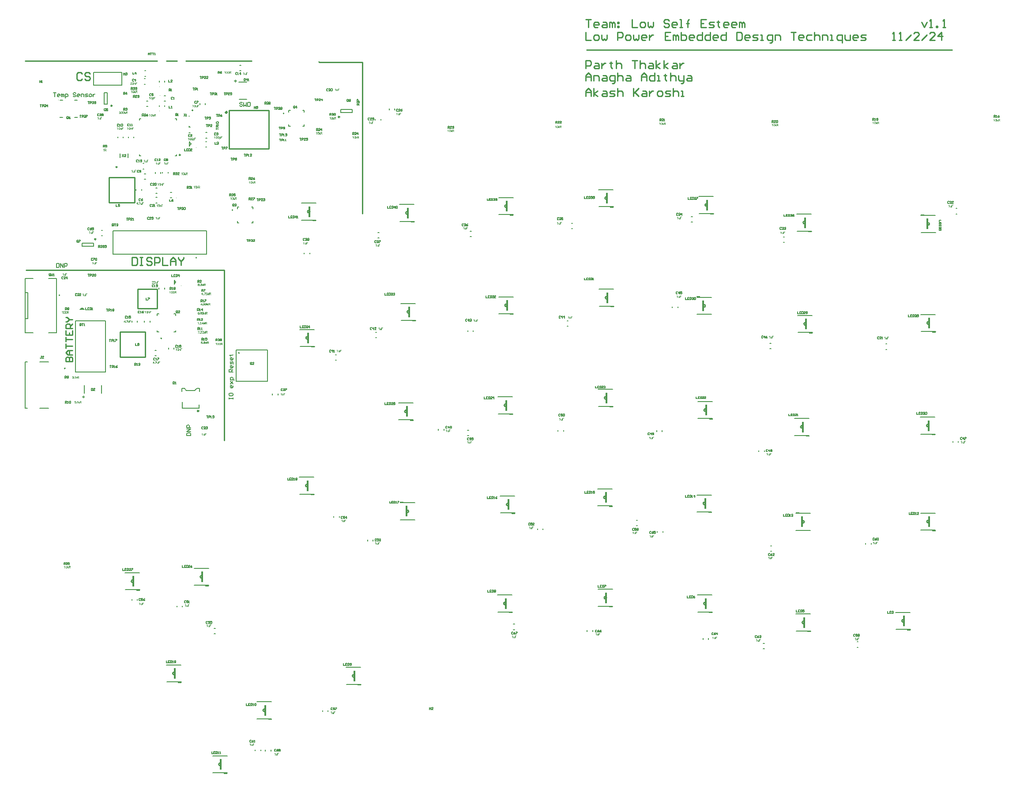
<source format=gto>
G04*
G04 #@! TF.GenerationSoftware,Altium Limited,Altium Designer,24.10.1 (45)*
G04*
G04 Layer_Color=65535*
%FSLAX44Y44*%
%MOMM*%
G71*
G04*
G04 #@! TF.SameCoordinates,C5D54C42-AD36-42D0-BC00-7EC9B4A80EB1*
G04*
G04*
G04 #@! TF.FilePolarity,Positive*
G04*
G01*
G75*
%ADD10C,0.2540*%
%ADD11C,0.2500*%
%ADD12C,0.1000*%
%ADD13C,0.2000*%
%ADD14C,0.1524*%
%ADD15C,0.3000*%
%ADD16C,0.1270*%
%ADD17C,0.2032*%
%ADD18C,0.2050*%
%ADD19C,0.1016*%
%ADD20R,0.3563X2.1082*%
%ADD21R,0.6858X0.2540*%
D10*
X338539Y238506D02*
G03*
X338539Y238506I-1481J0D01*
G01*
X551434Y621030D02*
G03*
X551434Y621030I-2286J0D01*
G01*
X739902Y618490D02*
G03*
X739902Y618490I-2286J0D01*
G01*
X929894Y631444D02*
G03*
X929894Y631444I-2286J0D01*
G01*
X1121918Y646938D02*
G03*
X1121918Y646938I-2286J0D01*
G01*
X1502156Y599948D02*
G03*
X1502156Y599948I-2286J0D01*
G01*
X1739900Y597408D02*
G03*
X1739900Y597408I-2286J0D01*
G01*
X1314196Y633730D02*
G03*
X1314196Y633730I-2286J0D01*
G01*
X1691386Y-164084D02*
G03*
X1691386Y-164084I-2286J0D01*
G01*
X548386Y378714D02*
G03*
X548386Y378714I-2286J0D01*
G01*
X742549Y428651D02*
G03*
X742549Y428651I-2286J0D01*
G01*
X929948Y441372D02*
G03*
X929948Y441372I-2286J0D01*
G01*
X1122680Y455930D02*
G03*
X1122680Y455930I-2286J0D01*
G01*
X1310173Y440261D02*
G03*
X1310173Y440261I-2286J0D01*
G01*
X1503680Y405638D02*
G03*
X1503680Y405638I-2286J0D01*
G01*
X1739646Y407416D02*
G03*
X1739646Y407416I-2286J0D01*
G01*
X213392Y-88091D02*
G03*
X213392Y-88091I-2286J0D01*
G01*
X345694Y-79756D02*
G03*
X345694Y-79756I-2286J0D01*
G01*
X737870Y237744D02*
G03*
X737870Y237744I-2286J0D01*
G01*
X928878Y249428D02*
G03*
X928878Y249428I-2286J0D01*
G01*
X1120902Y263652D02*
G03*
X1120902Y263652I-2286J0D01*
G01*
X1311910Y240284D02*
G03*
X1311910Y240284I-2286J0D01*
G01*
X1497330Y208026D02*
G03*
X1497330Y208026I-2286J0D01*
G01*
X1739137Y210448D02*
G03*
X1739137Y210448I-2286J0D01*
G01*
X292862Y-264922D02*
G03*
X292862Y-264922I-2286J0D01*
G01*
X547864Y95429D02*
G03*
X547864Y95429I-2286J0D01*
G01*
X741041Y46085D02*
G03*
X741041Y46085I-2286J0D01*
G01*
X933081Y59130D02*
G03*
X933081Y59130I-2286J0D01*
G01*
X1119632Y72644D02*
G03*
X1119632Y72644I-2286J0D01*
G01*
X1310299Y61149D02*
G03*
X1310299Y61149I-2286J0D01*
G01*
X1499870Y25908D02*
G03*
X1499870Y25908I-2286J0D01*
G01*
X1739392Y26416D02*
G03*
X1739392Y26416I-2286J0D01*
G01*
X381254Y-439420D02*
G03*
X381254Y-439420I-2286J0D01*
G01*
X466090Y-335788D02*
G03*
X466090Y-335788I-2286J0D01*
G01*
X637540Y-269748D02*
G03*
X637540Y-269748I-2286J0D01*
G01*
X927688Y-130839D02*
G03*
X927688Y-130839I-2286J0D01*
G01*
X1120394Y-119888D02*
G03*
X1120394Y-119888I-2286J0D01*
G01*
X1311482Y-130962D02*
G03*
X1311482Y-130962I-2286J0D01*
G01*
X1500204Y-167212D02*
G03*
X1500204Y-167212I-2286J0D01*
G01*
X181476Y706628D02*
G03*
X181476Y706628I-1136J0D01*
G01*
X396494Y815594D02*
X472694D01*
X396494Y741934D02*
Y815594D01*
Y741934D02*
X472694D01*
Y815594D01*
X214884Y638048D02*
Y686562D01*
X166370D02*
X214884D01*
X166370Y638048D02*
X214884D01*
X166370D02*
Y686562D01*
X187198Y390398D02*
X235712D01*
X187198Y341884D02*
Y390398D01*
X235712Y341884D02*
Y390398D01*
X187198Y341884D02*
X235712D01*
X221234Y472284D02*
X258572D01*
Y434946D02*
Y472284D01*
X221234Y434946D02*
X258572D01*
X221234D02*
Y472284D01*
X1082548Y931672D02*
X1783080D01*
X386842Y499364D02*
Y508508D01*
X313690Y909828D02*
X439420D01*
X275844D02*
X296672D01*
X5080D02*
X258064D01*
X568452Y908812D02*
X569722Y907542D01*
X652272D01*
Y617220D02*
Y907542D01*
X386842Y181864D02*
X386842Y509270D01*
X6858Y508508D02*
X14986D01*
X386842D01*
X1080262Y989546D02*
X1090419D01*
X1085340D01*
Y974311D01*
X1103115D02*
X1098036D01*
X1095497Y976850D01*
Y981929D01*
X1098036Y984468D01*
X1103115D01*
X1105654Y981929D01*
Y979389D01*
X1095497D01*
X1113271Y984468D02*
X1118350D01*
X1120889Y981929D01*
Y974311D01*
X1113271D01*
X1110732Y976850D01*
X1113271Y979389D01*
X1120889D01*
X1125967Y974311D02*
Y984468D01*
X1128506D01*
X1131046Y981929D01*
Y974311D01*
Y981929D01*
X1133585Y984468D01*
X1136124Y981929D01*
Y974311D01*
X1141202Y984468D02*
X1143742D01*
Y981929D01*
X1141202D01*
Y984468D01*
Y976850D02*
X1143742D01*
Y974311D01*
X1141202D01*
Y976850D01*
X1169133Y989546D02*
Y974311D01*
X1179290D01*
X1186908D02*
X1191986D01*
X1194525Y976850D01*
Y981929D01*
X1191986Y984468D01*
X1186908D01*
X1184368Y981929D01*
Y976850D01*
X1186908Y974311D01*
X1199603Y984468D02*
Y976850D01*
X1202143Y974311D01*
X1204682Y976850D01*
X1207221Y974311D01*
X1209760Y976850D01*
Y984468D01*
X1240230Y987007D02*
X1237691Y989546D01*
X1232613D01*
X1230073Y987007D01*
Y984468D01*
X1232613Y981929D01*
X1237691D01*
X1240230Y979389D01*
Y976850D01*
X1237691Y974311D01*
X1232613D01*
X1230073Y976850D01*
X1252926Y974311D02*
X1247848D01*
X1245309Y976850D01*
Y981929D01*
X1247848Y984468D01*
X1252926D01*
X1255465Y981929D01*
Y979389D01*
X1245309D01*
X1260544Y974311D02*
X1265622D01*
X1263083D01*
Y989546D01*
X1260544D01*
X1275779Y974311D02*
Y987007D01*
Y981929D01*
X1273240D01*
X1278318D01*
X1275779D01*
Y987007D01*
X1278318Y989546D01*
X1311327D02*
X1301171D01*
Y974311D01*
X1311327D01*
X1301171Y981929D02*
X1306249D01*
X1316406Y974311D02*
X1324023D01*
X1326562Y976850D01*
X1324023Y979389D01*
X1318945D01*
X1316406Y981929D01*
X1318945Y984468D01*
X1326562D01*
X1334180Y987007D02*
Y984468D01*
X1331641D01*
X1336719D01*
X1334180D01*
Y976850D01*
X1336719Y974311D01*
X1351954D02*
X1346876D01*
X1344337Y976850D01*
Y981929D01*
X1346876Y984468D01*
X1351954D01*
X1354493Y981929D01*
Y979389D01*
X1344337D01*
X1367189Y974311D02*
X1362111D01*
X1359572Y976850D01*
Y981929D01*
X1362111Y984468D01*
X1367189D01*
X1369728Y981929D01*
Y979389D01*
X1359572D01*
X1374807Y974311D02*
Y984468D01*
X1377346D01*
X1379885Y981929D01*
Y974311D01*
Y981929D01*
X1382424Y984468D01*
X1384963Y981929D01*
Y974311D01*
X1725213Y984468D02*
X1730292Y974311D01*
X1735370Y984468D01*
X1740448Y974311D02*
X1745527D01*
X1742988D01*
Y989546D01*
X1740448Y987007D01*
X1753144Y974311D02*
Y976850D01*
X1755683D01*
Y974311D01*
X1753144D01*
X1765840D02*
X1770919D01*
X1768379D01*
Y989546D01*
X1765840Y987007D01*
X1080262Y965168D02*
Y949933D01*
X1090419D01*
X1098036D02*
X1103115D01*
X1105654Y952472D01*
Y957551D01*
X1103115Y960090D01*
X1098036D01*
X1095497Y957551D01*
Y952472D01*
X1098036Y949933D01*
X1110732Y960090D02*
Y952472D01*
X1113271Y949933D01*
X1115810Y952472D01*
X1118350Y949933D01*
X1120889Y952472D01*
Y960090D01*
X1141202Y949933D02*
Y965168D01*
X1148820D01*
X1151359Y962629D01*
Y957551D01*
X1148820Y955011D01*
X1141202D01*
X1158977Y949933D02*
X1164055D01*
X1166594Y952472D01*
Y957551D01*
X1164055Y960090D01*
X1158977D01*
X1156437Y957551D01*
Y952472D01*
X1158977Y949933D01*
X1171672Y960090D02*
Y952472D01*
X1174212Y949933D01*
X1176751Y952472D01*
X1179290Y949933D01*
X1181829Y952472D01*
Y960090D01*
X1194525Y949933D02*
X1189447D01*
X1186908Y952472D01*
Y957551D01*
X1189447Y960090D01*
X1194525D01*
X1197064Y957551D01*
Y955011D01*
X1186908D01*
X1202143Y960090D02*
Y949933D01*
Y955011D01*
X1204682Y957551D01*
X1207221Y960090D01*
X1209760D01*
X1242769Y965168D02*
X1232613D01*
Y949933D01*
X1242769D01*
X1232613Y957551D02*
X1237691D01*
X1247848Y949933D02*
Y960090D01*
X1250387D01*
X1252926Y957551D01*
Y949933D01*
Y957551D01*
X1255465Y960090D01*
X1258005Y957551D01*
Y949933D01*
X1263083Y965168D02*
Y949933D01*
X1270700D01*
X1273240Y952472D01*
Y955011D01*
Y957551D01*
X1270700Y960090D01*
X1263083D01*
X1285936Y949933D02*
X1280857D01*
X1278318Y952472D01*
Y957551D01*
X1280857Y960090D01*
X1285936D01*
X1288475Y957551D01*
Y955011D01*
X1278318D01*
X1303710Y965168D02*
Y949933D01*
X1296092D01*
X1293553Y952472D01*
Y957551D01*
X1296092Y960090D01*
X1303710D01*
X1318945Y965168D02*
Y949933D01*
X1311327D01*
X1308788Y952472D01*
Y957551D01*
X1311327Y960090D01*
X1318945D01*
X1331641Y949933D02*
X1326562D01*
X1324023Y952472D01*
Y957551D01*
X1326562Y960090D01*
X1331641D01*
X1334180Y957551D01*
Y955011D01*
X1324023D01*
X1349415Y965168D02*
Y949933D01*
X1341797D01*
X1339258Y952472D01*
Y957551D01*
X1341797Y960090D01*
X1349415D01*
X1369728Y965168D02*
Y949933D01*
X1377346D01*
X1379885Y952472D01*
Y962629D01*
X1377346Y965168D01*
X1369728D01*
X1392581Y949933D02*
X1387503D01*
X1384963Y952472D01*
Y957551D01*
X1387503Y960090D01*
X1392581D01*
X1395120Y957551D01*
Y955011D01*
X1384963D01*
X1400199Y949933D02*
X1407816D01*
X1410355Y952472D01*
X1407816Y955011D01*
X1402738D01*
X1400199Y957551D01*
X1402738Y960090D01*
X1410355D01*
X1415434Y949933D02*
X1420512D01*
X1417973D01*
Y960090D01*
X1415434D01*
X1433208Y944855D02*
X1435747D01*
X1438286Y947394D01*
Y960090D01*
X1430669D01*
X1428129Y957551D01*
Y952472D01*
X1430669Y949933D01*
X1438286D01*
X1443365D02*
Y960090D01*
X1450982D01*
X1453521Y957551D01*
Y949933D01*
X1473835Y965168D02*
X1483991D01*
X1478913D01*
Y949933D01*
X1496687D02*
X1491609D01*
X1489070Y952472D01*
Y957551D01*
X1491609Y960090D01*
X1496687D01*
X1499227Y957551D01*
Y955011D01*
X1489070D01*
X1514462Y960090D02*
X1506844D01*
X1504305Y957551D01*
Y952472D01*
X1506844Y949933D01*
X1514462D01*
X1519540Y965168D02*
Y949933D01*
Y957551D01*
X1522079Y960090D01*
X1527157D01*
X1529697Y957551D01*
Y949933D01*
X1534775D02*
Y960090D01*
X1542392D01*
X1544932Y957551D01*
Y949933D01*
X1550010D02*
X1555088D01*
X1552549D01*
Y960090D01*
X1550010D01*
X1572863Y944855D02*
Y960090D01*
X1565245D01*
X1562706Y957551D01*
Y952472D01*
X1565245Y949933D01*
X1572863D01*
X1577941Y960090D02*
Y952472D01*
X1580480Y949933D01*
X1588098D01*
Y960090D01*
X1600794Y949933D02*
X1595715D01*
X1593176Y952472D01*
Y957551D01*
X1595715Y960090D01*
X1600794D01*
X1603333Y957551D01*
Y955011D01*
X1593176D01*
X1608411Y949933D02*
X1616029D01*
X1618568Y952472D01*
X1616029Y955011D01*
X1610950D01*
X1608411Y957551D01*
X1610950Y960090D01*
X1618568D01*
X1669351Y949933D02*
X1674430D01*
X1671891D01*
Y965168D01*
X1669351Y962629D01*
X1682047Y949933D02*
X1687126D01*
X1684586D01*
Y965168D01*
X1682047Y962629D01*
X1694743Y949933D02*
X1704900Y960090D01*
X1720135Y949933D02*
X1709978D01*
X1720135Y960090D01*
Y962629D01*
X1717596Y965168D01*
X1712518D01*
X1709978Y962629D01*
X1725213Y949933D02*
X1735370Y960090D01*
X1750605Y949933D02*
X1740448D01*
X1750605Y960090D01*
Y962629D01*
X1748066Y965168D01*
X1742988D01*
X1740448Y962629D01*
X1763301Y949933D02*
Y965168D01*
X1755683Y957551D01*
X1765840D01*
X1080262Y896098D02*
Y911334D01*
X1087879D01*
X1090419Y908794D01*
Y903716D01*
X1087879Y901177D01*
X1080262D01*
X1098036Y906255D02*
X1103115D01*
X1105654Y903716D01*
Y896098D01*
X1098036D01*
X1095497Y898638D01*
X1098036Y901177D01*
X1105654D01*
X1110732Y906255D02*
Y896098D01*
Y901177D01*
X1113271Y903716D01*
X1115810Y906255D01*
X1118350D01*
X1128506Y908794D02*
Y906255D01*
X1125967D01*
X1131046D01*
X1128506D01*
Y898638D01*
X1131046Y896098D01*
X1138663Y911334D02*
Y896098D01*
Y903716D01*
X1141202Y906255D01*
X1146281D01*
X1148820Y903716D01*
Y896098D01*
X1169133Y911334D02*
X1179290D01*
X1174212D01*
Y896098D01*
X1184368Y911334D02*
Y896098D01*
Y903716D01*
X1186908Y906255D01*
X1191986D01*
X1194525Y903716D01*
Y896098D01*
X1202143Y906255D02*
X1207221D01*
X1209760Y903716D01*
Y896098D01*
X1202143D01*
X1199603Y898638D01*
X1202143Y901177D01*
X1209760D01*
X1214838Y896098D02*
Y911334D01*
Y901177D02*
X1222456Y906255D01*
X1214838Y901177D02*
X1222456Y896098D01*
X1230073D02*
Y911334D01*
Y901177D02*
X1237691Y906255D01*
X1230073Y901177D02*
X1237691Y896098D01*
X1247848Y906255D02*
X1252926D01*
X1255465Y903716D01*
Y896098D01*
X1247848D01*
X1245309Y898638D01*
X1247848Y901177D01*
X1255465D01*
X1260544Y906255D02*
Y896098D01*
Y901177D01*
X1263083Y903716D01*
X1265622Y906255D01*
X1268161D01*
X1080262Y871720D02*
Y881877D01*
X1085340Y886955D01*
X1090419Y881877D01*
Y871720D01*
Y879338D01*
X1080262D01*
X1095497Y871720D02*
Y881877D01*
X1103115D01*
X1105654Y879338D01*
Y871720D01*
X1113271Y881877D02*
X1118350D01*
X1120889Y879338D01*
Y871720D01*
X1113271D01*
X1110732Y874260D01*
X1113271Y876799D01*
X1120889D01*
X1131046Y866642D02*
X1133585D01*
X1136124Y869181D01*
Y881877D01*
X1128506D01*
X1125967Y879338D01*
Y874260D01*
X1128506Y871720D01*
X1136124D01*
X1141202Y886955D02*
Y871720D01*
Y879338D01*
X1143742Y881877D01*
X1148820D01*
X1151359Y879338D01*
Y871720D01*
X1158977Y881877D02*
X1164055D01*
X1166594Y879338D01*
Y871720D01*
X1158977D01*
X1156437Y874260D01*
X1158977Y876799D01*
X1166594D01*
X1186908Y871720D02*
Y881877D01*
X1191986Y886955D01*
X1197064Y881877D01*
Y871720D01*
Y879338D01*
X1186908D01*
X1212299Y886955D02*
Y871720D01*
X1204682D01*
X1202143Y874260D01*
Y879338D01*
X1204682Y881877D01*
X1212299D01*
X1217378Y871720D02*
X1222456D01*
X1219917D01*
Y881877D01*
X1217378D01*
X1232613Y884416D02*
Y881877D01*
X1230073D01*
X1235152D01*
X1232613D01*
Y874260D01*
X1235152Y871720D01*
X1242769Y886955D02*
Y871720D01*
Y879338D01*
X1245309Y881877D01*
X1250387D01*
X1252926Y879338D01*
Y871720D01*
X1258005Y881877D02*
Y874260D01*
X1260544Y871720D01*
X1268161D01*
Y869181D01*
X1265622Y866642D01*
X1263083D01*
X1268161Y871720D02*
Y881877D01*
X1275779D02*
X1280857D01*
X1283396Y879338D01*
Y871720D01*
X1275779D01*
X1273240Y874260D01*
X1275779Y876799D01*
X1283396D01*
X1080262Y842264D02*
Y852421D01*
X1085340Y857499D01*
X1090419Y852421D01*
Y842264D01*
Y849882D01*
X1080262D01*
X1095497Y842264D02*
Y857499D01*
Y847342D02*
X1103115Y852421D01*
X1095497Y847342D02*
X1103115Y842264D01*
X1113271Y852421D02*
X1118350D01*
X1120889Y849882D01*
Y842264D01*
X1113271D01*
X1110732Y844803D01*
X1113271Y847342D01*
X1120889D01*
X1125967Y842264D02*
X1133585D01*
X1136124Y844803D01*
X1133585Y847342D01*
X1128506D01*
X1125967Y849882D01*
X1128506Y852421D01*
X1136124D01*
X1141202Y857499D02*
Y842264D01*
Y849882D01*
X1143742Y852421D01*
X1148820D01*
X1151359Y849882D01*
Y842264D01*
X1171672Y857499D02*
Y842264D01*
Y847342D01*
X1181829Y857499D01*
X1174212Y849882D01*
X1181829Y842264D01*
X1189447Y852421D02*
X1194525D01*
X1197064Y849882D01*
Y842264D01*
X1189447D01*
X1186908Y844803D01*
X1189447Y847342D01*
X1197064D01*
X1202143Y852421D02*
Y842264D01*
Y847342D01*
X1204682Y849882D01*
X1207221Y852421D01*
X1209760D01*
X1219917Y842264D02*
X1224995D01*
X1227534Y844803D01*
Y849882D01*
X1224995Y852421D01*
X1219917D01*
X1217378Y849882D01*
Y844803D01*
X1219917Y842264D01*
X1232613D02*
X1240230D01*
X1242769Y844803D01*
X1240230Y847342D01*
X1235152D01*
X1232613Y849882D01*
X1235152Y852421D01*
X1242769D01*
X1247848Y857499D02*
Y842264D01*
Y849882D01*
X1250387Y852421D01*
X1255465D01*
X1258005Y849882D01*
Y842264D01*
X1263083D02*
X1268161D01*
X1265622D01*
Y852421D01*
X1263083D01*
X114805Y885948D02*
X112266Y888487D01*
X107187D01*
X104648Y885948D01*
Y875791D01*
X107187Y873252D01*
X112266D01*
X114805Y875791D01*
X130040Y885948D02*
X127501Y888487D01*
X122422D01*
X119883Y885948D01*
Y883409D01*
X122422Y880870D01*
X127501D01*
X130040Y878330D01*
Y875791D01*
X127501Y873252D01*
X122422D01*
X119883Y875791D01*
X83316Y333756D02*
X96012D01*
Y340104D01*
X93896Y342220D01*
X91780D01*
X89664Y340104D01*
Y333756D01*
Y340104D01*
X87548Y342220D01*
X85432D01*
X83316Y340104D01*
Y333756D01*
X96012Y346452D02*
X87548D01*
X83316Y350684D01*
X87548Y354916D01*
X96012D01*
X89664D01*
Y346452D01*
X83316Y359148D02*
Y367612D01*
Y363380D01*
X96012D01*
X83316Y371844D02*
Y380308D01*
Y376076D01*
X96012D01*
X83316Y393004D02*
Y384539D01*
X96012D01*
Y393004D01*
X89664Y384539D02*
Y388772D01*
X96012Y397235D02*
X83316D01*
Y403583D01*
X85432Y405699D01*
X89664D01*
X91780Y403583D01*
Y397235D01*
Y401467D02*
X96012Y405699D01*
X83316Y409931D02*
X85432D01*
X89664Y414163D01*
X85432Y418395D01*
X83316D01*
X89664Y414163D02*
X96012D01*
X210566Y533649D02*
Y518414D01*
X218183D01*
X220723Y520953D01*
Y531110D01*
X218183Y533649D01*
X210566D01*
X225801D02*
X230879D01*
X228340D01*
Y518414D01*
X225801D01*
X230879D01*
X248654Y531110D02*
X246115Y533649D01*
X241036D01*
X238497Y531110D01*
Y528571D01*
X241036Y526031D01*
X246115D01*
X248654Y523492D01*
Y520953D01*
X246115Y518414D01*
X241036D01*
X238497Y520953D01*
X253732Y518414D02*
Y533649D01*
X261350D01*
X263889Y531110D01*
Y526031D01*
X261350Y523492D01*
X253732D01*
X268967Y533649D02*
Y518414D01*
X279124D01*
X284202D02*
Y528571D01*
X289280Y533649D01*
X294359Y528571D01*
Y518414D01*
Y526031D01*
X284202D01*
X299437Y533649D02*
Y531110D01*
X304516Y526031D01*
X309594Y531110D01*
Y533649D01*
X304516Y526031D02*
Y518414D01*
D11*
X303286Y729804D02*
G03*
X303286Y729804I-1250J0D01*
G01*
X140980Y568276D02*
G03*
X140980Y568276I-1250J0D01*
G01*
X172016Y824200D02*
G03*
X172016Y824200I-1250J0D01*
G01*
X608534Y802816D02*
G03*
X608534Y802816I-1250J0D01*
G01*
D12*
X263149Y814055D02*
G03*
X263149Y814055I-500J0D01*
G01*
X263883Y843775D02*
G03*
X263883Y843775I-500J0D01*
G01*
X263149Y860791D02*
G03*
X263149Y860791I-500J0D01*
G01*
X68900Y835142D02*
G03*
X68900Y835142I-500J0D01*
G01*
X295409Y647459D02*
G03*
X295409Y647459I-500J0D01*
G01*
X333572Y743824D02*
G03*
X333572Y743824I-500J0D01*
G01*
X304362Y478648D02*
G03*
X304362Y478648I-500J0D01*
G01*
X122054Y445594D02*
G03*
X122054Y445594I-500J0D01*
G01*
D13*
X334398Y532602D02*
G03*
X334398Y532602I-1000J0D01*
G01*
X416290Y350012D02*
G03*
X416290Y350012I-1000J0D01*
G01*
X502030Y809600D02*
G03*
X502030Y809600I-1000J0D01*
G01*
X403732Y624180D02*
G03*
X403732Y624180I-1000J0D01*
G01*
X267352Y377916D02*
G03*
X267352Y377916I-1000J0D01*
G01*
X82334Y320330D02*
G03*
X82334Y320330I-1000J0D01*
G01*
X71806Y460690D02*
G03*
X71806Y460690I-1000J0D01*
G01*
X261958Y472710D02*
Y474710D01*
X272458Y472710D02*
Y474710D01*
X292836Y799304D02*
X295536D01*
Y796604D02*
Y799304D01*
X224536D02*
X227236D01*
X224536Y796604D02*
Y799304D01*
Y728304D02*
Y731004D01*
Y728304D02*
X227236D01*
X292836D02*
X295536D01*
Y731004D01*
X262720Y822976D02*
Y824976D01*
X273220Y822976D02*
Y824976D01*
X272304Y843704D02*
X274304D01*
X272304Y833204D02*
X274304D01*
X262720Y869712D02*
Y871712D01*
X273220Y869712D02*
Y871712D01*
X279316Y694706D02*
Y696706D01*
X268816Y694706D02*
Y696706D01*
X479636Y269510D02*
Y271510D01*
X490136Y269510D02*
Y271510D01*
X575648Y-338058D02*
Y-336058D01*
X586148Y-338058D02*
Y-336058D01*
X1083394Y-184388D02*
Y-182388D01*
X1093894Y-184388D02*
Y-182388D01*
X1305390Y-199628D02*
Y-197628D01*
X1315890Y-199628D02*
Y-197628D01*
X1257216Y436896D02*
Y438896D01*
X1246716Y436896D02*
Y438896D01*
X1459754Y572686D02*
X1461754D01*
X1459754Y562186D02*
X1461754D01*
X1283224Y611294D02*
X1285224D01*
X1283224Y600794D02*
X1285224D01*
X1053294Y598793D02*
X1055294D01*
X1053294Y588293D02*
X1055294D01*
X859000Y583731D02*
X861000D01*
X859000Y573231D02*
X861000D01*
X682006Y580814D02*
X684006D01*
X682006Y570314D02*
X684006D01*
X540596Y539906D02*
Y541906D01*
X551096Y539906D02*
Y541906D01*
X1421146Y-207094D02*
X1423146D01*
X1421146Y-217594D02*
X1423146D01*
X1600978Y-204300D02*
X1602978D01*
X1600978Y-214800D02*
X1602978D01*
X942102Y-180764D02*
X944102D01*
X942102Y-170264D02*
X944102D01*
X987890Y10938D02*
Y12938D01*
X998390Y10938D02*
Y12938D01*
X1412707Y160487D02*
Y162488D01*
X1423207Y160487D02*
Y162488D01*
X1435116Y-20150D02*
X1437116D01*
X1435116Y-30650D02*
X1437116D01*
X1628056Y-17256D02*
Y-15256D01*
X1617556Y-17256D02*
Y-15256D01*
X1795442Y178692D02*
Y180692D01*
X1784942Y178692D02*
Y180692D01*
X234204Y693844D02*
X236204D01*
X234204Y683344D02*
X236204D01*
X466174Y-413750D02*
Y-411750D01*
X476674Y-413750D02*
Y-411750D01*
X446616Y-413496D02*
Y-411496D01*
X457116Y-413496D02*
Y-411496D01*
X351806Y762338D02*
X353806D01*
X351806Y772838D02*
X353806D01*
X319548Y772498D02*
X321548D01*
X319548Y782998D02*
X321548D01*
X244772Y409350D02*
Y411350D01*
X234272Y409350D02*
Y411350D01*
X220642Y409210D02*
Y411210D01*
X210142Y409210D02*
Y411210D01*
X254498Y344486D02*
X256498D01*
X254498Y354986D02*
X256498D01*
X290711Y357648D02*
Y359648D01*
X280211Y357648D02*
Y359648D01*
X1216744Y199292D02*
Y201292D01*
X1227244Y199292D02*
Y201292D01*
X1218014Y5858D02*
Y7858D01*
X1228514Y5858D02*
Y7858D01*
X1177700Y18372D02*
X1179700D01*
X1177700Y28872D02*
X1179700D01*
X1027514Y199800D02*
Y201800D01*
X1038014Y199800D02*
Y201800D01*
X853964Y201846D02*
X855964D01*
X853964Y191346D02*
X855964D01*
X808398Y201806D02*
Y203806D01*
X797898Y201806D02*
Y203806D01*
X662008Y-10652D02*
Y-8652D01*
X672508Y-10652D02*
Y-8652D01*
X597492Y34420D02*
Y36420D01*
X607992Y34420D02*
Y36420D01*
X368062Y-189146D02*
X370062D01*
X368062Y-178646D02*
X370062D01*
X296248Y-137144D02*
Y-135144D01*
X306748Y-137144D02*
Y-135144D01*
X210142Y-124698D02*
Y-122698D01*
X220642Y-124698D02*
Y-122698D01*
X600358Y335872D02*
X602358D01*
X600358Y346372D02*
X602358D01*
X677434Y389806D02*
X679434D01*
X677434Y379306D02*
X679434D01*
X854540Y391062D02*
Y393062D01*
X865040Y391062D02*
Y393062D01*
X1044718Y411904D02*
X1046718D01*
X1044718Y401404D02*
X1046718D01*
X1433846Y368724D02*
X1435846D01*
X1433846Y358224D02*
X1435846D01*
X1656096Y367200D02*
X1658096D01*
X1656096Y356700D02*
X1658096D01*
X1790970Y616796D02*
X1792970D01*
X1790970Y627296D02*
X1792970D01*
X676994Y796814D02*
Y798814D01*
X687494Y796814D02*
Y798814D01*
X713910Y816372D02*
Y818372D01*
X703410Y816372D02*
Y818372D01*
X416890Y901736D02*
X418890D01*
X416890Y891236D02*
X418890D01*
X350944Y826532D02*
Y828532D01*
X340444Y826532D02*
Y828532D01*
X238522Y833290D02*
X240522D01*
X238522Y822790D02*
X240522D01*
X233950Y875962D02*
X235950D01*
X233950Y865462D02*
X235950D01*
X213530Y762664D02*
Y764664D01*
X203030Y762664D02*
Y764664D01*
X193210Y762524D02*
Y764524D01*
X182710Y762524D02*
Y764524D01*
X256048Y637878D02*
X258048D01*
X256048Y648378D02*
X258048D01*
X256048Y656166D02*
X258048D01*
X256048Y666666D02*
X258048D01*
X255100Y694452D02*
Y696452D01*
X265600Y694452D02*
Y696452D01*
X231410Y713656D02*
X233410D01*
X231410Y703156D02*
X233410D01*
X218016Y662194D02*
Y664194D01*
X228516Y662194D02*
Y664194D01*
X151744Y574732D02*
X153744D01*
X151744Y585232D02*
X153744D01*
X114730Y554276D02*
X136730D01*
X114730Y560276D02*
X136730D01*
X114730Y554276D02*
Y560276D01*
X136730Y554276D02*
Y560276D01*
X136276Y863600D02*
X190876D01*
X136276Y888492D02*
X190876D01*
Y863600D02*
Y888492D01*
X136276Y863600D02*
Y888492D01*
X156766Y827200D02*
X162766D01*
X156766Y849200D02*
X162766D01*
Y827200D02*
Y849200D01*
X156766Y827200D02*
Y849200D01*
X610284Y810816D02*
Y816816D01*
X632284Y810816D02*
Y816816D01*
X610284Y810816D02*
X632284D01*
X610284Y816816D02*
X632284D01*
X100300Y802142D02*
X105400D01*
X72400D02*
X77500D01*
X100300Y835142D02*
X105400D01*
X72400D02*
X77500D01*
X105400Y802142D02*
Y802392D01*
Y834892D02*
Y835142D01*
X72400Y802142D02*
Y802392D01*
Y834892D02*
Y835142D01*
X351298Y755312D02*
X353298D01*
X351298Y744812D02*
X353298D01*
X234458Y880702D02*
X236458D01*
X234458Y891202D02*
X236458D01*
X283988Y658030D02*
X285988D01*
X283988Y647530D02*
X285988D01*
X321572Y750824D02*
X323572D01*
X292362Y485648D02*
X294362D01*
X114554Y434094D02*
Y436094D01*
D14*
X410169Y871474D02*
G03*
X410169Y871474I-1796J0D01*
G01*
X327177Y815263D02*
G03*
X327177Y815263I-1016J0D01*
G01*
X118634Y265470D02*
G03*
X118634Y265470I-1796J0D01*
G01*
X305816Y282067D02*
X310515D01*
X314706Y277876D01*
X334645Y282067D02*
X339344D01*
X330454Y277876D02*
X334645Y282067D01*
X339344Y275742D02*
Y282067D01*
X338836Y243586D02*
Y250444D01*
X306578Y243586D02*
X338836D01*
X305816Y275742D02*
Y282067D01*
X314706Y277876D02*
X330454D01*
X306578Y243586D02*
Y255778D01*
X318989Y804545D02*
X320583D01*
X318989Y784987D02*
X320583D01*
X396243Y261620D02*
Y264159D01*
Y262890D01*
X403861D01*
Y261620D01*
Y264159D01*
X396243Y271777D02*
Y269237D01*
X397513Y267968D01*
X402591D01*
X403861Y269237D01*
Y271777D01*
X402591Y273046D01*
X397513D01*
X396243Y271777D01*
X403861Y287012D02*
Y284473D01*
X402591Y283203D01*
X400052D01*
X398783Y284473D01*
Y287012D01*
X400052Y288281D01*
X401322D01*
Y283203D01*
X398783Y290821D02*
X403861Y295899D01*
X401322Y293360D01*
X398783Y295899D01*
X403861Y290821D01*
X406400Y298438D02*
X398783D01*
Y302247D01*
X400052Y303516D01*
X402591D01*
X403861Y302247D01*
Y298438D01*
Y313673D02*
X396243D01*
Y317482D01*
X397513Y318752D01*
X400052D01*
X401322Y317482D01*
Y313673D01*
Y316212D02*
X403861Y318752D01*
Y325099D02*
Y322560D01*
X402591Y321291D01*
X400052D01*
X398783Y322560D01*
Y325099D01*
X400052Y326369D01*
X401322D01*
Y321291D01*
X403861Y328908D02*
Y332717D01*
X402591Y333987D01*
X401322Y332717D01*
Y330178D01*
X400052Y328908D01*
X398783Y330178D01*
Y333987D01*
X403861Y340335D02*
Y337795D01*
X402591Y336526D01*
X400052D01*
X398783Y337795D01*
Y340335D01*
X400052Y341604D01*
X401322D01*
Y336526D01*
X397513Y345413D02*
X398783D01*
Y344143D01*
Y346683D01*
Y345413D01*
X402591D01*
X403861Y346683D01*
X65786Y521713D02*
Y514096D01*
X69595D01*
X70864Y515366D01*
Y520444D01*
X69595Y521713D01*
X65786D01*
X73404Y514096D02*
Y521713D01*
X78482Y514096D01*
Y521713D01*
X81021Y514096D02*
Y521713D01*
X84830D01*
X86099Y520444D01*
Y517905D01*
X84830Y516635D01*
X81021D01*
X315471Y191008D02*
X323088D01*
Y194817D01*
X321818Y196086D01*
X316740D01*
X315471Y194817D01*
Y191008D01*
X323088Y198626D02*
X315471D01*
X323088Y203704D01*
X315471D01*
X323088Y206243D02*
X315471D01*
Y210052D01*
X316740Y211321D01*
X319279D01*
X320549Y210052D01*
Y206243D01*
X59436Y849119D02*
X64514D01*
X61975D01*
Y841501D01*
X70862D02*
X68323D01*
X67053Y842771D01*
Y845310D01*
X68323Y846580D01*
X70862D01*
X72132Y845310D01*
Y844040D01*
X67053D01*
X74671Y841501D02*
Y846580D01*
X75941D01*
X77210Y845310D01*
Y841501D01*
Y845310D01*
X78480Y846580D01*
X79749Y845310D01*
Y841501D01*
X82289Y838962D02*
Y846580D01*
X86097D01*
X87367Y845310D01*
Y842771D01*
X86097Y841501D01*
X82289D01*
X102602Y847849D02*
X101333Y849119D01*
X98793D01*
X97524Y847849D01*
Y846580D01*
X98793Y845310D01*
X101333D01*
X102602Y844040D01*
Y842771D01*
X101333Y841501D01*
X98793D01*
X97524Y842771D01*
X108950Y841501D02*
X106411D01*
X105141Y842771D01*
Y845310D01*
X106411Y846580D01*
X108950D01*
X110220Y845310D01*
Y844040D01*
X105141D01*
X112759Y841501D02*
Y846580D01*
X116567D01*
X117837Y845310D01*
Y841501D01*
X120376D02*
X124185D01*
X125455Y842771D01*
X124185Y844040D01*
X121646D01*
X120376Y845310D01*
X121646Y846580D01*
X125455D01*
X129263Y841501D02*
X131803D01*
X133072Y842771D01*
Y845310D01*
X131803Y846580D01*
X129263D01*
X127994Y845310D01*
Y842771D01*
X129263Y841501D01*
X135611Y846580D02*
Y841501D01*
Y844040D01*
X136881Y845310D01*
X138151Y846580D01*
X139420D01*
X421892Y829562D02*
X420623Y830832D01*
X418084D01*
X416814Y829562D01*
Y828292D01*
X418084Y827023D01*
X420623D01*
X421892Y825753D01*
Y824484D01*
X420623Y823214D01*
X418084D01*
X416814Y824484D01*
X424431Y830832D02*
Y823214D01*
X426971Y825753D01*
X429510Y823214D01*
Y830832D01*
X432049D02*
Y823214D01*
X435858D01*
X437127Y824484D01*
Y829562D01*
X435858Y830832D01*
X432049D01*
X425028Y876299D02*
Y872237D01*
X427060D01*
X427737Y872914D01*
Y875622D01*
X427060Y876299D01*
X425028D01*
X431122Y872237D02*
Y876299D01*
X429091Y874268D01*
X431799D01*
X433154Y872237D02*
X434508D01*
X433831D01*
Y876299D01*
X433154Y875622D01*
D15*
X391158Y809845D02*
G03*
X391027Y809851I0J1500D01*
G01*
D16*
X534924Y637286D02*
X562864D01*
X535425Y604726D02*
X563365D01*
X723893Y602186D02*
X751833D01*
X723392Y634746D02*
X751332D01*
X913384Y647700D02*
X941324D01*
X913885Y615140D02*
X941825D01*
X1105909Y630634D02*
X1133849D01*
X1105408Y663194D02*
X1133348D01*
X1486147Y583644D02*
X1514087D01*
X1485646Y616204D02*
X1513586D01*
X1723898Y581152D02*
X1751838D01*
X1723397Y613712D02*
X1751337D01*
X1297686Y649986D02*
X1325626D01*
X1298187Y617426D02*
X1326127D01*
X1674876Y-147828D02*
X1702816D01*
X1675377Y-180388D02*
X1703317D01*
X531876Y394970D02*
X559816D01*
X532377Y362410D02*
X560317D01*
X726039Y444907D02*
X753979D01*
X726539Y412346D02*
X754479D01*
X913939Y425068D02*
X941879D01*
X913438Y457628D02*
X941378D01*
X1106170Y472186D02*
X1134110D01*
X1106671Y439626D02*
X1134611D01*
X1294171Y424005D02*
X1322111D01*
X1293670Y456565D02*
X1321610D01*
X1487671Y389334D02*
X1515611D01*
X1487170Y421894D02*
X1515110D01*
X1723136Y423672D02*
X1751076D01*
X1723637Y391112D02*
X1751577D01*
X197383Y-104395D02*
X225323D01*
X196882Y-71835D02*
X224822D01*
X329685Y-96060D02*
X357625D01*
X329184Y-63500D02*
X357124D01*
X721861Y221440D02*
X749801D01*
X721360Y254000D02*
X749300D01*
X912368Y265684D02*
X940308D01*
X912869Y233124D02*
X940809D01*
X1104893Y247348D02*
X1132833D01*
X1104392Y279908D02*
X1132332D01*
X1295400Y256540D02*
X1323340D01*
X1295901Y223980D02*
X1323841D01*
X1481321Y191722D02*
X1509261D01*
X1480820Y224282D02*
X1508760D01*
X1722627Y226704D02*
X1750567D01*
X1723128Y194144D02*
X1751068D01*
X276853Y-281226D02*
X304793D01*
X276352Y-248666D02*
X304292D01*
X531354Y111685D02*
X559294D01*
X531855Y79125D02*
X559795D01*
X724538Y62389D02*
X752478D01*
X725039Y29829D02*
X752979D01*
X916571Y75385D02*
X944511D01*
X917072Y42825D02*
X945012D01*
X1103623Y56340D02*
X1131563D01*
X1103122Y88900D02*
X1131062D01*
X1293789Y77405D02*
X1321729D01*
X1294290Y44845D02*
X1322230D01*
X1483367Y42212D02*
X1511307D01*
X1483868Y9652D02*
X1511808D01*
X1722882Y42672D02*
X1750822D01*
X1723383Y10112D02*
X1751323D01*
X365245Y-455724D02*
X393185D01*
X364744Y-423164D02*
X392684D01*
X449580Y-319532D02*
X477520D01*
X450081Y-352092D02*
X478021D01*
X621531Y-286052D02*
X649471D01*
X621030Y-253492D02*
X648970D01*
X911679Y-147143D02*
X939619D01*
X911178Y-114583D02*
X939118D01*
X1104385Y-136192D02*
X1132325D01*
X1103884Y-103632D02*
X1131824D01*
X1294972Y-114706D02*
X1322912D01*
X1295473Y-147266D02*
X1323413D01*
X1484195Y-183516D02*
X1512135D01*
X1483694Y-150956D02*
X1511634D01*
X173898Y584602D02*
X352898D01*
X173898Y539602D02*
Y584602D01*
X352898Y539602D02*
Y584602D01*
X173898Y539602D02*
X352898D01*
X410182Y355628D02*
X470182D01*
X410182Y295628D02*
Y355628D01*
Y295628D02*
X470182D01*
Y355628D01*
X510780Y812100D02*
Y815100D01*
Y785100D02*
Y788100D01*
X540780Y812100D02*
Y815100D01*
Y785100D02*
Y788100D01*
X510780Y815100D02*
X513780D01*
X510780Y785100D02*
X513780D01*
X537780Y815100D02*
X540780D01*
X537780Y785100D02*
X540780D01*
X439482Y599680D02*
X442482D01*
X439482Y629680D02*
X442482D01*
X412482Y599680D02*
X415482D01*
X412482Y629680D02*
X415482D01*
X442482Y599680D02*
Y602680D01*
Y626680D02*
Y629680D01*
X412482Y599680D02*
Y602680D01*
Y626680D02*
Y629680D01*
X187318Y724926D02*
Y732526D01*
X202318Y724926D02*
Y732526D01*
X293852Y389916D02*
Y393016D01*
Y421816D02*
Y424916D01*
X258852Y389916D02*
Y393016D01*
Y421816D02*
Y424916D01*
X261952D01*
X290752D02*
X293852D01*
X258852Y389916D02*
X261952D01*
X290752D02*
X293852D01*
X159258Y313436D02*
Y411734D01*
X101854Y313436D02*
Y411734D01*
X159258D01*
X101854Y313436D02*
X159258D01*
X5332Y243630D02*
Y333030D01*
X9634D01*
X33034D02*
X49834D01*
X5332Y243630D02*
X9634D01*
X33034D02*
X49834D01*
X49831Y492690D02*
X65306D01*
X5306D02*
X20781D01*
X49831Y388690D02*
X65306D01*
X5306D02*
X20781D01*
X5306Y465690D02*
Y492690D01*
Y415690D02*
Y465690D01*
Y388690D02*
Y415690D01*
X65306Y388690D02*
Y492690D01*
X5306Y465690D02*
X10414D01*
Y415690D02*
Y465690D01*
X5306Y415690D02*
X10414D01*
X134705Y530690D02*
X134028Y531367D01*
X132674D01*
X131997Y530690D01*
Y527982D01*
X132674Y527305D01*
X134028D01*
X134705Y527982D01*
X136060Y531367D02*
X138768D01*
Y530690D01*
X136060Y527982D01*
Y527305D01*
X140122Y530690D02*
X140800Y531367D01*
X142154D01*
X142831Y530690D01*
Y527982D01*
X142154Y527305D01*
X140800D01*
X140122Y527982D01*
Y530690D01*
X128102Y589618D02*
X127424Y590295D01*
X126070D01*
X125393Y589618D01*
Y586910D01*
X126070Y586233D01*
X127424D01*
X128102Y586910D01*
X132164Y590295D02*
X130810Y589618D01*
X129456Y588264D01*
Y586910D01*
X130133Y586233D01*
X131487D01*
X132164Y586910D01*
Y587587D01*
X131487Y588264D01*
X129456D01*
X133518Y586910D02*
X134196Y586233D01*
X135550D01*
X136227Y586910D01*
Y589618D01*
X135550Y590295D01*
X134196D01*
X133518Y589618D01*
Y588941D01*
X134196Y588264D01*
X136227D01*
X440013Y331046D02*
X439336Y331723D01*
X437981D01*
X437304Y331046D01*
Y330369D01*
X437981Y329692D01*
X439336D01*
X440013Y329015D01*
Y328338D01*
X439336Y327661D01*
X437981D01*
X437304Y328338D01*
X444076Y327661D02*
X441367D01*
X444076Y330369D01*
Y331046D01*
X443399Y331723D01*
X442044D01*
X441367Y331046D01*
X371265Y373127D02*
Y377189D01*
X373296D01*
X373974Y376512D01*
Y375158D01*
X373296Y374481D01*
X371265D01*
X372619D02*
X373974Y373127D01*
X375328Y376512D02*
X376005Y377189D01*
X377359D01*
X378036Y376512D01*
Y375835D01*
X377359Y375158D01*
X376682D01*
X377359D01*
X378036Y374481D01*
Y373804D01*
X377359Y373127D01*
X376005D01*
X375328Y373804D01*
X379390Y376512D02*
X380068Y377189D01*
X381422D01*
X382099Y376512D01*
Y375835D01*
X381422Y375158D01*
X382099Y374481D01*
Y373804D01*
X381422Y373127D01*
X380068D01*
X379390Y373804D01*
Y374481D01*
X380068Y375158D01*
X379390Y375835D01*
Y376512D01*
X380068Y375158D02*
X381422D01*
X486241Y-410888D02*
X485564Y-410211D01*
X484210D01*
X483533Y-410888D01*
Y-413596D01*
X484210Y-414273D01*
X485564D01*
X486241Y-413596D01*
X490304Y-410211D02*
X488950Y-410888D01*
X487596Y-412242D01*
Y-413596D01*
X488273Y-414273D01*
X489627D01*
X490304Y-413596D01*
Y-412919D01*
X489627Y-412242D01*
X487596D01*
X491659Y-410888D02*
X492336Y-410211D01*
X493690D01*
X494367Y-410888D01*
Y-411565D01*
X493690Y-412242D01*
X494367Y-412919D01*
Y-413596D01*
X493690Y-414273D01*
X492336D01*
X491659Y-413596D01*
Y-412919D01*
X492336Y-412242D01*
X491659Y-411565D01*
Y-410888D01*
X492336Y-412242D02*
X493690D01*
X941155Y-186352D02*
X940478Y-185675D01*
X939124D01*
X938447Y-186352D01*
Y-189060D01*
X939124Y-189737D01*
X940478D01*
X941155Y-189060D01*
X945218Y-185675D02*
X943864Y-186352D01*
X942510Y-187706D01*
Y-189060D01*
X943187Y-189737D01*
X944541D01*
X945218Y-189060D01*
Y-188383D01*
X944541Y-187706D01*
X942510D01*
X946572Y-185675D02*
X949281D01*
Y-186352D01*
X946572Y-189060D01*
Y-189737D01*
X1101937Y-182288D02*
X1101260Y-181611D01*
X1099906D01*
X1099229Y-182288D01*
Y-184996D01*
X1099906Y-185673D01*
X1101260D01*
X1101937Y-184996D01*
X1106000Y-181611D02*
X1104646Y-182288D01*
X1103292Y-183642D01*
Y-184996D01*
X1103969Y-185673D01*
X1105323D01*
X1106000Y-184996D01*
Y-184319D01*
X1105323Y-183642D01*
X1103292D01*
X1110063Y-181611D02*
X1108709Y-182288D01*
X1107355Y-183642D01*
Y-184996D01*
X1108032Y-185673D01*
X1109386D01*
X1110063Y-184996D01*
Y-184319D01*
X1109386Y-183642D01*
X1107355D01*
X1205824Y6942D02*
X1205146Y7619D01*
X1203792D01*
X1203115Y6942D01*
Y4234D01*
X1203792Y3557D01*
X1205146D01*
X1205824Y4234D01*
X1209886Y7619D02*
X1208532Y6942D01*
X1207178Y5588D01*
Y4234D01*
X1207855Y3557D01*
X1209209D01*
X1209886Y4234D01*
Y4911D01*
X1209209Y5588D01*
X1207178D01*
X1213949Y7619D02*
X1211240D01*
Y5588D01*
X1212595Y6265D01*
X1213272D01*
X1213949Y5588D01*
Y4234D01*
X1213272Y3557D01*
X1211918D01*
X1211240Y4234D01*
X1325204Y-187368D02*
X1324526Y-186691D01*
X1323172D01*
X1322495Y-187368D01*
Y-190076D01*
X1323172Y-190753D01*
X1324526D01*
X1325204Y-190076D01*
X1329266Y-186691D02*
X1327912Y-187368D01*
X1326558Y-188722D01*
Y-190076D01*
X1327235Y-190753D01*
X1328589D01*
X1329266Y-190076D01*
Y-189399D01*
X1328589Y-188722D01*
X1326558D01*
X1332652Y-190753D02*
Y-186691D01*
X1330621Y-188722D01*
X1333329D01*
X1408515Y-192956D02*
X1407838Y-192279D01*
X1406484D01*
X1405807Y-192956D01*
Y-195664D01*
X1406484Y-196341D01*
X1407838D01*
X1408515Y-195664D01*
X1412578Y-192279D02*
X1411224Y-192956D01*
X1409870Y-194310D01*
Y-195664D01*
X1410547Y-196341D01*
X1411901D01*
X1412578Y-195664D01*
Y-194987D01*
X1411901Y-194310D01*
X1409870D01*
X1413932Y-192956D02*
X1414610Y-192279D01*
X1415964D01*
X1416641Y-192956D01*
Y-193633D01*
X1415964Y-194310D01*
X1415287D01*
X1415964D01*
X1416641Y-194987D01*
Y-195664D01*
X1415964Y-196341D01*
X1414610D01*
X1413932Y-195664D01*
X1433916Y-35476D02*
X1433238Y-34799D01*
X1431884D01*
X1431207Y-35476D01*
Y-38184D01*
X1431884Y-38861D01*
X1433238D01*
X1433916Y-38184D01*
X1437978Y-34799D02*
X1436624Y-35476D01*
X1435270Y-36830D01*
Y-38184D01*
X1435947Y-38861D01*
X1437301D01*
X1437978Y-38184D01*
Y-37507D01*
X1437301Y-36830D01*
X1435270D01*
X1442041Y-38861D02*
X1439332D01*
X1442041Y-36153D01*
Y-35476D01*
X1441364Y-34799D01*
X1440010D01*
X1439332Y-35476D01*
X439167Y-393362D02*
X438489Y-392685D01*
X437135D01*
X436458Y-393362D01*
Y-396070D01*
X437135Y-396747D01*
X438489D01*
X439167Y-396070D01*
X443229Y-392685D02*
X441875Y-393362D01*
X440521Y-394716D01*
Y-396070D01*
X441198Y-396747D01*
X442552D01*
X443229Y-396070D01*
Y-395393D01*
X442552Y-394716D01*
X440521D01*
X444584Y-396747D02*
X445938D01*
X445261D01*
Y-392685D01*
X444584Y-393362D01*
X1634068Y-6012D02*
X1633390Y-5335D01*
X1632036D01*
X1631359Y-6012D01*
Y-8720D01*
X1632036Y-9397D01*
X1633390D01*
X1634068Y-8720D01*
X1638130Y-5335D02*
X1636776Y-6012D01*
X1635422Y-7366D01*
Y-8720D01*
X1636099Y-9397D01*
X1637453D01*
X1638130Y-8720D01*
Y-8043D01*
X1637453Y-7366D01*
X1635422D01*
X1639485Y-6012D02*
X1640162Y-5335D01*
X1641516D01*
X1642193Y-6012D01*
Y-8720D01*
X1641516Y-9397D01*
X1640162D01*
X1639485Y-8720D01*
Y-6012D01*
X1597238Y-190416D02*
X1596560Y-189739D01*
X1595206D01*
X1594529Y-190416D01*
Y-193124D01*
X1595206Y-193801D01*
X1596560D01*
X1597238Y-193124D01*
X1601300Y-189739D02*
X1598592D01*
Y-191770D01*
X1599946Y-191093D01*
X1600623D01*
X1601300Y-191770D01*
Y-193124D01*
X1600623Y-193801D01*
X1599269D01*
X1598592Y-193124D01*
X1602655D02*
X1603332Y-193801D01*
X1604686D01*
X1605363Y-193124D01*
Y-190416D01*
X1604686Y-189739D01*
X1603332D01*
X1602655Y-190416D01*
Y-191093D01*
X1603332Y-191770D01*
X1605363D01*
X1173311Y12784D02*
X1172634Y13461D01*
X1171280D01*
X1170603Y12784D01*
Y10076D01*
X1171280Y9399D01*
X1172634D01*
X1173311Y10076D01*
X1177374Y13461D02*
X1174666D01*
Y11430D01*
X1176020Y12107D01*
X1176697D01*
X1177374Y11430D01*
Y10076D01*
X1176697Y9399D01*
X1175343D01*
X1174666Y10076D01*
X1178728Y12784D02*
X1179406Y13461D01*
X1180760D01*
X1181437Y12784D01*
Y12107D01*
X1180760Y11430D01*
X1181437Y10753D01*
Y10076D01*
X1180760Y9399D01*
X1179406D01*
X1178728Y10076D01*
Y10753D01*
X1179406Y11430D01*
X1178728Y12107D01*
Y12784D01*
X1179406Y11430D02*
X1180760D01*
X594953Y-331386D02*
X594276Y-330709D01*
X592922D01*
X592245Y-331386D01*
Y-334094D01*
X592922Y-334771D01*
X594276D01*
X594953Y-334094D01*
X599016Y-330709D02*
X596308D01*
Y-332740D01*
X597662Y-332063D01*
X598339D01*
X599016Y-332740D01*
Y-334094D01*
X598339Y-334771D01*
X596985D01*
X596308Y-334094D01*
X600370Y-330709D02*
X603079D01*
Y-331386D01*
X600370Y-334094D01*
Y-334771D01*
X226653Y-122090D02*
X225976Y-121413D01*
X224622D01*
X223945Y-122090D01*
Y-124798D01*
X224622Y-125475D01*
X225976D01*
X226653Y-124798D01*
X230716Y-121413D02*
X228008D01*
Y-123444D01*
X229362Y-122767D01*
X230039D01*
X230716Y-123444D01*
Y-124798D01*
X230039Y-125475D01*
X228685D01*
X228008Y-124798D01*
X234779Y-121413D02*
X233425Y-122090D01*
X232071Y-123444D01*
Y-124798D01*
X232748Y-125475D01*
X234102D01*
X234779Y-124798D01*
Y-124121D01*
X234102Y-123444D01*
X232071D01*
X355006Y-165524D02*
X354329Y-164847D01*
X352975D01*
X352298Y-165524D01*
Y-168233D01*
X352975Y-168910D01*
X354329D01*
X355006Y-168233D01*
X359069Y-164847D02*
X356361D01*
Y-166879D01*
X357715Y-166201D01*
X358392D01*
X359069Y-166879D01*
Y-168233D01*
X358392Y-168910D01*
X357038D01*
X356361Y-168233D01*
X363132Y-164847D02*
X360423D01*
Y-166879D01*
X361778Y-166201D01*
X362455D01*
X363132Y-166879D01*
Y-168233D01*
X362455Y-168910D01*
X361101D01*
X360423Y-168233D01*
X614258Y35644D02*
X613580Y36321D01*
X612226D01*
X611549Y35644D01*
Y32936D01*
X612226Y32259D01*
X613580D01*
X614258Y32936D01*
X618320Y36321D02*
X615612D01*
Y34290D01*
X616966Y34967D01*
X617643D01*
X618320Y34290D01*
Y32936D01*
X617643Y32259D01*
X616289D01*
X615612Y32936D01*
X621706Y32259D02*
Y36321D01*
X619674Y34290D01*
X622383D01*
X679027Y-7282D02*
X678350Y-6605D01*
X676996D01*
X676319Y-7282D01*
Y-9990D01*
X676996Y-10667D01*
X678350D01*
X679027Y-9990D01*
X683090Y-6605D02*
X680382D01*
Y-8636D01*
X681736Y-7959D01*
X682413D01*
X683090Y-8636D01*
Y-9990D01*
X682413Y-10667D01*
X681059D01*
X680382Y-9990D01*
X684445Y-7282D02*
X685122Y-6605D01*
X686476D01*
X687153Y-7282D01*
Y-7959D01*
X686476Y-8636D01*
X685799D01*
X686476D01*
X687153Y-9313D01*
Y-9990D01*
X686476Y-10667D01*
X685122D01*
X684445Y-9990D01*
X973668Y22690D02*
X972990Y23367D01*
X971636D01*
X970959Y22690D01*
Y19982D01*
X971636Y19305D01*
X972990D01*
X973668Y19982D01*
X977730Y23367D02*
X975022D01*
Y21336D01*
X976376Y22013D01*
X977053D01*
X977730Y21336D01*
Y19982D01*
X977053Y19305D01*
X975699D01*
X975022Y19982D01*
X981793Y19305D02*
X979084D01*
X981793Y22013D01*
Y22690D01*
X981116Y23367D01*
X979762D01*
X979084Y22690D01*
X313691Y-126154D02*
X313013Y-125477D01*
X311659D01*
X310982Y-126154D01*
Y-128862D01*
X311659Y-129539D01*
X313013D01*
X313691Y-128862D01*
X317753Y-125477D02*
X315045D01*
Y-127508D01*
X316399Y-126831D01*
X317076D01*
X317753Y-127508D01*
Y-128862D01*
X317076Y-129539D01*
X315722D01*
X315045Y-128862D01*
X319108Y-129539D02*
X320462D01*
X319785D01*
Y-125477D01*
X319108Y-126154D01*
X1031580Y231986D02*
X1030902Y232663D01*
X1029548D01*
X1028871Y231986D01*
Y229278D01*
X1029548Y228601D01*
X1030902D01*
X1031580Y229278D01*
X1035642Y232663D02*
X1032934D01*
Y230632D01*
X1034288Y231309D01*
X1034965D01*
X1035642Y230632D01*
Y229278D01*
X1034965Y228601D01*
X1033611D01*
X1032934Y229278D01*
X1036997Y231986D02*
X1037674Y232663D01*
X1039028D01*
X1039705Y231986D01*
Y229278D01*
X1039028Y228601D01*
X1037674D01*
X1036997Y229278D01*
Y231986D01*
X1203029Y196172D02*
X1202352Y196849D01*
X1200998D01*
X1200321Y196172D01*
Y193464D01*
X1200998Y192787D01*
X1202352D01*
X1203029Y193464D01*
X1206415Y192787D02*
Y196849D01*
X1204384Y194818D01*
X1207092D01*
X1208447Y193464D02*
X1209124Y192787D01*
X1210478D01*
X1211155Y193464D01*
Y196172D01*
X1210478Y196849D01*
X1209124D01*
X1208447Y196172D01*
Y195495D01*
X1209124Y194818D01*
X1211155D01*
X1429597Y163914D02*
X1428920Y164591D01*
X1427566D01*
X1426889Y163914D01*
Y161206D01*
X1427566Y160529D01*
X1428920D01*
X1429597Y161206D01*
X1432983Y160529D02*
Y164591D01*
X1430952Y162560D01*
X1433660D01*
X1435014Y163914D02*
X1435692Y164591D01*
X1437046D01*
X1437723Y163914D01*
Y163237D01*
X1437046Y162560D01*
X1437723Y161883D01*
Y161206D01*
X1437046Y160529D01*
X1435692D01*
X1435014Y161206D01*
Y161883D01*
X1435692Y162560D01*
X1435014Y163237D01*
Y163914D01*
X1435692Y162560D02*
X1437046D01*
X1802469Y187028D02*
X1801792Y187705D01*
X1800438D01*
X1799761Y187028D01*
Y184320D01*
X1800438Y183643D01*
X1801792D01*
X1802469Y184320D01*
X1805855Y183643D02*
Y187705D01*
X1803824Y185674D01*
X1806532D01*
X1807887Y187705D02*
X1810595D01*
Y187028D01*
X1807887Y184320D01*
Y183643D01*
X1420791Y381846D02*
X1420113Y382523D01*
X1418759D01*
X1418082Y381846D01*
Y379137D01*
X1418759Y378460D01*
X1420113D01*
X1420791Y379137D01*
X1424176Y378460D02*
Y382523D01*
X1422145Y380491D01*
X1424853D01*
X1428916Y382523D02*
X1427562Y381846D01*
X1426207Y380491D01*
Y379137D01*
X1426884Y378460D01*
X1428239D01*
X1428916Y379137D01*
Y379814D01*
X1428239Y380491D01*
X1426207D01*
X1256624Y466428D02*
X1255946Y467105D01*
X1254592D01*
X1253915Y466428D01*
Y463720D01*
X1254592Y463043D01*
X1255946D01*
X1256624Y463720D01*
X1260009Y463043D02*
Y467105D01*
X1257978Y465074D01*
X1260686D01*
X1264749Y467105D02*
X1262040D01*
Y465074D01*
X1263395Y465751D01*
X1264072D01*
X1264749Y465074D01*
Y463720D01*
X1264072Y463043D01*
X1262718D01*
X1262040Y463720D01*
X1032087Y420200D02*
X1031410Y420877D01*
X1030056D01*
X1029379Y420200D01*
Y417492D01*
X1030056Y416815D01*
X1031410D01*
X1032087Y417492D01*
X1035473Y416815D02*
Y420877D01*
X1033442Y418846D01*
X1036150D01*
X1039536Y416815D02*
Y420877D01*
X1037505Y418846D01*
X1040213D01*
X852764Y414104D02*
X852086Y414781D01*
X850732D01*
X850055Y414104D01*
Y411396D01*
X850732Y410719D01*
X852086D01*
X852764Y411396D01*
X856149Y410719D02*
Y414781D01*
X854118Y412750D01*
X856826D01*
X858180Y414104D02*
X858858Y414781D01*
X860212D01*
X860889Y414104D01*
Y413427D01*
X860212Y412750D01*
X859535D01*
X860212D01*
X860889Y412073D01*
Y411396D01*
X860212Y410719D01*
X858858D01*
X858180Y411396D01*
X670137Y398356D02*
X669460Y399033D01*
X668106D01*
X667429Y398356D01*
Y395648D01*
X668106Y394971D01*
X669460D01*
X670137Y395648D01*
X673523Y394971D02*
Y399033D01*
X671492Y397002D01*
X674200D01*
X678263Y394971D02*
X675555D01*
X678263Y397679D01*
Y398356D01*
X677586Y399033D01*
X676232D01*
X675555Y398356D01*
X591821Y355176D02*
X591143Y355853D01*
X589789D01*
X589112Y355176D01*
Y352468D01*
X589789Y351791D01*
X591143D01*
X591821Y352468D01*
X595206Y351791D02*
Y355853D01*
X593175Y353822D01*
X595883D01*
X597238Y351791D02*
X598592D01*
X597915D01*
Y355853D01*
X597238Y355176D01*
X814918Y208872D02*
X814240Y209549D01*
X812886D01*
X812209Y208872D01*
Y206164D01*
X812886Y205487D01*
X814240D01*
X814918Y206164D01*
X818303Y205487D02*
Y209549D01*
X816272Y207518D01*
X818980D01*
X820334Y208872D02*
X821012Y209549D01*
X822366D01*
X823043Y208872D01*
Y206164D01*
X822366Y205487D01*
X821012D01*
X820334Y206164D01*
Y208872D01*
X856320Y186520D02*
X855642Y187197D01*
X854288D01*
X853611Y186520D01*
Y183812D01*
X854288Y183135D01*
X855642D01*
X856320Y183812D01*
X857674Y186520D02*
X858351Y187197D01*
X859705D01*
X860382Y186520D01*
Y185843D01*
X859705Y185166D01*
X859028D01*
X859705D01*
X860382Y184489D01*
Y183812D01*
X859705Y183135D01*
X858351D01*
X857674Y183812D01*
X861737D02*
X862414Y183135D01*
X863768D01*
X864445Y183812D01*
Y186520D01*
X863768Y187197D01*
X862414D01*
X861737Y186520D01*
Y185843D01*
X862414Y185166D01*
X864445D01*
X541189Y568790D02*
X540511Y569467D01*
X539157D01*
X538480Y568790D01*
Y566081D01*
X539157Y565404D01*
X540511D01*
X541189Y566081D01*
X542543Y568790D02*
X543220Y569467D01*
X544574D01*
X545251Y568790D01*
Y568112D01*
X544574Y567435D01*
X543897D01*
X544574D01*
X545251Y566758D01*
Y566081D01*
X544574Y565404D01*
X543220D01*
X542543Y566081D01*
X546605Y568790D02*
X547282Y569467D01*
X548637D01*
X549314Y568790D01*
Y568112D01*
X548637Y567435D01*
X549314Y566758D01*
Y566081D01*
X548637Y565404D01*
X547282D01*
X546605Y566081D01*
Y566758D01*
X547282Y567435D01*
X546605Y568112D01*
Y568790D01*
X547282Y567435D02*
X548637D01*
X678773Y564726D02*
X678096Y565403D01*
X676742D01*
X676065Y564726D01*
Y562018D01*
X676742Y561341D01*
X678096D01*
X678773Y562018D01*
X680128Y564726D02*
X680805Y565403D01*
X682159D01*
X682836Y564726D01*
Y564049D01*
X682159Y563372D01*
X681482D01*
X682159D01*
X682836Y562695D01*
Y562018D01*
X682159Y561341D01*
X680805D01*
X680128Y562018D01*
X684191Y565403D02*
X686899D01*
Y564726D01*
X684191Y562018D01*
Y561341D01*
X845988Y596984D02*
X845311Y597661D01*
X843957D01*
X843280Y596984D01*
Y594275D01*
X843957Y593598D01*
X845311D01*
X845988Y594275D01*
X847343Y596984D02*
X848020Y597661D01*
X849374D01*
X850051Y596984D01*
Y596306D01*
X849374Y595629D01*
X848697D01*
X849374D01*
X850051Y594952D01*
Y594275D01*
X849374Y593598D01*
X848020D01*
X847343Y594275D01*
X854114Y597661D02*
X852760Y596984D01*
X851405Y595629D01*
Y594275D01*
X852083Y593598D01*
X853437D01*
X854114Y594275D01*
Y594952D01*
X853437Y595629D01*
X851405D01*
X1028785Y608668D02*
X1028108Y609345D01*
X1026754D01*
X1026077Y608668D01*
Y605960D01*
X1026754Y605283D01*
X1028108D01*
X1028785Y605960D01*
X1030140Y608668D02*
X1030817Y609345D01*
X1032171D01*
X1032848Y608668D01*
Y607991D01*
X1032171Y607314D01*
X1031494D01*
X1032171D01*
X1032848Y606637D01*
Y605960D01*
X1032171Y605283D01*
X1030817D01*
X1030140Y605960D01*
X1036911Y609345D02*
X1034202D01*
Y607314D01*
X1035557Y607991D01*
X1036234D01*
X1036911Y607314D01*
Y605960D01*
X1036234Y605283D01*
X1034880D01*
X1034202Y605960D01*
X1257385Y617050D02*
X1256708Y617727D01*
X1255354D01*
X1254677Y617050D01*
Y614342D01*
X1255354Y613665D01*
X1256708D01*
X1257385Y614342D01*
X1258740Y617050D02*
X1259417Y617727D01*
X1260771D01*
X1261448Y617050D01*
Y616373D01*
X1260771Y615696D01*
X1260094D01*
X1260771D01*
X1261448Y615019D01*
Y614342D01*
X1260771Y613665D01*
X1259417D01*
X1258740Y614342D01*
X1264834Y613665D02*
Y617727D01*
X1262803Y615696D01*
X1265511D01*
X1456186Y589999D02*
X1455509Y590676D01*
X1454155D01*
X1453477Y589999D01*
Y587291D01*
X1454155Y586614D01*
X1455509D01*
X1456186Y587291D01*
X1457540Y589999D02*
X1458217Y590676D01*
X1459571D01*
X1460249Y589999D01*
Y589322D01*
X1459571Y588645D01*
X1458894D01*
X1459571D01*
X1460249Y587968D01*
Y587291D01*
X1459571Y586614D01*
X1458217D01*
X1457540Y587291D01*
X1461603Y589999D02*
X1462280Y590676D01*
X1463634D01*
X1464311Y589999D01*
Y589322D01*
X1463634Y588645D01*
X1462957D01*
X1463634D01*
X1464311Y587968D01*
Y587291D01*
X1463634Y586614D01*
X1462280D01*
X1461603Y587291D01*
X1777914Y640418D02*
X1777237Y641095D01*
X1775883D01*
X1775206Y640418D01*
Y637709D01*
X1775883Y637032D01*
X1777237D01*
X1777914Y637709D01*
X1779269Y640418D02*
X1779946Y641095D01*
X1781300D01*
X1781977Y640418D01*
Y639740D01*
X1781300Y639063D01*
X1780623D01*
X1781300D01*
X1781977Y638386D01*
Y637709D01*
X1781300Y637032D01*
X1779946D01*
X1779269Y637709D01*
X1786040Y637032D02*
X1783331D01*
X1786040Y639740D01*
Y640418D01*
X1785363Y641095D01*
X1784008D01*
X1783331Y640418D01*
X1643040Y380322D02*
X1642363Y380999D01*
X1641009D01*
X1640332Y380322D01*
Y377613D01*
X1641009Y376936D01*
X1642363D01*
X1643040Y377613D01*
X1644395Y380322D02*
X1645072Y380999D01*
X1646426D01*
X1647103Y380322D01*
Y379645D01*
X1646426Y378967D01*
X1645749D01*
X1646426D01*
X1647103Y378290D01*
Y377613D01*
X1646426Y376936D01*
X1645072D01*
X1644395Y377613D01*
X1648457Y376936D02*
X1649812D01*
X1649135D01*
Y380999D01*
X1648457Y380322D01*
X586063Y855810D02*
X585386Y856487D01*
X584032D01*
X583355Y855810D01*
Y853102D01*
X584032Y852425D01*
X585386D01*
X586063Y853102D01*
X587418Y855810D02*
X588095Y856487D01*
X589449D01*
X590126Y855810D01*
Y855133D01*
X589449Y854456D01*
X588772D01*
X589449D01*
X590126Y853779D01*
Y853102D01*
X589449Y852425D01*
X588095D01*
X587418Y853102D01*
X591480Y855810D02*
X592158Y856487D01*
X593512D01*
X594189Y855810D01*
Y853102D01*
X593512Y852425D01*
X592158D01*
X591480Y853102D01*
Y855810D01*
X665819Y800438D02*
X665142Y801115D01*
X663788D01*
X663111Y800438D01*
Y797730D01*
X663788Y797053D01*
X665142D01*
X665819Y797730D01*
X669882Y797053D02*
X667174D01*
X669882Y799761D01*
Y800438D01*
X669205Y801115D01*
X667851D01*
X667174Y800438D01*
X671236Y797730D02*
X671914Y797053D01*
X673268D01*
X673945Y797730D01*
Y800438D01*
X673268Y801115D01*
X671914D01*
X671236Y800438D01*
Y799761D01*
X671914Y799084D01*
X673945D01*
X146643Y808312D02*
X145966Y808989D01*
X144612D01*
X143935Y808312D01*
Y805604D01*
X144612Y804927D01*
X145966D01*
X146643Y805604D01*
X150706Y804927D02*
X147998D01*
X150706Y807635D01*
Y808312D01*
X150029Y808989D01*
X148675D01*
X147998Y808312D01*
X152060D02*
X152738Y808989D01*
X154092D01*
X154769Y808312D01*
Y807635D01*
X154092Y806958D01*
X154769Y806281D01*
Y805604D01*
X154092Y804927D01*
X152738D01*
X152060Y805604D01*
Y806281D01*
X152738Y806958D01*
X152060Y807635D01*
Y808312D01*
X152738Y806958D02*
X154092D01*
X498941Y280754D02*
X498264Y281431D01*
X496910D01*
X496233Y280754D01*
Y278046D01*
X496910Y277369D01*
X498264D01*
X498941Y278046D01*
X503004Y277369D02*
X500296D01*
X503004Y280077D01*
Y280754D01*
X502327Y281431D01*
X500973D01*
X500296Y280754D01*
X504358Y281431D02*
X507067D01*
Y280754D01*
X504358Y278046D01*
Y277369D01*
X193718Y887475D02*
Y883413D01*
Y885444D01*
X196427D01*
Y887475D01*
Y883413D01*
X197781Y886798D02*
X198458Y887475D01*
X199813D01*
X200490Y886798D01*
Y886121D01*
X199813Y885444D01*
X199135D01*
X199813D01*
X200490Y884767D01*
Y884090D01*
X199813Y883413D01*
X198458D01*
X197781Y884090D01*
X720175Y817202D02*
X719498Y817879D01*
X718144D01*
X717467Y817202D01*
Y814494D01*
X718144Y813817D01*
X719498D01*
X720175Y814494D01*
X724238Y813817D02*
X721530D01*
X724238Y816525D01*
Y817202D01*
X723561Y817879D01*
X722207D01*
X721530Y817202D01*
X728301Y817879D02*
X726947Y817202D01*
X725592Y815848D01*
Y814494D01*
X726270Y813817D01*
X727624D01*
X728301Y814494D01*
Y815171D01*
X727624Y815848D01*
X725592D01*
X145968Y552197D02*
Y556259D01*
X147999D01*
X148676Y555582D01*
Y554228D01*
X147999Y553551D01*
X145968D01*
X147322D02*
X148676Y552197D01*
X150030Y555582D02*
X150708Y556259D01*
X152062D01*
X152739Y555582D01*
Y554905D01*
X152062Y554228D01*
X151385D01*
X152062D01*
X152739Y553551D01*
Y552874D01*
X152062Y552197D01*
X150708D01*
X150030Y552874D01*
X154093Y555582D02*
X154770Y556259D01*
X156124D01*
X156802Y555582D01*
Y554905D01*
X156124Y554228D01*
X155447D01*
X156124D01*
X156802Y553551D01*
Y552874D01*
X156124Y552197D01*
X154770D01*
X154093Y552874D01*
X158156Y555582D02*
X158833Y556259D01*
X160187D01*
X160864Y555582D01*
Y554905D01*
X160187Y554228D01*
X159510D01*
X160187D01*
X160864Y553551D01*
Y552874D01*
X160187Y552197D01*
X158833D01*
X158156Y552874D01*
X646175Y825417D02*
X642113D01*
Y827448D01*
X642790Y828126D01*
X644144D01*
X644821Y827448D01*
Y825417D01*
Y826771D02*
X646175Y828126D01*
X642790Y829480D02*
X642113Y830157D01*
Y831511D01*
X642790Y832188D01*
X643467D01*
X644144Y831511D01*
Y830834D01*
Y831511D01*
X644821Y832188D01*
X645498D01*
X646175Y831511D01*
Y830157D01*
X645498Y829480D01*
X642113Y833542D02*
Y836251D01*
X642790D01*
X645498Y833542D01*
X646175D01*
X625433Y832782D02*
Y835490D01*
X624756Y836167D01*
X623401D01*
X622724Y835490D01*
Y832782D01*
X623401Y832105D01*
X624756D01*
X624079Y833459D02*
X625433Y832105D01*
X624756D02*
X625433Y832782D01*
X626787Y835490D02*
X627464Y836167D01*
X628819D01*
X629496Y835490D01*
Y834813D01*
X628819Y834136D01*
X629496Y833459D01*
Y832782D01*
X628819Y832105D01*
X627464D01*
X626787Y832782D01*
Y833459D01*
X627464Y834136D01*
X626787Y834813D01*
Y835490D01*
X627464Y834136D02*
X628819D01*
X107273Y563034D02*
Y565742D01*
X106596Y566419D01*
X105241D01*
X104564Y565742D01*
Y563034D01*
X105241Y562357D01*
X106596D01*
X105919Y563711D02*
X107273Y562357D01*
X106596D02*
X107273Y563034D01*
X108627Y566419D02*
X111336D01*
Y565742D01*
X108627Y563034D01*
Y562357D01*
X1659807Y-145543D02*
Y-149605D01*
X1662516D01*
X1666578Y-145543D02*
X1663870D01*
Y-149605D01*
X1666578D01*
X1663870Y-147574D02*
X1665224D01*
X1667932Y-145543D02*
Y-149605D01*
X1669964D01*
X1670641Y-148928D01*
Y-146220D01*
X1669964Y-145543D01*
X1667932D01*
X510882Y612647D02*
Y608585D01*
X513590D01*
X517653Y612647D02*
X514944D01*
Y608585D01*
X517653D01*
X514944Y610616D02*
X516298D01*
X519007Y612647D02*
Y608585D01*
X521038D01*
X521715Y609262D01*
Y611970D01*
X521038Y612647D01*
X519007D01*
X525101Y608585D02*
Y612647D01*
X523070Y610616D01*
X525778D01*
X527132Y608585D02*
X528487D01*
X527809D01*
Y612647D01*
X527132Y611970D01*
X700450Y631443D02*
Y627381D01*
X703159D01*
X707222Y631443D02*
X704513D01*
Y627381D01*
X707222D01*
X704513Y629412D02*
X705867D01*
X708576Y631443D02*
Y627381D01*
X710607D01*
X711284Y628058D01*
Y630766D01*
X710607Y631443D01*
X708576D01*
X714670Y627381D02*
Y631443D01*
X712638Y629412D01*
X715347D01*
X716701Y630766D02*
X717378Y631443D01*
X718732D01*
X719409Y630766D01*
Y628058D01*
X718732Y627381D01*
X717378D01*
X716701Y628058D01*
Y630766D01*
X891458Y646429D02*
Y642367D01*
X894167D01*
X898230Y646429D02*
X895521D01*
Y642367D01*
X898230D01*
X895521Y644398D02*
X896875D01*
X899584Y646429D02*
Y642367D01*
X901615D01*
X902292Y643044D01*
Y645752D01*
X901615Y646429D01*
X899584D01*
X903646Y645752D02*
X904324Y646429D01*
X905678D01*
X906355Y645752D01*
Y645075D01*
X905678Y644398D01*
X905001D01*
X905678D01*
X906355Y643721D01*
Y643044D01*
X905678Y642367D01*
X904324D01*
X903646Y643044D01*
X907709D02*
X908386Y642367D01*
X909740D01*
X910417Y643044D01*
Y645752D01*
X909740Y646429D01*
X908386D01*
X907709Y645752D01*
Y645075D01*
X908386Y644398D01*
X910417D01*
X1078148Y650493D02*
Y646431D01*
X1080857D01*
X1084920Y650493D02*
X1082211D01*
Y646431D01*
X1084920D01*
X1082211Y648462D02*
X1083565D01*
X1086274Y650493D02*
Y646431D01*
X1088305D01*
X1088982Y647108D01*
Y649816D01*
X1088305Y650493D01*
X1086274D01*
X1090336Y649816D02*
X1091013Y650493D01*
X1092368D01*
X1093045Y649816D01*
Y649139D01*
X1092368Y648462D01*
X1091691D01*
X1092368D01*
X1093045Y647785D01*
Y647108D01*
X1092368Y646431D01*
X1091013D01*
X1090336Y647108D01*
X1094399Y649816D02*
X1095076Y650493D01*
X1096430D01*
X1097107Y649816D01*
Y649139D01*
X1096430Y648462D01*
X1097107Y647785D01*
Y647108D01*
X1096430Y646431D01*
X1095076D01*
X1094399Y647108D01*
Y647785D01*
X1095076Y648462D01*
X1094399Y649139D01*
Y649816D01*
X1095076Y648462D02*
X1096430D01*
X1276776Y648207D02*
Y644145D01*
X1279485D01*
X1283548Y648207D02*
X1280839D01*
Y644145D01*
X1283548D01*
X1280839Y646176D02*
X1282193D01*
X1284902Y648207D02*
Y644145D01*
X1286933D01*
X1287610Y644822D01*
Y647530D01*
X1286933Y648207D01*
X1284902D01*
X1288964Y647530D02*
X1289642Y648207D01*
X1290996D01*
X1291673Y647530D01*
Y646853D01*
X1290996Y646176D01*
X1290319D01*
X1290996D01*
X1291673Y645499D01*
Y644822D01*
X1290996Y644145D01*
X1289642D01*
X1288964Y644822D01*
X1293027Y648207D02*
X1295735D01*
Y647530D01*
X1293027Y644822D01*
Y644145D01*
X1460926Y615949D02*
Y611887D01*
X1463635D01*
X1467697Y615949D02*
X1464989D01*
Y611887D01*
X1467697D01*
X1464989Y613918D02*
X1466343D01*
X1469052Y615949D02*
Y611887D01*
X1471083D01*
X1471760Y612564D01*
Y615272D01*
X1471083Y615949D01*
X1469052D01*
X1473114Y615272D02*
X1473792Y615949D01*
X1475146D01*
X1475823Y615272D01*
Y614595D01*
X1475146Y613918D01*
X1474469D01*
X1475146D01*
X1475823Y613241D01*
Y612564D01*
X1475146Y611887D01*
X1473792D01*
X1473114Y612564D01*
X1479886Y615949D02*
X1478531Y615272D01*
X1477177Y613918D01*
Y612564D01*
X1477854Y611887D01*
X1479208D01*
X1479886Y612564D01*
Y613241D01*
X1479208Y613918D01*
X1477177D01*
X1762505Y604348D02*
X1758443D01*
Y601639D01*
X1762505Y597576D02*
Y600285D01*
X1758443D01*
Y597576D01*
X1760474Y600285D02*
Y598931D01*
X1762505Y596222D02*
X1758443D01*
Y594191D01*
X1759120Y593514D01*
X1761828D01*
X1762505Y594191D01*
Y596222D01*
X1761828Y592160D02*
X1762505Y591482D01*
Y590128D01*
X1761828Y589451D01*
X1761151D01*
X1760474Y590128D01*
Y590805D01*
Y590128D01*
X1759797Y589451D01*
X1759120D01*
X1758443Y590128D01*
Y591482D01*
X1759120Y592160D01*
X1762505Y585388D02*
Y588097D01*
X1760474D01*
X1761151Y586743D01*
Y586065D01*
X1760474Y585388D01*
X1759120D01*
X1758443Y586065D01*
Y587420D01*
X1759120Y588097D01*
X532556Y402081D02*
Y398019D01*
X535265D01*
X539328Y402081D02*
X536619D01*
Y398019D01*
X539328D01*
X536619Y400050D02*
X537973D01*
X540682Y402081D02*
Y398019D01*
X542713D01*
X543390Y398696D01*
Y401404D01*
X542713Y402081D01*
X540682D01*
X544744Y401404D02*
X545421Y402081D01*
X546776D01*
X547453Y401404D01*
Y400727D01*
X546776Y400050D01*
X546099D01*
X546776D01*
X547453Y399373D01*
Y398696D01*
X546776Y398019D01*
X545421D01*
X544744Y398696D01*
X550838Y398019D02*
Y402081D01*
X548807Y400050D01*
X551516D01*
X695116Y464819D02*
Y460757D01*
X697825D01*
X701888Y464819D02*
X699179D01*
Y460757D01*
X701888D01*
X699179Y462788D02*
X700533D01*
X703242Y464819D02*
Y460757D01*
X705273D01*
X705950Y461434D01*
Y464142D01*
X705273Y464819D01*
X703242D01*
X707305Y464142D02*
X707982Y464819D01*
X709336D01*
X710013Y464142D01*
Y463465D01*
X709336Y462788D01*
X708659D01*
X709336D01*
X710013Y462111D01*
Y461434D01*
X709336Y460757D01*
X707982D01*
X707305Y461434D01*
X711367Y464142D02*
X712044Y464819D01*
X713399D01*
X714076Y464142D01*
Y463465D01*
X713399Y462788D01*
X712721D01*
X713399D01*
X714076Y462111D01*
Y461434D01*
X713399Y460757D01*
X712044D01*
X711367Y461434D01*
X889281Y459993D02*
Y455931D01*
X891990D01*
X896052Y459993D02*
X893344D01*
Y455931D01*
X896052D01*
X893344Y457962D02*
X894698D01*
X897407Y459993D02*
Y455931D01*
X899438D01*
X900115Y456608D01*
Y459316D01*
X899438Y459993D01*
X897407D01*
X901469Y459316D02*
X902146Y459993D01*
X903501D01*
X904178Y459316D01*
Y458639D01*
X903501Y457962D01*
X902823D01*
X903501D01*
X904178Y457285D01*
Y456608D01*
X903501Y455931D01*
X902146D01*
X901469Y456608D01*
X908240Y455931D02*
X905532D01*
X908240Y458639D01*
Y459316D01*
X907563Y459993D01*
X906209D01*
X905532Y459316D01*
X1078064Y494029D02*
Y489967D01*
X1080772D01*
X1084835Y494029D02*
X1082126D01*
Y489967D01*
X1084835D01*
X1082126Y491998D02*
X1083480D01*
X1086189Y494029D02*
Y489967D01*
X1088220D01*
X1088897Y490644D01*
Y493352D01*
X1088220Y494029D01*
X1086189D01*
X1090251Y493352D02*
X1090929Y494029D01*
X1092283D01*
X1092960Y493352D01*
Y492675D01*
X1092283Y491998D01*
X1091606D01*
X1092283D01*
X1092960Y491321D01*
Y490644D01*
X1092283Y489967D01*
X1090929D01*
X1090251Y490644D01*
X1094314Y489967D02*
X1095668D01*
X1094991D01*
Y494029D01*
X1094314Y493352D01*
X1272286Y456183D02*
Y452121D01*
X1274994D01*
X1279057Y456183D02*
X1276348D01*
Y452121D01*
X1279057D01*
X1276348Y454152D02*
X1277703D01*
X1280411Y456183D02*
Y452121D01*
X1282442D01*
X1283120Y452798D01*
Y455506D01*
X1282442Y456183D01*
X1280411D01*
X1284474Y455506D02*
X1285151Y456183D01*
X1286505D01*
X1287182Y455506D01*
Y454829D01*
X1286505Y454152D01*
X1285828D01*
X1286505D01*
X1287182Y453475D01*
Y452798D01*
X1286505Y452121D01*
X1285151D01*
X1284474Y452798D01*
X1288536Y455506D02*
X1289214Y456183D01*
X1290568D01*
X1291245Y455506D01*
Y452798D01*
X1290568Y452121D01*
X1289214D01*
X1288536Y452798D01*
Y455506D01*
X1486834Y429259D02*
Y425197D01*
X1489543D01*
X1493605Y429259D02*
X1490897D01*
Y425197D01*
X1493605D01*
X1490897Y427228D02*
X1492251D01*
X1494960Y429259D02*
Y425197D01*
X1496991D01*
X1497668Y425874D01*
Y428582D01*
X1496991Y429259D01*
X1494960D01*
X1501731Y425197D02*
X1499022D01*
X1501731Y427905D01*
Y428582D01*
X1501054Y429259D01*
X1499700D01*
X1499022Y428582D01*
X1503085Y425874D02*
X1503762Y425197D01*
X1505116D01*
X1505793Y425874D01*
Y428582D01*
X1505116Y429259D01*
X1503762D01*
X1503085Y428582D01*
Y427905D01*
X1503762Y427228D01*
X1505793D01*
X1699686Y423417D02*
Y419355D01*
X1702395D01*
X1706458Y423417D02*
X1703749D01*
Y419355D01*
X1706458D01*
X1703749Y421386D02*
X1705103D01*
X1707812Y423417D02*
Y419355D01*
X1709843D01*
X1710520Y420032D01*
Y422740D01*
X1709843Y423417D01*
X1707812D01*
X1714583Y419355D02*
X1711874D01*
X1714583Y422063D01*
Y422740D01*
X1713906Y423417D01*
X1712552D01*
X1711874Y422740D01*
X1715937D02*
X1716614Y423417D01*
X1717968D01*
X1718645Y422740D01*
Y422063D01*
X1717968Y421386D01*
X1718645Y420709D01*
Y420032D01*
X1717968Y419355D01*
X1716614D01*
X1715937Y420032D01*
Y420709D01*
X1716614Y421386D01*
X1715937Y422063D01*
Y422740D01*
X1716614Y421386D02*
X1717968D01*
X192736Y-63454D02*
Y-67516D01*
X195445D01*
X199508Y-63454D02*
X196799D01*
Y-67516D01*
X199508D01*
X196799Y-65485D02*
X198153D01*
X200862Y-63454D02*
Y-67516D01*
X202893D01*
X203570Y-66839D01*
Y-64131D01*
X202893Y-63454D01*
X200862D01*
X207633Y-67516D02*
X204925D01*
X207633Y-64808D01*
Y-64131D01*
X206956Y-63454D01*
X205602D01*
X204925Y-64131D01*
X208987Y-63454D02*
X211696D01*
Y-64131D01*
X208987Y-66839D01*
Y-67516D01*
X306496Y-57659D02*
Y-61721D01*
X309205D01*
X313267Y-57659D02*
X310559D01*
Y-61721D01*
X313267D01*
X310559Y-59690D02*
X311913D01*
X314622Y-57659D02*
Y-61721D01*
X316653D01*
X317330Y-61044D01*
Y-58336D01*
X316653Y-57659D01*
X314622D01*
X321393Y-61721D02*
X318684D01*
X321393Y-59013D01*
Y-58336D01*
X320716Y-57659D01*
X319361D01*
X318684Y-58336D01*
X325456Y-57659D02*
X324101Y-58336D01*
X322747Y-59690D01*
Y-61044D01*
X323424Y-61721D01*
X324778D01*
X325456Y-61044D01*
Y-60367D01*
X324778Y-59690D01*
X322747D01*
X695624Y254761D02*
Y250699D01*
X698333D01*
X702395Y254761D02*
X699687D01*
Y250699D01*
X702395D01*
X699687Y252730D02*
X701041D01*
X703750Y254761D02*
Y250699D01*
X705781D01*
X706458Y251376D01*
Y254084D01*
X705781Y254761D01*
X703750D01*
X710521Y250699D02*
X707812D01*
X710521Y253407D01*
Y254084D01*
X709844Y254761D01*
X708490D01*
X707812Y254084D01*
X714584Y254761D02*
X711875D01*
Y252730D01*
X713229Y253407D01*
X713906D01*
X714584Y252730D01*
Y251376D01*
X713906Y250699D01*
X712552D01*
X711875Y251376D01*
X885870Y265937D02*
Y261875D01*
X888579D01*
X892642Y265937D02*
X889933D01*
Y261875D01*
X892642D01*
X889933Y263906D02*
X891287D01*
X893996Y265937D02*
Y261875D01*
X896027D01*
X896704Y262552D01*
Y265260D01*
X896027Y265937D01*
X893996D01*
X900767Y261875D02*
X898058D01*
X900767Y264583D01*
Y265260D01*
X900090Y265937D01*
X898736D01*
X898058Y265260D01*
X904152Y261875D02*
Y265937D01*
X902121Y263906D01*
X904829D01*
X1099230Y286511D02*
Y282449D01*
X1101939D01*
X1106002Y286511D02*
X1103293D01*
Y282449D01*
X1106002D01*
X1103293Y284480D02*
X1104647D01*
X1107356Y286511D02*
Y282449D01*
X1109387D01*
X1110064Y283126D01*
Y285834D01*
X1109387Y286511D01*
X1107356D01*
X1114127Y282449D02*
X1111418D01*
X1114127Y285157D01*
Y285834D01*
X1113450Y286511D01*
X1112095D01*
X1111418Y285834D01*
X1115481D02*
X1116158Y286511D01*
X1117512D01*
X1118189Y285834D01*
Y285157D01*
X1117512Y284480D01*
X1116835D01*
X1117512D01*
X1118189Y283803D01*
Y283126D01*
X1117512Y282449D01*
X1116158D01*
X1115481Y283126D01*
X1292270Y266191D02*
Y262129D01*
X1294979D01*
X1299041Y266191D02*
X1296333D01*
Y262129D01*
X1299041D01*
X1296333Y264160D02*
X1297687D01*
X1300396Y266191D02*
Y262129D01*
X1302427D01*
X1303104Y262806D01*
Y265514D01*
X1302427Y266191D01*
X1300396D01*
X1307167Y262129D02*
X1304458D01*
X1307167Y264837D01*
Y265514D01*
X1306490Y266191D01*
X1305135D01*
X1304458Y265514D01*
X1311230Y262129D02*
X1308521D01*
X1311230Y264837D01*
Y265514D01*
X1310552Y266191D01*
X1309198D01*
X1308521Y265514D01*
X1470240Y233171D02*
Y229109D01*
X1472948D01*
X1477011Y233171D02*
X1474302D01*
Y229109D01*
X1477011D01*
X1474302Y231140D02*
X1475656D01*
X1478365Y233171D02*
Y229109D01*
X1480396D01*
X1481073Y229786D01*
Y232494D01*
X1480396Y233171D01*
X1478365D01*
X1485136Y229109D02*
X1482428D01*
X1485136Y231817D01*
Y232494D01*
X1484459Y233171D01*
X1483105D01*
X1482428Y232494D01*
X1486490Y229109D02*
X1487844D01*
X1487167D01*
Y233171D01*
X1486490Y232494D01*
X1715686Y236219D02*
Y232157D01*
X1718395D01*
X1722457Y236219D02*
X1719749D01*
Y232157D01*
X1722457D01*
X1719749Y234188D02*
X1721103D01*
X1723811Y236219D02*
Y232157D01*
X1725843D01*
X1726520Y232834D01*
Y235542D01*
X1725843Y236219D01*
X1723811D01*
X1730583Y232157D02*
X1727874D01*
X1730583Y234865D01*
Y235542D01*
X1729906Y236219D01*
X1728551D01*
X1727874Y235542D01*
X1731937D02*
X1732614Y236219D01*
X1733968D01*
X1734645Y235542D01*
Y232834D01*
X1733968Y232157D01*
X1732614D01*
X1731937Y232834D01*
Y235542D01*
X275847Y-240539D02*
Y-244601D01*
X278555D01*
X282618Y-240539D02*
X279910D01*
Y-244601D01*
X282618D01*
X279910Y-242570D02*
X281264D01*
X283972Y-240539D02*
Y-244601D01*
X286004D01*
X286681Y-243924D01*
Y-241216D01*
X286004Y-240539D01*
X283972D01*
X288035Y-244601D02*
X289389D01*
X288712D01*
Y-240539D01*
X288035Y-241216D01*
X291420Y-243924D02*
X292098Y-244601D01*
X293452D01*
X294129Y-243924D01*
Y-241216D01*
X293452Y-240539D01*
X292098D01*
X291420Y-241216D01*
Y-241893D01*
X292098Y-242570D01*
X294129D01*
X508737Y109981D02*
Y105919D01*
X511445D01*
X515508Y109981D02*
X512800D01*
Y105919D01*
X515508D01*
X512800Y107950D02*
X514154D01*
X516862Y109981D02*
Y105919D01*
X518894D01*
X519571Y106596D01*
Y109304D01*
X518894Y109981D01*
X516862D01*
X520925Y105919D02*
X522279D01*
X521602D01*
Y109981D01*
X520925Y109304D01*
X524310D02*
X524988Y109981D01*
X526342D01*
X527019Y109304D01*
Y108627D01*
X526342Y107950D01*
X527019Y107273D01*
Y106596D01*
X526342Y105919D01*
X524988D01*
X524310Y106596D01*
Y107273D01*
X524988Y107950D01*
X524310Y108627D01*
Y109304D01*
X524988Y107950D02*
X526342D01*
X704337Y65531D02*
Y61469D01*
X707046D01*
X711108Y65531D02*
X708400D01*
Y61469D01*
X711108D01*
X708400Y63500D02*
X709754D01*
X712463Y65531D02*
Y61469D01*
X714494D01*
X715171Y62146D01*
Y64854D01*
X714494Y65531D01*
X712463D01*
X716525Y61469D02*
X717879D01*
X717202D01*
Y65531D01*
X716525Y64854D01*
X719911Y65531D02*
X722619D01*
Y64854D01*
X719911Y62146D01*
Y61469D01*
X892075Y74167D02*
Y70105D01*
X894784D01*
X898846Y74167D02*
X896138D01*
Y70105D01*
X898846D01*
X896138Y72136D02*
X897492D01*
X900201Y74167D02*
Y70105D01*
X902232D01*
X902909Y70782D01*
Y73490D01*
X902232Y74167D01*
X900201D01*
X904263Y70105D02*
X905618D01*
X904940D01*
Y74167D01*
X904263Y73490D01*
X910357Y74167D02*
X909003Y73490D01*
X907649Y72136D01*
Y70782D01*
X908326Y70105D01*
X909680D01*
X910357Y70782D01*
Y71459D01*
X909680Y72136D01*
X907649D01*
X1079249Y84581D02*
Y80519D01*
X1081957D01*
X1086020Y84581D02*
X1083312D01*
Y80519D01*
X1086020D01*
X1083312Y82550D02*
X1084666D01*
X1087374Y84581D02*
Y80519D01*
X1089406D01*
X1090083Y81196D01*
Y83904D01*
X1089406Y84581D01*
X1087374D01*
X1091437Y80519D02*
X1092791D01*
X1092114D01*
Y84581D01*
X1091437Y83904D01*
X1097531Y84581D02*
X1094822D01*
Y82550D01*
X1096177Y83227D01*
X1096854D01*
X1097531Y82550D01*
Y81196D01*
X1096854Y80519D01*
X1095500D01*
X1094822Y81196D01*
X1272115Y77215D02*
Y73153D01*
X1274823D01*
X1278886Y77215D02*
X1276177D01*
Y73153D01*
X1278886D01*
X1276177Y75184D02*
X1277532D01*
X1280240Y77215D02*
Y73153D01*
X1282271D01*
X1282948Y73830D01*
Y76538D01*
X1282271Y77215D01*
X1280240D01*
X1284303Y73153D02*
X1285657D01*
X1284980D01*
Y77215D01*
X1284303Y76538D01*
X1289720Y73153D02*
Y77215D01*
X1287688Y75184D01*
X1290397D01*
X1459741Y40385D02*
Y36323D01*
X1462449D01*
X1466512Y40385D02*
X1463804D01*
Y36323D01*
X1466512D01*
X1463804Y38354D02*
X1465158D01*
X1467866Y40385D02*
Y36323D01*
X1469898D01*
X1470575Y37000D01*
Y39708D01*
X1469898Y40385D01*
X1467866D01*
X1471929Y36323D02*
X1473283D01*
X1472606D01*
Y40385D01*
X1471929Y39708D01*
X1475314D02*
X1475992Y40385D01*
X1477346D01*
X1478023Y39708D01*
Y39031D01*
X1477346Y38354D01*
X1476669D01*
X1477346D01*
X1478023Y37677D01*
Y37000D01*
X1477346Y36323D01*
X1475992D01*
X1475314Y37000D01*
X1700787Y43687D02*
Y39625D01*
X1703495D01*
X1707558Y43687D02*
X1704850D01*
Y39625D01*
X1707558D01*
X1704850Y41656D02*
X1706204D01*
X1708912Y43687D02*
Y39625D01*
X1710944D01*
X1711621Y40302D01*
Y43010D01*
X1710944Y43687D01*
X1708912D01*
X1712975Y39625D02*
X1714329D01*
X1713652D01*
Y43687D01*
X1712975Y43010D01*
X1719069Y39625D02*
X1716360D01*
X1719069Y42333D01*
Y43010D01*
X1718392Y43687D01*
X1717038D01*
X1716360Y43010D01*
X363138Y-414783D02*
Y-418845D01*
X365846D01*
X369909Y-414783D02*
X367201D01*
Y-418845D01*
X369909D01*
X367201Y-416814D02*
X368555D01*
X371263Y-414783D02*
Y-418845D01*
X373295D01*
X373972Y-418168D01*
Y-415460D01*
X373295Y-414783D01*
X371263D01*
X375326Y-418845D02*
X376680D01*
X376003D01*
Y-414783D01*
X375326Y-415460D01*
X378712Y-418845D02*
X380066D01*
X379389D01*
Y-414783D01*
X378712Y-415460D01*
X429771Y-322835D02*
Y-326897D01*
X432479D01*
X436542Y-322835D02*
X433834D01*
Y-326897D01*
X436542D01*
X433834Y-324866D02*
X435188D01*
X437896Y-322835D02*
Y-326897D01*
X439928D01*
X440605Y-326220D01*
Y-323512D01*
X439928Y-322835D01*
X437896D01*
X441959Y-326897D02*
X443313D01*
X442636D01*
Y-322835D01*
X441959Y-323512D01*
X445345D02*
X446022Y-322835D01*
X447376D01*
X448053Y-323512D01*
Y-326220D01*
X447376Y-326897D01*
X446022D01*
X445345Y-326220D01*
Y-323512D01*
X616122Y-245365D02*
Y-249427D01*
X618830D01*
X622893Y-245365D02*
X620184D01*
Y-249427D01*
X622893D01*
X620184Y-247396D02*
X621539D01*
X624247Y-245365D02*
Y-249427D01*
X626278D01*
X626955Y-248750D01*
Y-246042D01*
X626278Y-245365D01*
X624247D01*
X628310Y-248750D02*
X628987Y-249427D01*
X630341D01*
X631018Y-248750D01*
Y-246042D01*
X630341Y-245365D01*
X628987D01*
X628310Y-246042D01*
Y-246719D01*
X628987Y-247396D01*
X631018D01*
X892808Y-105186D02*
Y-109248D01*
X895516D01*
X899579Y-105186D02*
X896870D01*
Y-109248D01*
X899579D01*
X896870Y-107217D02*
X898225D01*
X900933Y-105186D02*
Y-109248D01*
X902964D01*
X903642Y-108571D01*
Y-105863D01*
X902964Y-105186D01*
X900933D01*
X904996Y-105863D02*
X905673Y-105186D01*
X907027D01*
X907704Y-105863D01*
Y-106540D01*
X907027Y-107217D01*
X907704Y-107894D01*
Y-108571D01*
X907027Y-109248D01*
X905673D01*
X904996Y-108571D01*
Y-107894D01*
X905673Y-107217D01*
X904996Y-106540D01*
Y-105863D01*
X905673Y-107217D02*
X907027D01*
X1104310Y-95759D02*
Y-99821D01*
X1107018D01*
X1111081Y-95759D02*
X1108372D01*
Y-99821D01*
X1111081D01*
X1108372Y-97790D02*
X1109727D01*
X1112435Y-95759D02*
Y-99821D01*
X1114466D01*
X1115144Y-99144D01*
Y-96436D01*
X1114466Y-95759D01*
X1112435D01*
X1116498D02*
X1119206D01*
Y-96436D01*
X1116498Y-99144D01*
Y-99821D01*
X1275158Y-115825D02*
Y-119887D01*
X1277866D01*
X1281929Y-115825D02*
X1279220D01*
Y-119887D01*
X1281929D01*
X1279220Y-117856D02*
X1280575D01*
X1283283Y-115825D02*
Y-119887D01*
X1285314D01*
X1285992Y-119210D01*
Y-116502D01*
X1285314Y-115825D01*
X1283283D01*
X1290054D02*
X1288700Y-116502D01*
X1287346Y-117856D01*
Y-119210D01*
X1288023Y-119887D01*
X1289377D01*
X1290054Y-119210D01*
Y-118533D01*
X1289377Y-117856D01*
X1287346D01*
X1484374Y-143337D02*
Y-147399D01*
X1487082D01*
X1491145Y-143337D02*
X1488436D01*
Y-147399D01*
X1491145D01*
X1488436Y-145368D02*
X1489791D01*
X1492499Y-143337D02*
Y-147399D01*
X1494530D01*
X1495208Y-146722D01*
Y-144014D01*
X1494530Y-143337D01*
X1492499D01*
X1499270D02*
X1496562D01*
Y-145368D01*
X1497916Y-144691D01*
X1498593D01*
X1499270Y-145368D01*
Y-146722D01*
X1498593Y-147399D01*
X1497239D01*
X1496562Y-146722D01*
X172466Y597661D02*
Y593598D01*
X174497D01*
X175175Y594275D01*
Y594952D01*
X174497Y595629D01*
X172466D01*
X174497D01*
X175175Y596306D01*
Y596984D01*
X174497Y597661D01*
X172466D01*
X176529D02*
X179237D01*
X177883D01*
Y593598D01*
X180591Y596984D02*
X181269Y597661D01*
X182623D01*
X183300Y596984D01*
Y596306D01*
X182623Y595629D01*
X181946D01*
X182623D01*
X183300Y594952D01*
Y594275D01*
X182623Y593598D01*
X181269D01*
X180591Y594275D01*
X1630936Y796037D02*
Y800099D01*
X1632967D01*
X1633644Y799422D01*
Y798068D01*
X1632967Y797391D01*
X1630936D01*
X1632290D02*
X1633644Y796037D01*
X1634998D02*
X1636353D01*
X1635675D01*
Y800099D01*
X1634998Y799422D01*
X1638384Y796714D02*
X1639061Y796037D01*
X1640415D01*
X1641092Y796714D01*
Y799422D01*
X1640415Y800099D01*
X1639061D01*
X1638384Y799422D01*
Y798745D01*
X1639061Y798068D01*
X1641092D01*
X199814Y419946D02*
X199137Y420623D01*
X197783D01*
X197106Y419946D01*
Y417238D01*
X197783Y416561D01*
X199137D01*
X199814Y417238D01*
X201168Y416561D02*
X202523D01*
X201845D01*
Y420623D01*
X201168Y419946D01*
X207262Y420623D02*
X204554D01*
Y418592D01*
X205908Y419269D01*
X206585D01*
X207262Y418592D01*
Y417238D01*
X206585Y416561D01*
X205231D01*
X204554Y417238D01*
X224706Y429852D02*
X224029Y430529D01*
X222675D01*
X221998Y429852D01*
Y427144D01*
X222675Y426467D01*
X224029D01*
X224706Y427144D01*
X226060Y426467D02*
X227415D01*
X226737D01*
Y430529D01*
X226060Y429852D01*
X232154Y430529D02*
X230800Y429852D01*
X229446Y428498D01*
Y427144D01*
X230123Y426467D01*
X231477D01*
X232154Y427144D01*
Y427821D01*
X231477Y428498D01*
X229446D01*
X254424Y339428D02*
X253747Y340105D01*
X252393D01*
X251716Y339428D01*
Y336720D01*
X252393Y336043D01*
X253747D01*
X254424Y336720D01*
X255778Y336043D02*
X257133D01*
X256455D01*
Y340105D01*
X255778Y339428D01*
X259164Y340105D02*
X261872D01*
Y339428D01*
X259164Y336720D01*
Y336043D01*
X296334Y364320D02*
X295657Y364997D01*
X294303D01*
X293626Y364320D01*
Y361612D01*
X294303Y360935D01*
X295657D01*
X296334Y361612D01*
X297688Y360935D02*
X299043D01*
X298365D01*
Y364997D01*
X297688Y364320D01*
X301074D02*
X301751Y364997D01*
X303105D01*
X303782Y364320D01*
Y363643D01*
X303105Y362966D01*
X303782Y362289D01*
Y361612D01*
X303105Y360935D01*
X301751D01*
X301074Y361612D01*
Y362289D01*
X301751Y362966D01*
X301074Y363643D01*
Y364320D01*
X301751Y362966D02*
X303105D01*
X251630Y480398D02*
X250953Y481075D01*
X249599D01*
X248922Y480398D01*
Y477690D01*
X249599Y477013D01*
X250953D01*
X251630Y477690D01*
X252984Y477013D02*
X254339D01*
X253661D01*
Y481075D01*
X252984Y480398D01*
X256370Y477690D02*
X257047Y477013D01*
X258401D01*
X259078Y477690D01*
Y480398D01*
X258401Y481075D01*
X257047D01*
X256370Y480398D01*
Y479721D01*
X257047Y479044D01*
X259078D01*
X346541Y207602D02*
X345864Y208279D01*
X344510D01*
X343833Y207602D01*
Y204894D01*
X344510Y204217D01*
X345864D01*
X346541Y204894D01*
X350604Y204217D02*
X347896D01*
X350604Y206925D01*
Y207602D01*
X349927Y208279D01*
X348573D01*
X347896Y207602D01*
X351959D02*
X352636Y208279D01*
X353990D01*
X354667Y207602D01*
Y206925D01*
X353990Y206248D01*
X353313D01*
X353990D01*
X354667Y205571D01*
Y204894D01*
X353990Y204217D01*
X352636D01*
X351959Y204894D01*
X289052Y294385D02*
Y290322D01*
X291083D01*
X291761Y290999D01*
Y293708D01*
X291083Y294385D01*
X289052D01*
X293115Y290322D02*
X294469D01*
X293792D01*
Y294385D01*
X293115Y293708D01*
X131996Y282193D02*
Y278131D01*
X134028D01*
X134705Y278808D01*
Y281516D01*
X134028Y282193D01*
X131996D01*
X138768Y278131D02*
X136059D01*
X138768Y280839D01*
Y281516D01*
X138090Y282193D01*
X136736D01*
X136059Y281516D01*
X37169Y343915D02*
X35815D01*
X36492D01*
Y340530D01*
X35815Y339853D01*
X35138D01*
X34460Y340530D01*
X41232Y339853D02*
X38523D01*
X41232Y342561D01*
Y343238D01*
X40554Y343915D01*
X39200D01*
X38523Y343238D01*
X236898Y455421D02*
Y451359D01*
X239607D01*
X240961Y455421D02*
X243670D01*
Y454744D01*
X240961Y452036D01*
Y451359D01*
X216832Y368299D02*
Y364237D01*
X219541D01*
X220895Y367622D02*
X221572Y368299D01*
X222927D01*
X223604Y367622D01*
Y366945D01*
X222927Y366268D01*
X223604Y365591D01*
Y364914D01*
X222927Y364237D01*
X221572D01*
X220895Y364914D01*
Y365591D01*
X221572Y366268D01*
X220895Y366945D01*
Y367622D01*
X221572Y366268D02*
X222927D01*
X121245Y437133D02*
Y433071D01*
X123953D01*
X128016Y437133D02*
X125308D01*
Y433071D01*
X128016D01*
X125308Y435102D02*
X126662D01*
X129370Y437133D02*
Y433071D01*
X131402D01*
X132079Y433748D01*
Y436456D01*
X131402Y437133D01*
X129370D01*
X133433Y433071D02*
X134787D01*
X134110D01*
Y437133D01*
X133433Y436456D01*
X297773Y427398D02*
Y430106D01*
X297096Y430783D01*
X295742D01*
X295064Y430106D01*
Y427398D01*
X295742Y426721D01*
X297096D01*
X296419Y428075D02*
X297773Y426721D01*
X297096D02*
X297773Y427398D01*
X301836Y426721D02*
X299127D01*
X301836Y429429D01*
Y430106D01*
X301159Y430783D01*
X299804D01*
X299127Y430106D01*
X336212Y485141D02*
Y489203D01*
X338244D01*
X338921Y488526D01*
Y487172D01*
X338244Y486495D01*
X336212D01*
X337567D02*
X338921Y485141D01*
X342984D02*
X340275D01*
X342984Y487849D01*
Y488526D01*
X342307Y489203D01*
X340952D01*
X340275Y488526D01*
X343832Y467869D02*
Y471931D01*
X345864D01*
X346541Y471254D01*
Y469900D01*
X345864Y469223D01*
X343832D01*
X345187D02*
X346541Y467869D01*
X347895Y471931D02*
X350604D01*
Y471254D01*
X347895Y468546D01*
Y467869D01*
X81450Y301245D02*
Y305307D01*
X83482D01*
X84159Y304630D01*
Y303276D01*
X83482Y302599D01*
X81450D01*
X82805D02*
X84159Y301245D01*
X85513Y301922D02*
X86190Y301245D01*
X87544D01*
X88222Y301922D01*
Y304630D01*
X87544Y305307D01*
X86190D01*
X85513Y304630D01*
Y303953D01*
X86190Y303276D01*
X88222D01*
X82298Y253493D02*
Y257555D01*
X84329D01*
X85006Y256878D01*
Y255524D01*
X84329Y254847D01*
X82298D01*
X83652D02*
X85006Y253493D01*
X86360D02*
X87715D01*
X87037D01*
Y257555D01*
X86360Y256878D01*
X89746D02*
X90423Y257555D01*
X91777D01*
X92454Y256878D01*
Y254170D01*
X91777Y253493D01*
X90423D01*
X89746Y254170D01*
Y256878D01*
X336213Y394971D02*
Y399033D01*
X338244D01*
X338921Y398356D01*
Y397002D01*
X338244Y396325D01*
X336213D01*
X337567D02*
X338921Y394971D01*
X340275D02*
X341630D01*
X340953D01*
Y399033D01*
X340275Y398356D01*
X343661Y394971D02*
X345015D01*
X344338D01*
Y399033D01*
X343661Y398356D01*
X335790Y411989D02*
Y416051D01*
X337821D01*
X338498Y415374D01*
Y414020D01*
X337821Y413343D01*
X335790D01*
X337144D02*
X338498Y411989D01*
X339852D02*
X341207D01*
X340529D01*
Y416051D01*
X339852Y415374D01*
X345946Y411989D02*
X343238D01*
X345946Y414697D01*
Y415374D01*
X345269Y416051D01*
X343915D01*
X343238Y415374D01*
X215394Y325883D02*
Y329945D01*
X217425D01*
X218102Y329268D01*
Y327914D01*
X217425Y327237D01*
X215394D01*
X216748D02*
X218102Y325883D01*
X219456D02*
X220811D01*
X220133D01*
Y329945D01*
X219456Y329268D01*
X222842D02*
X223519Y329945D01*
X224873D01*
X225550Y329268D01*
Y328591D01*
X224873Y327914D01*
X224196D01*
X224873D01*
X225550Y327237D01*
Y326560D01*
X224873Y325883D01*
X223519D01*
X222842Y326560D01*
X335790Y430785D02*
Y434847D01*
X337821D01*
X338498Y434170D01*
Y432816D01*
X337821Y432139D01*
X335790D01*
X337144D02*
X338498Y430785D01*
X339852D02*
X341207D01*
X340529D01*
Y434847D01*
X339852Y434170D01*
X345269Y430785D02*
Y434847D01*
X343238Y432816D01*
X345946D01*
X343664Y374651D02*
Y378713D01*
X345695D01*
X346372Y378036D01*
Y376682D01*
X345695Y376005D01*
X343664D01*
X345018D02*
X346372Y374651D01*
X347726D02*
X349081D01*
X348403D01*
Y378713D01*
X347726Y378036D01*
X353820Y378713D02*
X351112D01*
Y376682D01*
X352466Y377359D01*
X353143D01*
X353820Y376682D01*
Y375328D01*
X353143Y374651D01*
X351789D01*
X351112Y375328D01*
X342394Y447803D02*
Y451865D01*
X344425D01*
X345102Y451188D01*
Y449834D01*
X344425Y449157D01*
X342394D01*
X343748D02*
X345102Y447803D01*
X346456D02*
X347811D01*
X347133D01*
Y451865D01*
X346456Y451188D01*
X349842Y451865D02*
X352550D01*
Y451188D01*
X349842Y448480D01*
Y447803D01*
X283212Y471425D02*
Y475487D01*
X285243D01*
X285920Y474810D01*
Y473456D01*
X285243Y472779D01*
X283212D01*
X284566D02*
X285920Y471425D01*
X287274D02*
X288629D01*
X287951D01*
Y475487D01*
X287274Y474810D01*
X290660D02*
X291337Y475487D01*
X292691D01*
X293368Y474810D01*
Y474133D01*
X292691Y473456D01*
X293368Y472779D01*
Y472102D01*
X292691Y471425D01*
X291337D01*
X290660Y472102D01*
Y472779D01*
X291337Y473456D01*
X290660Y474133D01*
Y474810D01*
X291337Y473456D02*
X292691D01*
X353316Y229615D02*
X356025D01*
X354670D01*
Y225553D01*
X357379D02*
Y229615D01*
X359410D01*
X360087Y228938D01*
Y227584D01*
X359410Y226907D01*
X357379D01*
X361442Y225553D02*
X362796D01*
X362119D01*
Y229615D01*
X361442Y228938D01*
X367536Y229615D02*
X364827D01*
Y227584D01*
X366181Y228261D01*
X366859D01*
X367536Y227584D01*
Y226230D01*
X366859Y225553D01*
X365504D01*
X364827Y226230D01*
X167642Y325627D02*
X170351D01*
X168997D01*
Y321565D01*
X171705D02*
Y325627D01*
X173736D01*
X174413Y324950D01*
Y323596D01*
X173736Y322919D01*
X171705D01*
X175768Y321565D02*
X177122D01*
X176445D01*
Y325627D01*
X175768Y324950D01*
X181862Y325627D02*
X180508Y324950D01*
X179153Y323596D01*
Y322242D01*
X179830Y321565D01*
X181185D01*
X181862Y322242D01*
Y322919D01*
X181185Y323596D01*
X179153D01*
X166880Y375919D02*
X169589D01*
X168235D01*
Y371857D01*
X170943D02*
Y375919D01*
X172974D01*
X173651Y375242D01*
Y373888D01*
X172974Y373211D01*
X170943D01*
X175006Y371857D02*
X176360D01*
X175683D01*
Y375919D01*
X175006Y375242D01*
X178391Y375919D02*
X181100D01*
Y375242D01*
X178391Y372534D01*
Y371857D01*
X161292Y434085D02*
X164001D01*
X162647D01*
Y430023D01*
X165355D02*
Y434085D01*
X167386D01*
X168063Y433408D01*
Y432054D01*
X167386Y431377D01*
X165355D01*
X169418Y430023D02*
X170772D01*
X170095D01*
Y434085D01*
X169418Y433408D01*
X172803D02*
X173480Y434085D01*
X174835D01*
X175512Y433408D01*
Y432731D01*
X174835Y432054D01*
X175512Y431377D01*
Y430700D01*
X174835Y430023D01*
X173480D01*
X172803Y430700D01*
Y431377D01*
X173480Y432054D01*
X172803Y432731D01*
Y433408D01*
X173480Y432054D02*
X174835D01*
X242910Y609938D02*
X242232Y610615D01*
X240878D01*
X240201Y609938D01*
Y607230D01*
X240878Y606553D01*
X242232D01*
X242910Y607230D01*
X246972Y606553D02*
X244264D01*
X246972Y609261D01*
Y609938D01*
X246295Y610615D01*
X244941D01*
X244264Y609938D01*
X251035Y610615D02*
X248326D01*
Y608584D01*
X249681Y609261D01*
X250358D01*
X251035Y608584D01*
Y607230D01*
X250358Y606553D01*
X249004D01*
X248326Y607230D01*
X78317Y495384D02*
X77640Y496061D01*
X76286D01*
X75609Y495384D01*
Y492676D01*
X76286Y491999D01*
X77640D01*
X78317Y492676D01*
X82380Y491999D02*
X79672D01*
X82380Y494707D01*
Y495384D01*
X81703Y496061D01*
X80349D01*
X79672Y495384D01*
X85766Y491999D02*
Y496061D01*
X83735Y494030D01*
X86443D01*
X397427Y651257D02*
Y655319D01*
X399458D01*
X400135Y654642D01*
Y653288D01*
X399458Y652611D01*
X397427D01*
X398781D02*
X400135Y651257D01*
X401490Y654642D02*
X402167Y655319D01*
X403521D01*
X404198Y654642D01*
Y653965D01*
X403521Y653288D01*
X402844D01*
X403521D01*
X404198Y652611D01*
Y651934D01*
X403521Y651257D01*
X402167D01*
X401490Y651934D01*
X408261Y655319D02*
X405552D01*
Y653288D01*
X406907Y653965D01*
X407584D01*
X408261Y653288D01*
Y651934D01*
X407584Y651257D01*
X406230D01*
X405552Y651934D01*
X563797Y776225D02*
Y780287D01*
X565828D01*
X566506Y779610D01*
Y778256D01*
X565828Y777579D01*
X563797D01*
X565151D02*
X566506Y776225D01*
X567860Y779610D02*
X568537Y780287D01*
X569891D01*
X570568Y779610D01*
Y778933D01*
X569891Y778256D01*
X569214D01*
X569891D01*
X570568Y777579D01*
Y776902D01*
X569891Y776225D01*
X568537D01*
X567860Y776902D01*
X573954Y776225D02*
Y780287D01*
X571922Y778256D01*
X574631D01*
X208705Y855473D02*
Y859535D01*
X210736D01*
X211413Y858858D01*
Y857504D01*
X210736Y856827D01*
X208705D01*
X210059D02*
X211413Y855473D01*
X212768Y858858D02*
X213445Y859535D01*
X214799D01*
X215476Y858858D01*
Y858181D01*
X214799Y857504D01*
X214122D01*
X214799D01*
X215476Y856827D01*
Y856150D01*
X214799Y855473D01*
X213445D01*
X212768Y856150D01*
X216831Y858858D02*
X217508Y859535D01*
X218862D01*
X219539Y858858D01*
Y858181D01*
X218862Y857504D01*
X218185D01*
X218862D01*
X219539Y856827D01*
Y856150D01*
X218862Y855473D01*
X217508D01*
X216831Y856150D01*
X1863854Y802133D02*
Y806195D01*
X1865885D01*
X1866562Y805518D01*
Y804164D01*
X1865885Y803487D01*
X1863854D01*
X1865208D02*
X1866562Y802133D01*
X1867916D02*
X1869271D01*
X1868593D01*
Y806195D01*
X1867916Y805518D01*
X1874010Y806195D02*
X1872656Y805518D01*
X1871302Y804164D01*
Y802810D01*
X1871979Y802133D01*
X1873333D01*
X1874010Y802810D01*
Y803487D01*
X1873333Y804164D01*
X1871302D01*
X193718Y815595D02*
Y819657D01*
X195750D01*
X196427Y818980D01*
Y817626D01*
X195750Y816949D01*
X193718D01*
X195073D02*
X196427Y815595D01*
X197781Y818980D02*
X198458Y819657D01*
X199813D01*
X200490Y818980D01*
Y818303D01*
X199813Y817626D01*
X199135D01*
X199813D01*
X200490Y816949D01*
Y816272D01*
X199813Y815595D01*
X198458D01*
X197781Y816272D01*
X230041Y804165D02*
Y808227D01*
X232072D01*
X232750Y807550D01*
Y806196D01*
X232072Y805519D01*
X230041D01*
X231395D02*
X232750Y804165D01*
X234104Y807550D02*
X234781Y808227D01*
X236135D01*
X236812Y807550D01*
Y806873D01*
X236135Y806196D01*
X235458D01*
X236135D01*
X236812Y805519D01*
Y804842D01*
X236135Y804165D01*
X234781D01*
X234104Y804842D01*
X240875Y808227D02*
X239521Y807550D01*
X238167Y806196D01*
Y804842D01*
X238844Y804165D01*
X240198D01*
X240875Y804842D01*
Y805519D01*
X240198Y806196D01*
X238167D01*
X204555Y788754D02*
X203878Y789431D01*
X202524D01*
X201847Y788754D01*
Y786046D01*
X202524Y785369D01*
X203878D01*
X204555Y786046D01*
X205909Y785369D02*
X207264D01*
X206587D01*
Y789431D01*
X205909Y788754D01*
X209295Y785369D02*
X210649D01*
X209972D01*
Y789431D01*
X209295Y788754D01*
X411650Y887306D02*
X410973Y887983D01*
X409619D01*
X408942Y887306D01*
Y884598D01*
X409619Y883921D01*
X410973D01*
X411650Y884598D01*
X413004Y883921D02*
X414359D01*
X413681D01*
Y887983D01*
X413004Y887306D01*
X418421Y883921D02*
Y887983D01*
X416390Y885952D01*
X419098D01*
X32852Y872743D02*
Y868681D01*
Y870712D01*
X35560D01*
Y872743D01*
Y868681D01*
X36914D02*
X38268D01*
X37591D01*
Y872743D01*
X36914Y872066D01*
X286430Y500633D02*
Y496571D01*
X289138D01*
X293201Y500633D02*
X290492D01*
Y496571D01*
X293201D01*
X290492Y498602D02*
X291847D01*
X294555Y500633D02*
Y496571D01*
X296586D01*
X297264Y497248D01*
Y499956D01*
X296586Y500633D01*
X294555D01*
X300649Y496571D02*
Y500633D01*
X298618Y498602D01*
X301326D01*
X191686Y730757D02*
X194395Y726695D01*
Y730757D02*
X191686Y726695D01*
X198458D02*
X195749D01*
X198458Y729403D01*
Y730080D01*
X197780Y730757D01*
X196426D01*
X195749Y730080D01*
X309965Y808227D02*
X312674Y804165D01*
Y808227D02*
X309965Y804165D01*
X314028D02*
X315382D01*
X314705D01*
Y808227D01*
X314028Y807550D01*
X33954Y826261D02*
X36662D01*
X35308D01*
Y822199D01*
X38016D02*
Y826261D01*
X40048D01*
X40725Y825584D01*
Y824230D01*
X40048Y823553D01*
X38016D01*
X42079Y825584D02*
X42756Y826261D01*
X44110D01*
X44788Y825584D01*
Y824907D01*
X44110Y824230D01*
X43433D01*
X44110D01*
X44788Y823553D01*
Y822876D01*
X44110Y822199D01*
X42756D01*
X42079Y822876D01*
X48173Y822199D02*
Y826261D01*
X46142Y824230D01*
X48850D01*
X125902Y832357D02*
X128610D01*
X127256D01*
Y828295D01*
X129964D02*
Y832357D01*
X131996D01*
X132673Y831680D01*
Y830326D01*
X131996Y829649D01*
X129964D01*
X134027Y831680D02*
X134704Y832357D01*
X136059D01*
X136736Y831680D01*
Y831003D01*
X136059Y830326D01*
X135381D01*
X136059D01*
X136736Y829649D01*
Y828972D01*
X136059Y828295D01*
X134704D01*
X134027Y828972D01*
X138090Y831680D02*
X138767Y832357D01*
X140121D01*
X140798Y831680D01*
Y831003D01*
X140121Y830326D01*
X139444D01*
X140121D01*
X140798Y829649D01*
Y828972D01*
X140121Y828295D01*
X138767D01*
X138090Y828972D01*
X430702Y567689D02*
X433410D01*
X432056D01*
Y563627D01*
X434764D02*
Y567689D01*
X436796D01*
X437473Y567012D01*
Y565658D01*
X436796Y564981D01*
X434764D01*
X438827Y567012D02*
X439504Y567689D01*
X440858D01*
X441536Y567012D01*
Y566335D01*
X440858Y565658D01*
X440181D01*
X440858D01*
X441536Y564981D01*
Y564304D01*
X440858Y563627D01*
X439504D01*
X438827Y564304D01*
X445598Y563627D02*
X442890D01*
X445598Y566335D01*
Y567012D01*
X444921Y567689D01*
X443567D01*
X442890Y567012D01*
X360259Y849121D02*
X362967D01*
X361613D01*
Y845059D01*
X364322D02*
Y849121D01*
X366353D01*
X367030Y848444D01*
Y847090D01*
X366353Y846413D01*
X364322D01*
X368384Y848444D02*
X369061Y849121D01*
X370416D01*
X371093Y848444D01*
Y847767D01*
X370416Y847090D01*
X369739D01*
X370416D01*
X371093Y846413D01*
Y845736D01*
X370416Y845059D01*
X369061D01*
X368384Y845736D01*
X372447Y845059D02*
X373801D01*
X373124D01*
Y849121D01*
X372447Y848444D01*
X297352Y628903D02*
X300060D01*
X298706D01*
Y624841D01*
X301414D02*
Y628903D01*
X303446D01*
X304123Y628226D01*
Y626872D01*
X303446Y626195D01*
X301414D01*
X305477Y628226D02*
X306154Y628903D01*
X307509D01*
X308186Y628226D01*
Y627549D01*
X307509Y626872D01*
X306831D01*
X307509D01*
X308186Y626195D01*
Y625518D01*
X307509Y624841D01*
X306154D01*
X305477Y625518D01*
X309540Y628226D02*
X310217Y628903D01*
X311571D01*
X312248Y628226D01*
Y625518D01*
X311571Y624841D01*
X310217D01*
X309540Y625518D01*
Y628226D01*
X532048Y762253D02*
X534756D01*
X533402D01*
Y758191D01*
X536110D02*
Y762253D01*
X538142D01*
X538819Y761576D01*
Y760222D01*
X538142Y759545D01*
X536110D01*
X542882Y758191D02*
X540173D01*
X542882Y760899D01*
Y761576D01*
X542205Y762253D01*
X540850D01*
X540173Y761576D01*
X544236Y758868D02*
X544913Y758191D01*
X546267D01*
X546944Y758868D01*
Y761576D01*
X546267Y762253D01*
X544913D01*
X544236Y761576D01*
Y760899D01*
X544913Y760222D01*
X546944D01*
X482772Y820927D02*
X485480D01*
X484126D01*
Y816865D01*
X486834D02*
Y820927D01*
X488866D01*
X489543Y820250D01*
Y818896D01*
X488866Y818219D01*
X486834D01*
X493606Y816865D02*
X490897D01*
X493606Y819573D01*
Y820250D01*
X492929Y820927D01*
X491574D01*
X490897Y820250D01*
X494960D02*
X495637Y820927D01*
X496991D01*
X497668Y820250D01*
Y819573D01*
X496991Y818896D01*
X497668Y818219D01*
Y817542D01*
X496991Y816865D01*
X495637D01*
X494960Y817542D01*
Y818219D01*
X495637Y818896D01*
X494960Y819573D01*
Y820250D01*
X495637Y818896D02*
X496991D01*
X110154Y805941D02*
X112862D01*
X111508D01*
Y801879D01*
X114216D02*
Y805941D01*
X116248D01*
X116925Y805264D01*
Y803910D01*
X116248Y803233D01*
X114216D01*
X120988Y801879D02*
X118279D01*
X120988Y804587D01*
Y805264D01*
X120310Y805941D01*
X118956D01*
X118279Y805264D01*
X122342Y805941D02*
X125050D01*
Y805264D01*
X122342Y802556D01*
Y801879D01*
X386760Y849375D02*
X389468D01*
X388114D01*
Y845313D01*
X390822D02*
Y849375D01*
X392854D01*
X393531Y848698D01*
Y847344D01*
X392854Y846667D01*
X390822D01*
X397594Y845313D02*
X394885D01*
X397594Y848021D01*
Y848698D01*
X396917Y849375D01*
X395562D01*
X394885Y848698D01*
X401656Y849375D02*
X398948D01*
Y847344D01*
X400302Y848021D01*
X400979D01*
X401656Y847344D01*
Y845990D01*
X400979Y845313D01*
X399625D01*
X398948Y845990D01*
X560832Y837691D02*
X563540D01*
X562186D01*
Y833628D01*
X564895D02*
Y837691D01*
X566926D01*
X567603Y837014D01*
Y835659D01*
X566926Y834982D01*
X564895D01*
X571666Y833628D02*
X568957D01*
X571666Y836337D01*
Y837014D01*
X570989Y837691D01*
X569635D01*
X568957Y837014D01*
X575051Y833628D02*
Y837691D01*
X573020Y835659D01*
X575728D01*
X449752Y646175D02*
X452460D01*
X451106D01*
Y642113D01*
X453814D02*
Y646175D01*
X455846D01*
X456523Y645498D01*
Y644144D01*
X455846Y643467D01*
X453814D01*
X460586Y642113D02*
X457877D01*
X460586Y644821D01*
Y645498D01*
X459908Y646175D01*
X458554D01*
X457877Y645498D01*
X461940D02*
X462617Y646175D01*
X463971D01*
X464648Y645498D01*
Y644821D01*
X463971Y644144D01*
X463294D01*
X463971D01*
X464648Y643467D01*
Y642790D01*
X463971Y642113D01*
X462617D01*
X461940Y642790D01*
X340532Y880363D02*
X343240D01*
X341886D01*
Y876301D01*
X344594D02*
Y880363D01*
X346626D01*
X347303Y879686D01*
Y878332D01*
X346626Y877655D01*
X344594D01*
X351366Y876301D02*
X348657D01*
X351366Y879009D01*
Y879686D01*
X350689Y880363D01*
X349334D01*
X348657Y879686D01*
X355428Y876301D02*
X352720D01*
X355428Y879009D01*
Y879686D01*
X354751Y880363D01*
X353397D01*
X352720Y879686D01*
X199731Y608837D02*
X202439D01*
X201085D01*
Y604775D01*
X203794D02*
Y608837D01*
X205825D01*
X206502Y608160D01*
Y606806D01*
X205825Y606129D01*
X203794D01*
X210565Y604775D02*
X207856D01*
X210565Y607483D01*
Y608160D01*
X209888Y608837D01*
X208533D01*
X207856Y608160D01*
X211919Y604775D02*
X213273D01*
X212596D01*
Y608837D01*
X211919Y608160D01*
X125902Y501141D02*
X128610D01*
X127256D01*
Y497079D01*
X129965D02*
Y501141D01*
X131996D01*
X132673Y500464D01*
Y499110D01*
X131996Y498433D01*
X129965D01*
X136736Y497079D02*
X134027D01*
X136736Y499787D01*
Y500464D01*
X136059Y501141D01*
X134704D01*
X134027Y500464D01*
X138090D02*
X138767Y501141D01*
X140121D01*
X140798Y500464D01*
Y497756D01*
X140121Y497079D01*
X138767D01*
X138090Y497756D01*
Y500464D01*
X493016Y770635D02*
X495725D01*
X494370D01*
Y766573D01*
X497079D02*
Y770635D01*
X499110D01*
X499787Y769958D01*
Y768604D01*
X499110Y767927D01*
X497079D01*
X501142Y766573D02*
X502496D01*
X501819D01*
Y770635D01*
X501142Y769958D01*
X504527D02*
X505204Y770635D01*
X506559D01*
X507236Y769958D01*
Y769281D01*
X506559Y768604D01*
X505882D01*
X506559D01*
X507236Y767927D01*
Y767250D01*
X506559Y766573D01*
X505204D01*
X504527Y767250D01*
X425198Y731519D02*
X427907D01*
X426553D01*
Y727457D01*
X429261D02*
Y731519D01*
X431292D01*
X431969Y730842D01*
Y729488D01*
X431292Y728811D01*
X429261D01*
X433324Y727457D02*
X434678D01*
X434001D01*
Y731519D01*
X433324Y730842D01*
X439418Y727457D02*
X436709D01*
X439418Y730165D01*
Y730842D01*
X438741Y731519D01*
X437386D01*
X436709Y730842D01*
X492931Y760729D02*
X495640D01*
X494286D01*
Y756667D01*
X496994D02*
Y760729D01*
X499025D01*
X499703Y760052D01*
Y758698D01*
X499025Y758021D01*
X496994D01*
X501057Y756667D02*
X502411D01*
X501734D01*
Y760729D01*
X501057Y760052D01*
X504442Y756667D02*
X505797D01*
X505120D01*
Y760729D01*
X504442Y760052D01*
X371857Y778766D02*
Y781475D01*
Y780121D01*
X375919D01*
Y782829D02*
X371857D01*
Y784860D01*
X372534Y785537D01*
X373888D01*
X374565Y784860D01*
Y782829D01*
X375919Y786892D02*
Y788246D01*
Y787569D01*
X371857D01*
X372534Y786892D01*
Y790277D02*
X371857Y790954D01*
Y792309D01*
X372534Y792986D01*
X375242D01*
X375919Y792309D01*
Y790954D01*
X375242Y790277D01*
X372534D01*
X492423Y783589D02*
X495131D01*
X493777D01*
Y779527D01*
X496486D02*
Y783589D01*
X498517D01*
X499194Y782912D01*
Y781558D01*
X498517Y780881D01*
X496486D01*
X500549Y780204D02*
X501226Y779527D01*
X502580D01*
X503257Y780204D01*
Y782912D01*
X502580Y783589D01*
X501226D01*
X500549Y782912D01*
Y782235D01*
X501226Y781558D01*
X503257D01*
X399967Y723899D02*
X402676D01*
X401321D01*
Y719837D01*
X404030D02*
Y723899D01*
X406061D01*
X406738Y723222D01*
Y721868D01*
X406061Y721191D01*
X404030D01*
X408092Y723222D02*
X408770Y723899D01*
X410124D01*
X410801Y723222D01*
Y722545D01*
X410124Y721868D01*
X410801Y721191D01*
Y720514D01*
X410124Y719837D01*
X408770D01*
X408092Y720514D01*
Y721191D01*
X408770Y721868D01*
X408092Y722545D01*
Y723222D01*
X408770Y721868D02*
X410124D01*
X382187Y745235D02*
X384896D01*
X383541D01*
Y741173D01*
X386250D02*
Y745235D01*
X388281D01*
X388958Y744558D01*
Y743204D01*
X388281Y742527D01*
X386250D01*
X390312Y745235D02*
X393021D01*
Y744558D01*
X390312Y741850D01*
Y741173D01*
X372281Y807465D02*
X374990D01*
X373635D01*
Y803403D01*
X376344D02*
Y807465D01*
X378375D01*
X379052Y806788D01*
Y805434D01*
X378375Y804757D01*
X376344D01*
X383115Y807465D02*
X381761Y806788D01*
X380406Y805434D01*
Y804080D01*
X381084Y803403D01*
X382438D01*
X383115Y804080D01*
Y804757D01*
X382438Y805434D01*
X380406D01*
X349929Y802639D02*
X352637D01*
X351283D01*
Y798577D01*
X353992D02*
Y802639D01*
X356023D01*
X356700Y801962D01*
Y800608D01*
X356023Y799931D01*
X353992D01*
X358055Y801962D02*
X358732Y802639D01*
X360086D01*
X360763Y801962D01*
Y801285D01*
X360086Y800608D01*
X359409D01*
X360086D01*
X360763Y799931D01*
Y799254D01*
X360086Y798577D01*
X358732D01*
X358055Y799254D01*
X352723Y788161D02*
X355432D01*
X354077D01*
Y784099D01*
X356786D02*
Y788161D01*
X358817D01*
X359494Y787484D01*
Y786130D01*
X358817Y785453D01*
X356786D01*
X363557Y784099D02*
X360849D01*
X363557Y786807D01*
Y787484D01*
X362880Y788161D01*
X361526D01*
X360849Y787484D01*
X326984Y858265D02*
X329693D01*
X328338D01*
Y854203D01*
X331047D02*
Y858265D01*
X333078D01*
X333755Y857588D01*
Y856234D01*
X333078Y855557D01*
X331047D01*
X335110Y854203D02*
X336464D01*
X335787D01*
Y858265D01*
X335110Y857588D01*
X54103Y501010D02*
X53426Y501687D01*
X52071D01*
X51394Y501010D01*
Y500333D01*
X52071Y499656D01*
X53426D01*
X54103Y498979D01*
Y498302D01*
X53426Y497625D01*
X52071D01*
X51394Y498302D01*
X55457Y501687D02*
Y497625D01*
X56811Y498979D01*
X58165Y497625D01*
Y501687D01*
X59520Y497625D02*
X60874D01*
X60197D01*
Y501687D01*
X59520Y501010D01*
X289857Y692023D02*
Y696085D01*
X291888D01*
X292565Y695408D01*
Y694054D01*
X291888Y693377D01*
X289857D01*
X291211D02*
X292565Y692023D01*
X293920Y695408D02*
X294597Y696085D01*
X295951D01*
X296628Y695408D01*
Y694731D01*
X295951Y694054D01*
X295274D01*
X295951D01*
X296628Y693377D01*
Y692700D01*
X295951Y692023D01*
X294597D01*
X293920Y692700D01*
X300691Y692023D02*
X297982D01*
X300691Y694731D01*
Y695408D01*
X300014Y696085D01*
X298659D01*
X297982Y695408D01*
X315808Y665735D02*
Y669797D01*
X317840D01*
X318517Y669120D01*
Y667766D01*
X317840Y667089D01*
X315808D01*
X317162D02*
X318517Y665735D01*
X319871Y669120D02*
X320548Y669797D01*
X321902D01*
X322579Y669120D01*
Y668443D01*
X321902Y667766D01*
X321225D01*
X321902D01*
X322579Y667089D01*
Y666412D01*
X321902Y665735D01*
X320548D01*
X319871Y666412D01*
X323934Y665735D02*
X325288D01*
X324611D01*
Y669797D01*
X323934Y669120D01*
X589451Y805689D02*
Y809751D01*
X591482D01*
X592160Y809074D01*
Y807720D01*
X591482Y807043D01*
X589451D01*
X590805D02*
X592160Y805689D01*
X593514Y809074D02*
X594191Y809751D01*
X595545D01*
X596222Y809074D01*
Y808397D01*
X595545Y807720D01*
X594868D01*
X595545D01*
X596222Y807043D01*
Y806366D01*
X595545Y805689D01*
X594191D01*
X593514Y806366D01*
X597576Y809074D02*
X598254Y809751D01*
X599608D01*
X600285Y809074D01*
Y806366D01*
X599608Y805689D01*
X598254D01*
X597576Y806366D01*
Y809074D01*
X213023Y840233D02*
Y844295D01*
X215054D01*
X215732Y843618D01*
Y842264D01*
X215054Y841587D01*
X213023D01*
X214377D02*
X215732Y840233D01*
X219794D02*
X217086D01*
X219794Y842941D01*
Y843618D01*
X219117Y844295D01*
X217763D01*
X217086Y843618D01*
X221148Y840910D02*
X221826Y840233D01*
X223180D01*
X223857Y840910D01*
Y843618D01*
X223180Y844295D01*
X221826D01*
X221148Y843618D01*
Y842941D01*
X221826Y842264D01*
X223857D01*
X464737Y827025D02*
Y831087D01*
X466768D01*
X467445Y830410D01*
Y829056D01*
X466768Y828379D01*
X464737D01*
X466091D02*
X467445Y827025D01*
X471508D02*
X468800D01*
X471508Y829733D01*
Y830410D01*
X470831Y831087D01*
X469477D01*
X468800Y830410D01*
X472863D02*
X473540Y831087D01*
X474894D01*
X475571Y830410D01*
Y829733D01*
X474894Y829056D01*
X475571Y828379D01*
Y827702D01*
X474894Y827025D01*
X473540D01*
X472863Y827702D01*
Y828379D01*
X473540Y829056D01*
X472863Y829733D01*
Y830410D01*
X473540Y829056D02*
X474894D01*
X434765Y643891D02*
Y647953D01*
X436796D01*
X437473Y647276D01*
Y645922D01*
X436796Y645245D01*
X434765D01*
X436119D02*
X437473Y643891D01*
X441536D02*
X438828D01*
X441536Y646599D01*
Y647276D01*
X440859Y647953D01*
X439505D01*
X438828Y647276D01*
X442891Y647953D02*
X445599D01*
Y647276D01*
X442891Y644568D01*
Y643891D01*
X434848Y682498D02*
Y686561D01*
X436879D01*
X437556Y685884D01*
Y684529D01*
X436879Y683852D01*
X434848D01*
X436202D02*
X437556Y682498D01*
X441619D02*
X438911D01*
X441619Y685207D01*
Y685884D01*
X440942Y686561D01*
X439588D01*
X438911Y685884D01*
X445682Y686561D02*
X444328Y685884D01*
X442973Y684529D01*
Y683175D01*
X443651Y682498D01*
X445005D01*
X445682Y683175D01*
Y683852D01*
X445005Y684529D01*
X442973D01*
X79419Y-56133D02*
Y-52071D01*
X81450D01*
X82128Y-52748D01*
Y-54102D01*
X81450Y-54779D01*
X79419D01*
X80773D02*
X82128Y-56133D01*
X86190D02*
X83482D01*
X86190Y-53425D01*
Y-52748D01*
X85513Y-52071D01*
X84159D01*
X83482Y-52748D01*
X90253Y-52071D02*
X87544D01*
Y-54102D01*
X88899Y-53425D01*
X89576D01*
X90253Y-54102D01*
Y-55456D01*
X89576Y-56133D01*
X88222D01*
X87544Y-55456D01*
X633393Y768605D02*
Y772667D01*
X635424D01*
X636101Y771990D01*
Y770636D01*
X635424Y769959D01*
X633393D01*
X634747D02*
X636101Y768605D01*
X640164D02*
X637456D01*
X640164Y771313D01*
Y771990D01*
X639487Y772667D01*
X638133D01*
X637456Y771990D01*
X643550Y768605D02*
Y772667D01*
X641518Y770636D01*
X644227D01*
X816527Y781051D02*
Y785113D01*
X818558D01*
X819236Y784436D01*
Y783082D01*
X818558Y782405D01*
X816527D01*
X817881D02*
X819236Y781051D01*
X823298D02*
X820590D01*
X823298Y783759D01*
Y784436D01*
X822621Y785113D01*
X821267D01*
X820590Y784436D01*
X824652D02*
X825330Y785113D01*
X826684D01*
X827361Y784436D01*
Y783759D01*
X826684Y783082D01*
X826007D01*
X826684D01*
X827361Y782405D01*
Y781728D01*
X826684Y781051D01*
X825330D01*
X824652Y781728D01*
X1022775Y790449D02*
Y794511D01*
X1024806D01*
X1025483Y793834D01*
Y792480D01*
X1024806Y791803D01*
X1022775D01*
X1024129D02*
X1025483Y790449D01*
X1029546D02*
X1026838D01*
X1029546Y793157D01*
Y793834D01*
X1028869Y794511D01*
X1027515D01*
X1026838Y793834D01*
X1033609Y790449D02*
X1030900D01*
X1033609Y793157D01*
Y793834D01*
X1032932Y794511D01*
X1031578D01*
X1030900Y793834D01*
X1222588Y795021D02*
Y799083D01*
X1224620D01*
X1225297Y798406D01*
Y797052D01*
X1224620Y796375D01*
X1222588D01*
X1223942D02*
X1225297Y795021D01*
X1229359D02*
X1226651D01*
X1229359Y797729D01*
Y798406D01*
X1228682Y799083D01*
X1227328D01*
X1226651Y798406D01*
X1230714Y795021D02*
X1232068D01*
X1231391D01*
Y799083D01*
X1230714Y798406D01*
X1437811Y791973D02*
Y796035D01*
X1439842D01*
X1440520Y795358D01*
Y794004D01*
X1439842Y793327D01*
X1437811D01*
X1439165D02*
X1440520Y791973D01*
X1444582D02*
X1441874D01*
X1444582Y794681D01*
Y795358D01*
X1443905Y796035D01*
X1442551D01*
X1441874Y795358D01*
X1445936D02*
X1446614Y796035D01*
X1447968D01*
X1448645Y795358D01*
Y792650D01*
X1447968Y791973D01*
X1446614D01*
X1445936Y792650D01*
Y795358D01*
X82466Y432563D02*
Y436625D01*
X84498D01*
X85175Y435948D01*
Y434594D01*
X84498Y433917D01*
X82466D01*
X83821D02*
X85175Y432563D01*
X86529Y435948D02*
X87206Y436625D01*
X88560D01*
X89238Y435948D01*
Y435271D01*
X88560Y434594D01*
X89238Y433917D01*
Y433240D01*
X88560Y432563D01*
X87206D01*
X86529Y433240D01*
Y433917D01*
X87206Y434594D01*
X86529Y435271D01*
Y435948D01*
X87206Y434594D02*
X88560D01*
X375328Y886207D02*
Y890269D01*
X377360D01*
X378037Y889592D01*
Y888238D01*
X377360Y887561D01*
X375328D01*
X376683D02*
X378037Y886207D01*
X382100Y890269D02*
X380745Y889592D01*
X379391Y888238D01*
Y886884D01*
X380068Y886207D01*
X381423D01*
X382100Y886884D01*
Y887561D01*
X381423Y888238D01*
X379391D01*
X154856Y744729D02*
Y748791D01*
X156888D01*
X157565Y748114D01*
Y746760D01*
X156888Y746083D01*
X154856D01*
X156211D02*
X157565Y744729D01*
X161628Y748791D02*
X158919D01*
Y746760D01*
X160273Y747437D01*
X160951D01*
X161628Y746760D01*
Y745406D01*
X160951Y744729D01*
X159596D01*
X158919Y745406D01*
X194226Y845821D02*
Y849883D01*
X196258D01*
X196935Y849206D01*
Y847852D01*
X196258Y847175D01*
X194226D01*
X195581D02*
X196935Y845821D01*
X200320D02*
Y849883D01*
X198289Y847852D01*
X200998D01*
X281010Y852679D02*
Y856741D01*
X283041D01*
X283718Y856064D01*
Y854710D01*
X283041Y854033D01*
X281010D01*
X282364D02*
X283718Y852679D01*
X285072D02*
X286427D01*
X285749D01*
Y856741D01*
X285072Y856064D01*
X87969Y800016D02*
Y802724D01*
X87292Y803401D01*
X85938D01*
X85260Y802724D01*
Y800016D01*
X85938Y799339D01*
X87292D01*
X86615Y800693D02*
X87969Y799339D01*
X87292D02*
X87969Y800016D01*
X92032Y803401D02*
X90677Y802724D01*
X89323Y801370D01*
Y800016D01*
X90000Y799339D01*
X91355D01*
X92032Y800016D01*
Y800693D01*
X91355Y801370D01*
X89323D01*
X159851Y815002D02*
Y817710D01*
X159174Y818387D01*
X157819D01*
X157142Y817710D01*
Y815002D01*
X157819Y814325D01*
X159174D01*
X158497Y815679D02*
X159851Y814325D01*
X159174D02*
X159851Y815002D01*
X163914Y818387D02*
X161205D01*
Y816356D01*
X162559Y817033D01*
X163237D01*
X163914Y816356D01*
Y815002D01*
X163237Y814325D01*
X161882D01*
X161205Y815002D01*
X522563Y820082D02*
Y822790D01*
X521886Y823467D01*
X520532D01*
X519854Y822790D01*
Y820082D01*
X520532Y819405D01*
X521886D01*
X521209Y820759D02*
X522563Y819405D01*
X521886D02*
X522563Y820082D01*
X525948Y819405D02*
Y823467D01*
X523917Y821436D01*
X526626D01*
X405977Y632376D02*
Y635084D01*
X405300Y635761D01*
X403946D01*
X403268Y635084D01*
Y632376D01*
X403946Y631699D01*
X405300D01*
X404623Y633053D02*
X405977Y631699D01*
X405300D02*
X405977Y632376D01*
X407331Y635084D02*
X408008Y635761D01*
X409362D01*
X410040Y635084D01*
Y634407D01*
X409362Y633730D01*
X408685D01*
X409362D01*
X410040Y633053D01*
Y632376D01*
X409362Y631699D01*
X408008D01*
X407331Y632376D01*
X296418Y805858D02*
Y808566D01*
X295741Y809243D01*
X294387D01*
X293710Y808566D01*
Y805858D01*
X294387Y805181D01*
X295741D01*
X295064Y806535D02*
X296418Y805181D01*
X295741D02*
X296418Y805858D01*
X297772Y805181D02*
X299126D01*
X298449D01*
Y809243D01*
X297772Y808566D01*
X310814Y741933D02*
Y737871D01*
X313522D01*
X317585Y741933D02*
X314876D01*
Y737871D01*
X317585D01*
X314876Y739902D02*
X316231D01*
X318939Y741933D02*
Y737871D01*
X320970D01*
X321648Y738548D01*
Y741256D01*
X320970Y741933D01*
X318939D01*
X325710Y737871D02*
X323002D01*
X325710Y740579D01*
Y741256D01*
X325033Y741933D01*
X323679D01*
X323002Y741256D01*
X282110Y644651D02*
Y640589D01*
X284819D01*
X288882Y644651D02*
X287527Y643974D01*
X286173Y642620D01*
Y641266D01*
X286850Y640589D01*
X288204D01*
X288882Y641266D01*
Y641943D01*
X288204Y642620D01*
X286173D01*
X179748Y634999D02*
Y630937D01*
X182457D01*
X186520Y634999D02*
X183811D01*
Y632968D01*
X185165Y633645D01*
X185842D01*
X186520Y632968D01*
Y631614D01*
X185842Y630937D01*
X184488D01*
X183811Y631614D01*
X211498Y888491D02*
Y884429D01*
X214207D01*
X217593D02*
Y888491D01*
X215561Y886460D01*
X218270D01*
X368978Y754125D02*
Y750063D01*
X371687D01*
X373041Y753448D02*
X373718Y754125D01*
X375073D01*
X375750Y753448D01*
Y752771D01*
X375073Y752094D01*
X374395D01*
X375073D01*
X375750Y751417D01*
Y750740D01*
X375073Y750063D01*
X373718D01*
X373041Y750740D01*
X280586Y873759D02*
Y869697D01*
X283295D01*
X287358D02*
X284649D01*
X287358Y872405D01*
Y873082D01*
X286681Y873759D01*
X285326D01*
X284649Y873082D01*
X281430Y823490D02*
Y819427D01*
X284138D01*
X285492D02*
X286846D01*
X286169D01*
Y823490D01*
X285492Y822813D01*
X444416Y822959D02*
Y818897D01*
Y820928D01*
X447125D01*
Y822959D01*
Y818897D01*
X448479Y819574D02*
X449156Y818897D01*
X450510D01*
X451188Y819574D01*
Y822282D01*
X450510Y822959D01*
X449156D01*
X448479Y822282D01*
Y821605D01*
X449156Y820928D01*
X451188D01*
X780966Y-330201D02*
Y-334263D01*
Y-332232D01*
X783675D01*
Y-330201D01*
Y-334263D01*
X787738D02*
X785029D01*
X787738Y-331555D01*
Y-330878D01*
X787060Y-330201D01*
X785706D01*
X785029Y-330878D01*
X104226Y463380D02*
X103548Y464057D01*
X102194D01*
X101517Y463380D01*
Y460672D01*
X102194Y459995D01*
X103548D01*
X104226Y460672D01*
X108288Y459995D02*
X105580D01*
X108288Y462703D01*
Y463380D01*
X107611Y464057D01*
X106257D01*
X105580Y463380D01*
X112351Y459995D02*
X109642D01*
X112351Y462703D01*
Y463380D01*
X111674Y464057D01*
X110320D01*
X109642Y463380D01*
X247651Y634322D02*
X246973Y634999D01*
X245619D01*
X244942Y634322D01*
Y631614D01*
X245619Y630937D01*
X246973D01*
X247651Y631614D01*
X251713Y630937D02*
X249005D01*
X251713Y633645D01*
Y634322D01*
X251036Y634999D01*
X249682D01*
X249005Y634322D01*
X253068Y630937D02*
X254422D01*
X253745D01*
Y634999D01*
X253068Y634322D01*
X248498Y674962D02*
X247820Y675639D01*
X246466D01*
X245789Y674962D01*
Y672254D01*
X246466Y671577D01*
X247820D01*
X248498Y672254D01*
X252560Y671577D02*
X249852D01*
X252560Y674285D01*
Y674962D01*
X251883Y675639D01*
X250529D01*
X249852Y674962D01*
X253915D02*
X254592Y675639D01*
X255946D01*
X256623Y674962D01*
Y672254D01*
X255946Y671577D01*
X254592D01*
X253915Y672254D01*
Y674962D01*
X221404Y719920D02*
X220727Y720597D01*
X219373D01*
X218696Y719920D01*
Y717212D01*
X219373Y716535D01*
X220727D01*
X221404Y717212D01*
X222758Y716535D02*
X224113D01*
X223435D01*
Y720597D01*
X222758Y719920D01*
X226144D02*
X226821Y720597D01*
X228175D01*
X228852Y719920D01*
Y719243D01*
X228175Y718566D01*
X227498D01*
X228175D01*
X228852Y717889D01*
Y717212D01*
X228175Y716535D01*
X226821D01*
X226144Y717212D01*
X256964Y721952D02*
X256287Y722629D01*
X254933D01*
X254256Y721952D01*
Y719244D01*
X254933Y718567D01*
X256287D01*
X256964Y719244D01*
X258318Y718567D02*
X259673D01*
X258995D01*
Y722629D01*
X258318Y721952D01*
X264412Y718567D02*
X261704D01*
X264412Y721275D01*
Y721952D01*
X263735Y722629D01*
X262381D01*
X261704Y721952D01*
X184574Y788500D02*
X183897Y789177D01*
X182543D01*
X181866Y788500D01*
Y785792D01*
X182543Y785115D01*
X183897D01*
X184574Y785792D01*
X185928Y785115D02*
X187283D01*
X186605D01*
Y789177D01*
X185928Y788500D01*
X189314D02*
X189991Y789177D01*
X191345D01*
X192022Y788500D01*
Y785792D01*
X191345Y785115D01*
X189991D01*
X189314Y785792D01*
Y788500D01*
X223351Y699854D02*
X222674Y700531D01*
X221320D01*
X220642Y699854D01*
Y697146D01*
X221320Y696469D01*
X222674D01*
X223351Y697146D01*
X224705D02*
X225382Y696469D01*
X226737D01*
X227414Y697146D01*
Y699854D01*
X226737Y700531D01*
X225382D01*
X224705Y699854D01*
Y699177D01*
X225382Y698500D01*
X227414D01*
X274405Y721952D02*
X273728Y722629D01*
X272374D01*
X271696Y721952D01*
Y719244D01*
X272374Y718567D01*
X273728D01*
X274405Y719244D01*
X275759Y721952D02*
X276436Y722629D01*
X277791D01*
X278468Y721952D01*
Y721275D01*
X277791Y720598D01*
X278468Y719921D01*
Y719244D01*
X277791Y718567D01*
X276436D01*
X275759Y719244D01*
Y719921D01*
X276436Y720598D01*
X275759Y721275D01*
Y721952D01*
X276436Y720598D02*
X277791D01*
X333333Y832442D02*
X332656Y833119D01*
X331301D01*
X330624Y832442D01*
Y829734D01*
X331301Y829057D01*
X332656D01*
X333333Y829734D01*
X334687Y833119D02*
X337396D01*
Y832442D01*
X334687Y829734D01*
Y829057D01*
X226399Y645498D02*
X225722Y646175D01*
X224368D01*
X223690Y645498D01*
Y642790D01*
X224368Y642113D01*
X225722D01*
X226399Y642790D01*
X230462Y646175D02*
X229107Y645498D01*
X227753Y644144D01*
Y642790D01*
X228430Y642113D01*
X229785D01*
X230462Y642790D01*
Y643467D01*
X229785Y644144D01*
X227753D01*
X246719Y846666D02*
X246042Y847343D01*
X244688D01*
X244010Y846666D01*
Y843958D01*
X244688Y843281D01*
X246042D01*
X246719Y843958D01*
X250782Y847343D02*
X248073D01*
Y845312D01*
X249427Y845989D01*
X250105D01*
X250782Y845312D01*
Y843958D01*
X250105Y843281D01*
X248750D01*
X248073Y843958D01*
X213953Y874860D02*
X213276Y875537D01*
X211922D01*
X211244Y874860D01*
Y872152D01*
X211922Y871475D01*
X213276D01*
X213953Y872152D01*
X217339Y871475D02*
Y875537D01*
X215307Y873506D01*
X218016D01*
X370925Y771482D02*
X370248Y772159D01*
X368894D01*
X368216Y771482D01*
Y768774D01*
X368894Y768097D01*
X370248D01*
X370925Y768774D01*
X372279Y771482D02*
X372956Y772159D01*
X374310D01*
X374988Y771482D01*
Y770805D01*
X374310Y770128D01*
X373633D01*
X374310D01*
X374988Y769451D01*
Y768774D01*
X374310Y768097D01*
X372956D01*
X372279Y768774D01*
X320887Y768434D02*
X320210Y769111D01*
X318855D01*
X318178Y768434D01*
Y765726D01*
X318855Y765049D01*
X320210D01*
X320887Y765726D01*
X324950Y765049D02*
X322241D01*
X324950Y767757D01*
Y768434D01*
X324272Y769111D01*
X322918D01*
X322241Y768434D01*
X288290Y840062D02*
X287613Y840739D01*
X286259D01*
X285581Y840062D01*
Y837354D01*
X286259Y836677D01*
X287613D01*
X288290Y837354D01*
X289644Y836677D02*
X290998D01*
X290321D01*
Y840739D01*
X289644Y840062D01*
X110322Y406145D02*
Y402083D01*
X112353D01*
X113031Y402760D01*
Y403437D01*
X112353Y404114D01*
X110322D01*
X112353D01*
X113031Y404791D01*
Y405468D01*
X112353Y406145D01*
X110322D01*
X114385D02*
X117093D01*
X115739D01*
Y402083D01*
X118448D02*
X119802D01*
X119125D01*
Y406145D01*
X118448Y405468D01*
X241133Y921767D02*
Y924475D01*
X242487Y925829D01*
X243841Y924475D01*
Y921767D01*
Y923798D01*
X241133D01*
X245196Y925829D02*
X247904D01*
X246550D01*
Y921767D01*
X249258Y925829D02*
X251967D01*
X250613D01*
Y921767D01*
X253321D02*
X254675D01*
X253998D01*
Y925829D01*
X253321Y925152D01*
D17*
X415725Y836676D02*
X430725D01*
X415485Y869188D02*
X430485D01*
X151636Y272822D02*
Y287822D01*
X119124Y272582D02*
Y287582D01*
D18*
X320572Y746824D02*
Y754824D01*
Y746824D02*
X323572Y750824D01*
X320572Y754824D02*
X323572Y750824D01*
X291362Y481648D02*
Y489648D01*
Y481648D02*
X294362Y485648D01*
X291362Y489648D02*
X294362Y485648D01*
X110554Y433094D02*
X118554D01*
X114554Y436094D02*
X118554Y433094D01*
X110554D02*
X114554Y436094D01*
D19*
X134104Y523657D02*
X134467Y523838D01*
X135011Y524383D01*
Y520573D01*
X136897Y523113D02*
Y521299D01*
X137079Y520755D01*
X137441Y520573D01*
X137986D01*
X138348Y520755D01*
X138892Y521299D01*
Y523113D02*
Y520573D01*
X139890Y524383D02*
Y520573D01*
Y524383D02*
X142248D01*
X139890Y522569D02*
X141341D01*
X128262Y582331D02*
X128625Y582512D01*
X129169Y583057D01*
Y579247D01*
X131055Y581787D02*
Y579973D01*
X131237Y579429D01*
X131599Y579247D01*
X132144D01*
X132506Y579429D01*
X133050Y579973D01*
Y581787D02*
Y579247D01*
X134048Y583057D02*
Y579247D01*
Y583057D02*
X136406D01*
X134048Y581243D02*
X135499D01*
X370878Y368717D02*
X371240Y368898D01*
X371785Y369443D01*
Y365633D01*
X374759Y369443D02*
X374215Y369261D01*
X373852Y368717D01*
X373671Y367810D01*
Y367266D01*
X373852Y366359D01*
X374215Y365815D01*
X374759Y365633D01*
X375122D01*
X375666Y365815D01*
X376029Y366359D01*
X376210Y367266D01*
Y367810D01*
X376029Y368717D01*
X375666Y369261D01*
X375122Y369443D01*
X374759D01*
X378151D02*
X377607Y369261D01*
X377244Y368717D01*
X377063Y367810D01*
Y367266D01*
X377244Y366359D01*
X377607Y365815D01*
X378151Y365633D01*
X378514D01*
X379058Y365815D01*
X379421Y366359D01*
X379602Y367266D01*
Y367810D01*
X379421Y368717D01*
X379058Y369261D01*
X378514Y369443D01*
X378151D01*
X380455D02*
Y365633D01*
Y369443D02*
X382088D01*
X382632Y369261D01*
X382813Y369080D01*
X382994Y368717D01*
Y368354D01*
X382813Y367991D01*
X382632Y367810D01*
X382088Y367629D01*
X380455D01*
X381725D02*
X382994Y365633D01*
X483354Y-418429D02*
X483717Y-418248D01*
X484261Y-417703D01*
Y-421513D01*
X486147Y-418973D02*
Y-420787D01*
X486329Y-421331D01*
X486691Y-421513D01*
X487236D01*
X487598Y-421331D01*
X488143Y-420787D01*
Y-418973D02*
Y-421513D01*
X489140Y-417703D02*
Y-421513D01*
Y-417703D02*
X491498D01*
X489140Y-419517D02*
X490591D01*
X939030Y-193131D02*
X939393Y-192950D01*
X939937Y-192405D01*
Y-196215D01*
X941823Y-193675D02*
Y-195489D01*
X942005Y-196033D01*
X942367Y-196215D01*
X942912D01*
X943274Y-196033D01*
X943819Y-195489D01*
Y-193675D02*
Y-196215D01*
X944816Y-192405D02*
Y-196215D01*
Y-192405D02*
X947174D01*
X944816Y-194219D02*
X946267D01*
X1099558Y-188559D02*
X1099921Y-188378D01*
X1100465Y-187833D01*
Y-191643D01*
X1102351Y-189103D02*
Y-190917D01*
X1102533Y-191461D01*
X1102895Y-191643D01*
X1103440D01*
X1103802Y-191461D01*
X1104346Y-190917D01*
Y-189103D02*
Y-191643D01*
X1105344Y-187833D02*
Y-191643D01*
Y-187833D02*
X1107702D01*
X1105344Y-189647D02*
X1106795D01*
X1202936Y-345D02*
X1203299Y-164D01*
X1203843Y381D01*
Y-3429D01*
X1205729Y-889D02*
Y-2703D01*
X1205911Y-3247D01*
X1206273Y-3429D01*
X1206818D01*
X1207180Y-3247D01*
X1207725Y-2703D01*
Y-889D02*
Y-3429D01*
X1208722Y381D02*
Y-3429D01*
Y381D02*
X1211080D01*
X1208722Y-1433D02*
X1210173D01*
X1323840Y-195417D02*
X1324203Y-195236D01*
X1324747Y-194691D01*
Y-198501D01*
X1326633Y-195961D02*
Y-197775D01*
X1326815Y-198319D01*
X1327177Y-198501D01*
X1327722D01*
X1328084Y-198319D01*
X1328629Y-197775D01*
Y-195961D02*
Y-198501D01*
X1329626Y-194691D02*
Y-198501D01*
Y-194691D02*
X1331984D01*
X1329626Y-196505D02*
X1331077D01*
X1407406Y-199735D02*
X1407769Y-199554D01*
X1408313Y-199009D01*
Y-202819D01*
X1410199Y-200279D02*
Y-202093D01*
X1410381Y-202637D01*
X1410743Y-202819D01*
X1411288D01*
X1411650Y-202637D01*
X1412195Y-202093D01*
Y-200279D02*
Y-202819D01*
X1413192Y-199009D02*
Y-202819D01*
Y-199009D02*
X1415550D01*
X1413192Y-200823D02*
X1414643D01*
X1430774Y-42001D02*
X1431137Y-41820D01*
X1431681Y-41275D01*
Y-45085D01*
X1433567Y-42545D02*
Y-44359D01*
X1433749Y-44903D01*
X1434111Y-45085D01*
X1434656D01*
X1435018Y-44903D01*
X1435562Y-44359D01*
Y-42545D02*
Y-45085D01*
X1436560Y-41275D02*
Y-45085D01*
Y-41275D02*
X1438918D01*
X1436560Y-43089D02*
X1438011D01*
X436110Y-400141D02*
X436473Y-399960D01*
X437017Y-399415D01*
Y-403225D01*
X438903Y-400685D02*
Y-402499D01*
X439085Y-403043D01*
X439447Y-403225D01*
X439992D01*
X440354Y-403043D01*
X440899Y-402499D01*
Y-400685D02*
Y-403225D01*
X441896Y-399415D02*
Y-403225D01*
Y-399415D02*
X444254D01*
X441896Y-401229D02*
X443347D01*
X1631688Y-13299D02*
X1632051Y-13118D01*
X1632595Y-12573D01*
Y-16383D01*
X1634481Y-13843D02*
Y-15657D01*
X1634663Y-16201D01*
X1635025Y-16383D01*
X1635570D01*
X1635932Y-16201D01*
X1636476Y-15657D01*
Y-13843D02*
Y-16383D01*
X1637474Y-12573D02*
Y-16383D01*
Y-12573D02*
X1639832D01*
X1637474Y-14387D02*
X1638925D01*
X1596636Y-197449D02*
X1596999Y-197268D01*
X1597543Y-196723D01*
Y-200533D01*
X1599429Y-197993D02*
Y-199807D01*
X1599611Y-200351D01*
X1599973Y-200533D01*
X1600518D01*
X1600880Y-200351D01*
X1601425Y-199807D01*
Y-197993D02*
Y-200533D01*
X1602422Y-196723D02*
Y-200533D01*
Y-196723D02*
X1604780D01*
X1602422Y-198537D02*
X1603873D01*
X1170424Y6259D02*
X1170787Y6440D01*
X1171331Y6985D01*
Y3175D01*
X1173217Y5715D02*
Y3901D01*
X1173399Y3357D01*
X1173761Y3175D01*
X1174306D01*
X1174668Y3357D01*
X1175212Y3901D01*
Y5715D02*
Y3175D01*
X1176210Y6985D02*
Y3175D01*
Y6985D02*
X1178568D01*
X1176210Y5171D02*
X1177661D01*
X591558Y-338673D02*
X591921Y-338492D01*
X592465Y-337947D01*
Y-341757D01*
X594351Y-339217D02*
Y-341031D01*
X594533Y-341575D01*
X594895Y-341757D01*
X595440D01*
X595802Y-341575D01*
X596347Y-341031D01*
Y-339217D02*
Y-341757D01*
X597344Y-337947D02*
Y-341757D01*
Y-337947D02*
X599702D01*
X597344Y-339761D02*
X598795D01*
X223766Y-129885D02*
X224129Y-129704D01*
X224673Y-129159D01*
Y-132969D01*
X226559Y-130429D02*
Y-132243D01*
X226741Y-132787D01*
X227103Y-132969D01*
X227648D01*
X228010Y-132787D01*
X228554Y-132243D01*
Y-130429D02*
Y-132969D01*
X229552Y-129159D02*
Y-132969D01*
Y-129159D02*
X231910D01*
X229552Y-130973D02*
X231003D01*
X353306Y-172049D02*
X353669Y-171868D01*
X354213Y-171323D01*
Y-175133D01*
X356099Y-172593D02*
Y-174407D01*
X356281Y-174951D01*
X356643Y-175133D01*
X357188D01*
X357550Y-174951D01*
X358094Y-174407D01*
Y-172593D02*
Y-175133D01*
X359092Y-171323D02*
Y-175133D01*
Y-171323D02*
X361450D01*
X359092Y-173137D02*
X360543D01*
X611878Y29119D02*
X612241Y29300D01*
X612785Y29845D01*
Y26035D01*
X614671Y28575D02*
Y26761D01*
X614853Y26217D01*
X615215Y26035D01*
X615760D01*
X616122Y26217D01*
X616666Y26761D01*
Y28575D02*
Y26035D01*
X617664Y29845D02*
Y26035D01*
Y29845D02*
X620022D01*
X617664Y28031D02*
X619115D01*
X676648Y-14061D02*
X677011Y-13880D01*
X677555Y-13335D01*
Y-17145D01*
X679441Y-14605D02*
Y-16419D01*
X679623Y-16963D01*
X679985Y-17145D01*
X680530D01*
X680892Y-16963D01*
X681436Y-16419D01*
Y-14605D02*
Y-17145D01*
X682434Y-13335D02*
Y-17145D01*
Y-13335D02*
X684792D01*
X682434Y-15149D02*
X683885D01*
X971796Y15911D02*
X972159Y16092D01*
X972703Y16637D01*
Y12827D01*
X974589Y15367D02*
Y13553D01*
X974771Y13009D01*
X975133Y12827D01*
X975678D01*
X976040Y13009D01*
X976584Y13553D01*
Y15367D02*
Y12827D01*
X977582Y16637D02*
Y12827D01*
Y16637D02*
X979940D01*
X977582Y14823D02*
X979033D01*
X311650Y-133187D02*
X312013Y-133006D01*
X312557Y-132461D01*
Y-136271D01*
X314443Y-133731D02*
Y-135545D01*
X314625Y-136089D01*
X314987Y-136271D01*
X315532D01*
X315894Y-136089D01*
X316439Y-135545D01*
Y-133731D02*
Y-136271D01*
X317436Y-132461D02*
Y-136271D01*
Y-132461D02*
X319794D01*
X317436Y-134275D02*
X318887D01*
X1029708Y224445D02*
X1030071Y224626D01*
X1030615Y225171D01*
Y221361D01*
X1032501Y223901D02*
Y222087D01*
X1032683Y221543D01*
X1033045Y221361D01*
X1033590D01*
X1033952Y221543D01*
X1034497Y222087D01*
Y223901D02*
Y221361D01*
X1035494Y225171D02*
Y221361D01*
Y225171D02*
X1037852D01*
X1035494Y223357D02*
X1036945D01*
X1202428Y188377D02*
X1202791Y188558D01*
X1203335Y189103D01*
Y185293D01*
X1205221Y187833D02*
Y186019D01*
X1205403Y185475D01*
X1205765Y185293D01*
X1206310D01*
X1206672Y185475D01*
X1207216Y186019D01*
Y187833D02*
Y185293D01*
X1208214Y189103D02*
Y185293D01*
Y189103D02*
X1210572D01*
X1208214Y187289D02*
X1209665D01*
X1427726Y156881D02*
X1428089Y157062D01*
X1428633Y157607D01*
Y153797D01*
X1430519Y156337D02*
Y154523D01*
X1430701Y153979D01*
X1431063Y153797D01*
X1431608D01*
X1431970Y153979D01*
X1432514Y154523D01*
Y156337D02*
Y153797D01*
X1433512Y157607D02*
Y153797D01*
Y157607D02*
X1435870D01*
X1433512Y155793D02*
X1434963D01*
X1800344Y180249D02*
X1800707Y180430D01*
X1801251Y180975D01*
Y177165D01*
X1803137Y179705D02*
Y177891D01*
X1803319Y177347D01*
X1803681Y177165D01*
X1804226D01*
X1804588Y177347D01*
X1805132Y177891D01*
Y179705D02*
Y177165D01*
X1806130Y180975D02*
Y177165D01*
Y180975D02*
X1808488D01*
X1806130Y179161D02*
X1807581D01*
X1432298Y381671D02*
X1432661Y381852D01*
X1433205Y382397D01*
Y378587D01*
X1435091Y381127D02*
Y379313D01*
X1435273Y378769D01*
X1435635Y378587D01*
X1436180D01*
X1436542Y378769D01*
X1437086Y379313D01*
Y381127D02*
Y378587D01*
X1438084Y382397D02*
Y378587D01*
Y382397D02*
X1440442D01*
X1438084Y380583D02*
X1439535D01*
X1255006Y459395D02*
X1255369Y459576D01*
X1255913Y460121D01*
Y456311D01*
X1257799Y458851D02*
Y457037D01*
X1257981Y456493D01*
X1258343Y456311D01*
X1258888D01*
X1259250Y456493D01*
X1259794Y457037D01*
Y458851D02*
Y456311D01*
X1260792Y460121D02*
Y456311D01*
Y460121D02*
X1263150D01*
X1260792Y458307D02*
X1262243D01*
X1046472Y419263D02*
X1046835Y419444D01*
X1047379Y419989D01*
Y416179D01*
X1049265Y418719D02*
Y416905D01*
X1049447Y416361D01*
X1049809Y416179D01*
X1050354D01*
X1050716Y416361D01*
X1051261Y416905D01*
Y418719D02*
Y416179D01*
X1052258Y419989D02*
Y416179D01*
Y419989D02*
X1054616D01*
X1052258Y418175D02*
X1053709D01*
X865370Y413421D02*
X865733Y413602D01*
X866277Y414147D01*
Y410337D01*
X868163Y412877D02*
Y411063D01*
X868345Y410519D01*
X868707Y410337D01*
X869252D01*
X869614Y410519D01*
X870158Y411063D01*
Y412877D02*
Y410337D01*
X871156Y414147D02*
Y410337D01*
Y414147D02*
X873514D01*
X871156Y412333D02*
X872607D01*
X682998Y397927D02*
X683361Y398108D01*
X683905Y398653D01*
Y394843D01*
X685791Y397383D02*
Y395569D01*
X685973Y395025D01*
X686335Y394843D01*
X686880D01*
X687242Y395025D01*
X687786Y395569D01*
Y397383D02*
Y394843D01*
X688784Y398653D02*
Y394843D01*
Y398653D02*
X691142D01*
X688784Y396839D02*
X690235D01*
X603242Y355255D02*
X603605Y355436D01*
X604149Y355981D01*
Y352171D01*
X606035Y354711D02*
Y352897D01*
X606217Y352353D01*
X606579Y352171D01*
X607124D01*
X607486Y352353D01*
X608031Y352897D01*
Y354711D02*
Y352171D01*
X609028Y355981D02*
Y352171D01*
Y355981D02*
X611386D01*
X609028Y354167D02*
X610479D01*
X812284Y202093D02*
X812647Y202274D01*
X813191Y202819D01*
Y199009D01*
X815077Y201549D02*
Y199735D01*
X815259Y199191D01*
X815621Y199009D01*
X816166D01*
X816528Y199191D01*
X817073Y199735D01*
Y201549D02*
Y199009D01*
X818070Y202819D02*
Y199009D01*
Y202819D02*
X820428D01*
X818070Y201005D02*
X819521D01*
X853432Y179741D02*
X853795Y179922D01*
X854339Y180467D01*
Y176657D01*
X856225Y179197D02*
Y177383D01*
X856407Y176839D01*
X856769Y176657D01*
X857314D01*
X857676Y176839D01*
X858221Y177383D01*
Y179197D02*
Y176657D01*
X859218Y180467D02*
Y176657D01*
Y180467D02*
X861576D01*
X859218Y178653D02*
X860669D01*
X538980Y561757D02*
X539343Y561938D01*
X539887Y562483D01*
Y558673D01*
X541773Y561213D02*
Y559399D01*
X541955Y558855D01*
X542317Y558673D01*
X542862D01*
X543224Y558855D01*
X543769Y559399D01*
Y561213D02*
Y558673D01*
X544766Y562483D02*
Y558673D01*
Y562483D02*
X547124D01*
X544766Y560669D02*
X546217D01*
X677410Y557947D02*
X677773Y558128D01*
X678317Y558673D01*
Y554863D01*
X680203Y557403D02*
Y555589D01*
X680385Y555045D01*
X680747Y554863D01*
X681292D01*
X681654Y555045D01*
X682198Y555589D01*
Y557403D02*
Y554863D01*
X683196Y558673D02*
Y554863D01*
Y558673D02*
X685554D01*
X683196Y556859D02*
X684647D01*
X845558Y590459D02*
X845921Y590640D01*
X846465Y591185D01*
Y587375D01*
X848351Y589915D02*
Y588101D01*
X848533Y587557D01*
X848895Y587375D01*
X849440D01*
X849802Y587557D01*
X850347Y588101D01*
Y589915D02*
Y587375D01*
X851344Y591185D02*
Y587375D01*
Y591185D02*
X853702D01*
X851344Y589371D02*
X852795D01*
X1025644Y600111D02*
X1026007Y600292D01*
X1026551Y600837D01*
Y597027D01*
X1028437Y599567D02*
Y597753D01*
X1028619Y597209D01*
X1028981Y597027D01*
X1029526D01*
X1029888Y597209D01*
X1030433Y597753D01*
Y599567D02*
Y597027D01*
X1031430Y600837D02*
Y597027D01*
Y600837D02*
X1033788D01*
X1031430Y599023D02*
X1032881D01*
X1255768Y610525D02*
X1256131Y610706D01*
X1256675Y611251D01*
Y607441D01*
X1258561Y609981D02*
Y608167D01*
X1258743Y607623D01*
X1259105Y607441D01*
X1259650D01*
X1260012Y607623D01*
X1260556Y608167D01*
Y609981D02*
Y607441D01*
X1261554Y611251D02*
Y607441D01*
Y611251D02*
X1263912D01*
X1261554Y609437D02*
X1263005D01*
X1454060Y581950D02*
X1454423Y582132D01*
X1454967Y582676D01*
Y578867D01*
X1456853Y581406D02*
Y579592D01*
X1457035Y579048D01*
X1457398Y578867D01*
X1457942D01*
X1458305Y579048D01*
X1458849Y579592D01*
Y581406D02*
Y578867D01*
X1459846Y582676D02*
Y578867D01*
Y582676D02*
X1462204D01*
X1459846Y580862D02*
X1461298D01*
X1776468Y633385D02*
X1776831Y633566D01*
X1777375Y634111D01*
Y630301D01*
X1779261Y632841D02*
Y631027D01*
X1779443Y630483D01*
X1779805Y630301D01*
X1780350D01*
X1780712Y630483D01*
X1781257Y631027D01*
Y632841D02*
Y630301D01*
X1782254Y634111D02*
Y630301D01*
Y634111D02*
X1784612D01*
X1782254Y632297D02*
X1783705D01*
X1653278Y380147D02*
X1653641Y380328D01*
X1654185Y380873D01*
Y377063D01*
X1656071Y379603D02*
Y377789D01*
X1656253Y377245D01*
X1656615Y377063D01*
X1657160D01*
X1657522Y377245D01*
X1658067Y377789D01*
Y379603D02*
Y377063D01*
X1659064Y380873D02*
Y377063D01*
Y380873D02*
X1661422D01*
X1659064Y379059D02*
X1660515D01*
X599432Y856143D02*
X599795Y856324D01*
X600339Y856869D01*
Y853059D01*
X602225Y855599D02*
Y853785D01*
X602407Y853241D01*
X602769Y853059D01*
X603314D01*
X603676Y853241D01*
X604221Y853785D01*
Y855599D02*
Y853059D01*
X605218Y856869D02*
Y853059D01*
Y856869D02*
X607576D01*
X605218Y855055D02*
X606669D01*
X664710Y793405D02*
X665073Y793586D01*
X665617Y794131D01*
Y790321D01*
X667503Y792861D02*
Y791047D01*
X667685Y790503D01*
X668047Y790321D01*
X668592D01*
X668954Y790503D01*
X669499Y791047D01*
Y792861D02*
Y790321D01*
X670496Y794131D02*
Y790321D01*
Y794131D02*
X672854D01*
X670496Y792317D02*
X671947D01*
X144010Y801787D02*
X144373Y801968D01*
X144917Y802513D01*
Y798703D01*
X146803Y801243D02*
Y799429D01*
X146985Y798885D01*
X147347Y798703D01*
X147892D01*
X148254Y798885D01*
X148799Y799429D01*
Y801243D02*
Y798703D01*
X149796Y802513D02*
Y798703D01*
Y802513D02*
X152154D01*
X149796Y800699D02*
X151247D01*
X495292Y271943D02*
X495655Y272124D01*
X496199Y272669D01*
Y268859D01*
X498085Y271399D02*
Y269585D01*
X498267Y269041D01*
X498629Y268859D01*
X499174D01*
X499536Y269041D01*
X500080Y269585D01*
Y271399D02*
Y268859D01*
X501078Y272669D02*
Y268859D01*
Y272669D02*
X503436D01*
X501078Y270855D02*
X502529D01*
X717542Y809661D02*
X717905Y809842D01*
X718449Y810387D01*
Y806577D01*
X720335Y809117D02*
Y807303D01*
X720517Y806759D01*
X720879Y806577D01*
X721424D01*
X721786Y806759D01*
X722330Y807303D01*
Y809117D02*
Y806577D01*
X723328Y810387D02*
Y806577D01*
Y810387D02*
X725686D01*
X723328Y808573D02*
X724779D01*
X1631117Y792643D02*
X1631479Y792824D01*
X1632024Y793369D01*
Y789559D01*
X1634998Y793369D02*
X1634454Y793187D01*
X1634091Y792643D01*
X1633910Y791736D01*
Y791192D01*
X1634091Y790285D01*
X1634454Y789741D01*
X1634998Y789559D01*
X1635361D01*
X1635905Y789741D01*
X1636268Y790285D01*
X1636449Y791192D01*
Y791736D01*
X1636268Y792643D01*
X1635905Y793187D01*
X1635361Y793369D01*
X1634998D01*
X1637302D02*
Y789559D01*
X1639116Y792099D02*
X1637302Y790285D01*
X1638028Y791011D02*
X1639297Y789559D01*
X1639896Y793369D02*
Y789559D01*
Y793369D02*
X1641528D01*
X1642073Y793187D01*
X1642254Y793006D01*
X1642435Y792643D01*
Y792280D01*
X1642254Y791917D01*
X1642073Y791736D01*
X1641528Y791555D01*
X1639896D01*
X1641166D02*
X1642435Y789559D01*
X196316Y412369D02*
X194502Y409829D01*
X197223D01*
X196316Y412369D02*
Y408559D01*
X198075Y408922D02*
X197894Y408741D01*
X198075Y408559D01*
X198257Y408741D01*
X198075Y408922D01*
X201631Y412369D02*
X199817Y408559D01*
X199091Y412369D02*
X201631D01*
X202483Y411099D02*
Y409285D01*
X202665Y408741D01*
X203027Y408559D01*
X203571D01*
X203934Y408741D01*
X204478Y409285D01*
Y411099D02*
Y408559D01*
X205476Y412369D02*
Y408559D01*
Y412369D02*
X207834D01*
X205476Y410555D02*
X206927D01*
X234770Y429677D02*
X235133Y429858D01*
X235677Y430403D01*
Y426593D01*
X238652Y430403D02*
X238107Y430221D01*
X237745Y429677D01*
X237563Y428770D01*
Y428226D01*
X237745Y427319D01*
X238107Y426775D01*
X238652Y426593D01*
X239014D01*
X239559Y426775D01*
X239921Y427319D01*
X240103Y428226D01*
Y428770D01*
X239921Y429677D01*
X239559Y430221D01*
X239014Y430403D01*
X238652D01*
X240955Y429133D02*
Y426593D01*
Y428407D02*
X241499Y428951D01*
X241862Y429133D01*
X242406D01*
X242769Y428951D01*
X242950Y428407D01*
Y426593D01*
X243948Y430403D02*
Y426593D01*
Y430403D02*
X246306D01*
X243948Y428589D02*
X245399D01*
X251688Y333883D02*
X249874Y331343D01*
X252595D01*
X251688Y333883D02*
Y330073D01*
X253447Y330436D02*
X253266Y330255D01*
X253447Y330073D01*
X253629Y330255D01*
X253447Y330436D01*
X257003Y333883D02*
X255189Y330073D01*
X254463Y333883D02*
X257003D01*
X257855Y332613D02*
Y330799D01*
X258036Y330255D01*
X258399Y330073D01*
X258943D01*
X259306Y330255D01*
X259850Y330799D01*
Y332613D02*
Y330073D01*
X260848Y333883D02*
Y330073D01*
Y333883D02*
X263206D01*
X260848Y332069D02*
X262299D01*
X293952Y358049D02*
X294315Y358230D01*
X294859Y358775D01*
Y354965D01*
X297833Y358775D02*
X297289Y358593D01*
X296927Y358049D01*
X296745Y357142D01*
Y356598D01*
X296927Y355691D01*
X297289Y355147D01*
X297833Y354965D01*
X298196D01*
X298741Y355147D01*
X299103Y355691D01*
X299285Y356598D01*
Y357142D01*
X299103Y358049D01*
X298741Y358593D01*
X298196Y358775D01*
X297833D01*
X300137Y357505D02*
Y354965D01*
Y356779D02*
X300681Y357323D01*
X301044Y357505D01*
X301588D01*
X301951Y357323D01*
X302132Y356779D01*
Y354965D01*
X303130Y358775D02*
Y354965D01*
Y358775D02*
X305488D01*
X303130Y356961D02*
X304581D01*
X248622Y486646D02*
Y486827D01*
X248803Y487190D01*
X248985Y487371D01*
X249347Y487553D01*
X250073D01*
X250436Y487371D01*
X250617Y487190D01*
X250799Y486827D01*
Y486464D01*
X250617Y486101D01*
X250254Y485557D01*
X248440Y483743D01*
X250980D01*
X252014Y486646D02*
Y486827D01*
X252195Y487190D01*
X252377Y487371D01*
X252740Y487553D01*
X253465D01*
X253828Y487371D01*
X254009Y487190D01*
X254191Y486827D01*
Y486464D01*
X254009Y486101D01*
X253646Y485557D01*
X251833Y483743D01*
X254372D01*
X255224Y486283D02*
Y484469D01*
X255406Y483925D01*
X255769Y483743D01*
X256313D01*
X256676Y483925D01*
X257220Y484469D01*
Y486283D02*
Y483743D01*
X258217Y487553D02*
Y483743D01*
Y487553D02*
X260576D01*
X258217Y485739D02*
X259669D01*
X344162Y194981D02*
X344525Y195162D01*
X345069Y195707D01*
Y191897D01*
X346955Y194437D02*
Y192623D01*
X347137Y192079D01*
X347499Y191897D01*
X348044D01*
X348406Y192079D01*
X348951Y192623D01*
Y194437D02*
Y191897D01*
X349948Y195707D02*
Y191897D01*
Y195707D02*
X352306D01*
X349948Y193893D02*
X351399D01*
X337059Y482727D02*
X336515Y482545D01*
X336334Y482182D01*
Y481820D01*
X336515Y481457D01*
X336878Y481275D01*
X337603Y481094D01*
X338148Y480913D01*
X338511Y480550D01*
X338692Y480187D01*
Y479643D01*
X338511Y479280D01*
X338329Y479099D01*
X337785Y478917D01*
X337059D01*
X336515Y479099D01*
X336334Y479280D01*
X336152Y479643D01*
Y480187D01*
X336334Y480550D01*
X336697Y480913D01*
X337241Y481094D01*
X337966Y481275D01*
X338329Y481457D01*
X338511Y481820D01*
Y482182D01*
X338329Y482545D01*
X337785Y482727D01*
X337059D01*
X339726Y479280D02*
X339544Y479099D01*
X339726Y478917D01*
X339907Y479099D01*
X339726Y479280D01*
X340923Y481820D02*
Y482001D01*
X341104Y482364D01*
X341286Y482545D01*
X341648Y482727D01*
X342374D01*
X342737Y482545D01*
X342918Y482364D01*
X343100Y482001D01*
Y481638D01*
X342918Y481275D01*
X342556Y480731D01*
X340742Y478917D01*
X343281D01*
X344134Y482727D02*
Y478917D01*
Y482727D02*
X345585Y478917D01*
X347036Y482727D02*
X345585Y478917D01*
X347036Y482727D02*
Y478917D01*
X348124Y482727D02*
Y478917D01*
Y482727D02*
X349757D01*
X350301Y482545D01*
X350482Y482364D01*
X350664Y482001D01*
Y481638D01*
X350482Y481275D01*
X350301Y481094D01*
X349757Y480913D01*
X348124D01*
X349394D02*
X350664Y478917D01*
X345160Y465455D02*
X343346Y462915D01*
X346067D01*
X345160Y465455D02*
Y461645D01*
X346920Y462008D02*
X346738Y461827D01*
X346920Y461645D01*
X347101Y461827D01*
X346920Y462008D01*
X350475Y465455D02*
X348661Y461645D01*
X347936Y465455D02*
X350475D01*
X353504D02*
X351690D01*
X351509Y463822D01*
X351690Y464003D01*
X352234Y464185D01*
X352779D01*
X353323Y464003D01*
X353686Y463641D01*
X353867Y463097D01*
Y462734D01*
X353686Y462190D01*
X353323Y461827D01*
X352779Y461645D01*
X352234D01*
X351690Y461827D01*
X351509Y462008D01*
X351328Y462371D01*
X354720Y465455D02*
Y461645D01*
Y465455D02*
X356171Y461645D01*
X357622Y465455D02*
X356171Y461645D01*
X357622Y465455D02*
Y461645D01*
X358710Y465455D02*
Y461645D01*
Y465455D02*
X360343D01*
X360887Y465273D01*
X361068Y465092D01*
X361250Y464729D01*
Y464366D01*
X361068Y464003D01*
X360887Y463822D01*
X360343Y463641D01*
X358710D01*
X359980D02*
X361250Y461645D01*
X97773Y305181D02*
X95959D01*
X95777Y303548D01*
X95959Y303729D01*
X96503Y303911D01*
X97047D01*
X97591Y303729D01*
X97954Y303367D01*
X98135Y302822D01*
Y302460D01*
X97954Y301916D01*
X97591Y301553D01*
X97047Y301371D01*
X96503D01*
X95959Y301553D01*
X95777Y301734D01*
X95596Y302097D01*
X99169Y301734D02*
X98988Y301553D01*
X99169Y301371D01*
X99351Y301553D01*
X99169Y301734D01*
X100185Y304455D02*
X100548Y304636D01*
X101092Y305181D01*
Y301371D01*
X102979Y305181D02*
Y301371D01*
X104792Y303911D02*
X102979Y302097D01*
X103704Y302822D02*
X104974Y301371D01*
X105573Y305181D02*
Y301371D01*
Y305181D02*
X107205D01*
X107749Y304999D01*
X107930Y304818D01*
X108112Y304455D01*
Y304092D01*
X107930Y303729D01*
X107749Y303548D01*
X107205Y303367D01*
X105573D01*
X106842D02*
X108112Y301371D01*
X102091Y257429D02*
X100277D01*
X100095Y255796D01*
X100277Y255977D01*
X100821Y256159D01*
X101365D01*
X101909Y255977D01*
X102272Y255615D01*
X102453Y255070D01*
Y254708D01*
X102272Y254164D01*
X101909Y253801D01*
X101365Y253619D01*
X100821D01*
X100277Y253801D01*
X100095Y253982D01*
X99914Y254345D01*
X103487Y253982D02*
X103306Y253801D01*
X103487Y253619D01*
X103669Y253801D01*
X103487Y253982D01*
X104503Y256703D02*
X104866Y256884D01*
X105410Y257429D01*
Y253619D01*
X107297Y257429D02*
Y253619D01*
X109110Y256159D02*
X107297Y254345D01*
X108022Y255070D02*
X109292Y253619D01*
X109890Y257429D02*
Y253619D01*
Y257429D02*
X111523D01*
X112067Y257247D01*
X112248Y257066D01*
X112430Y256703D01*
Y256340D01*
X112248Y255977D01*
X112067Y255796D01*
X111523Y255615D01*
X109890D01*
X111160D02*
X112430Y253619D01*
X339028Y391795D02*
X337214Y387985D01*
X336488Y391795D02*
X339028D01*
X340062Y388348D02*
X339880Y388167D01*
X340062Y387985D01*
X340243Y388167D01*
X340062Y388348D01*
X341440Y391795D02*
X343436D01*
X342347Y390344D01*
X342892D01*
X343254Y390162D01*
X343436Y389981D01*
X343617Y389436D01*
Y389074D01*
X343436Y388530D01*
X343073Y388167D01*
X342529Y387985D01*
X341984D01*
X341440Y388167D01*
X341259Y388348D01*
X341078Y388711D01*
X344651Y390888D02*
Y391069D01*
X344832Y391432D01*
X345014Y391613D01*
X345377Y391795D01*
X346102D01*
X346465Y391613D01*
X346646Y391432D01*
X346828Y391069D01*
Y390706D01*
X346646Y390344D01*
X346283Y389799D01*
X344470Y387985D01*
X347009D01*
X347862Y391795D02*
Y387985D01*
Y391795D02*
X349313Y387985D01*
X350764Y391795D02*
X349313Y387985D01*
X350764Y391795D02*
Y387985D01*
X351852Y391795D02*
Y387985D01*
Y391795D02*
X353485D01*
X354029Y391613D01*
X354210Y391432D01*
X354392Y391069D01*
Y390706D01*
X354210Y390344D01*
X354029Y390162D01*
X353485Y389981D01*
X351852D01*
X353122D02*
X354392Y387985D01*
X336280Y408595D02*
X336642Y408776D01*
X337187Y409321D01*
Y405511D01*
X339254Y405874D02*
X339073Y405693D01*
X339254Y405511D01*
X339436Y405693D01*
X339254Y405874D01*
X340452Y408414D02*
Y408595D01*
X340633Y408958D01*
X340815Y409139D01*
X341177Y409321D01*
X341903D01*
X342266Y409139D01*
X342447Y408958D01*
X342628Y408595D01*
Y408232D01*
X342447Y407869D01*
X342084Y407325D01*
X340270Y405511D01*
X342810D01*
X345476Y409321D02*
X343662Y406781D01*
X346383D01*
X345476Y409321D02*
Y405511D01*
X347054Y409321D02*
Y405511D01*
Y409321D02*
X348505Y405511D01*
X349957Y409321D02*
X348505Y405511D01*
X349957Y409321D02*
Y405511D01*
X351045Y409321D02*
Y405511D01*
Y409321D02*
X352677D01*
X353222Y409139D01*
X353403Y408958D01*
X353584Y408595D01*
Y408232D01*
X353403Y407869D01*
X353222Y407688D01*
X352677Y407507D01*
X351045D01*
X352315D02*
X353584Y405511D01*
X338611Y427826D02*
X338429Y428189D01*
X337885Y428371D01*
X337522D01*
X336978Y428189D01*
X336615Y427645D01*
X336434Y426738D01*
Y425831D01*
X336615Y425106D01*
X336978Y424743D01*
X337522Y424561D01*
X337704D01*
X338248Y424743D01*
X338611Y425106D01*
X338792Y425650D01*
Y425831D01*
X338611Y426375D01*
X338248Y426738D01*
X337704Y426920D01*
X337522D01*
X336978Y426738D01*
X336615Y426375D01*
X336434Y425831D01*
X339808Y424924D02*
X339626Y424743D01*
X339808Y424561D01*
X339989Y424743D01*
X339808Y424924D01*
X343000Y427826D02*
X342819Y428189D01*
X342275Y428371D01*
X341912D01*
X341368Y428189D01*
X341005Y427645D01*
X340824Y426738D01*
Y425831D01*
X341005Y425106D01*
X341368Y424743D01*
X341912Y424561D01*
X342093D01*
X342637Y424743D01*
X343000Y425106D01*
X343182Y425650D01*
Y425831D01*
X343000Y426375D01*
X342637Y426738D01*
X342093Y426920D01*
X341912D01*
X341368Y426738D01*
X341005Y426375D01*
X340824Y425831D01*
X346193Y428371D02*
X344379D01*
X344197Y426738D01*
X344379Y426920D01*
X344923Y427101D01*
X345467D01*
X346011Y426920D01*
X346374Y426557D01*
X346555Y426012D01*
Y425650D01*
X346374Y425106D01*
X346011Y424743D01*
X345467Y424561D01*
X344923D01*
X344379Y424743D01*
X344197Y424924D01*
X344016Y425287D01*
X347408Y428371D02*
Y424561D01*
Y428371D02*
X348859Y424561D01*
X350310Y428371D02*
X348859Y424561D01*
X350310Y428371D02*
Y424561D01*
X351399Y428371D02*
Y424561D01*
Y428371D02*
X353031D01*
X353575Y428189D01*
X353757Y428008D01*
X353938Y427645D01*
Y427282D01*
X353757Y426920D01*
X353575Y426738D01*
X353031Y426557D01*
X351399D01*
X352668D02*
X353938Y424561D01*
X344525Y371729D02*
X342711D01*
X342530Y370096D01*
X342711Y370277D01*
X343255Y370459D01*
X343799D01*
X344343Y370277D01*
X344706Y369915D01*
X344888Y369370D01*
Y369008D01*
X344706Y368464D01*
X344343Y368101D01*
X343799Y367919D01*
X343255D01*
X342711Y368101D01*
X342530Y368282D01*
X342348Y368645D01*
X345922Y368282D02*
X345740Y368101D01*
X345922Y367919D01*
X346103Y368101D01*
X345922Y368282D01*
X349114Y371184D02*
X348933Y371547D01*
X348388Y371729D01*
X348026D01*
X347481Y371547D01*
X347119Y371003D01*
X346937Y370096D01*
Y369189D01*
X347119Y368464D01*
X347481Y368101D01*
X348026Y367919D01*
X348207D01*
X348751Y368101D01*
X349114Y368464D01*
X349295Y369008D01*
Y369189D01*
X349114Y369733D01*
X348751Y370096D01*
X348207Y370277D01*
X348026D01*
X347481Y370096D01*
X347119Y369733D01*
X346937Y369189D01*
X350130Y371729D02*
Y367919D01*
Y371729D02*
X351581Y367919D01*
X353032Y371729D02*
X351581Y367919D01*
X353032Y371729D02*
Y367919D01*
X354120Y371729D02*
Y367919D01*
Y371729D02*
X355753D01*
X356297Y371547D01*
X356478Y371366D01*
X356660Y371003D01*
Y370640D01*
X356478Y370277D01*
X356297Y370096D01*
X355753Y369915D01*
X354120D01*
X355390D02*
X356660Y367919D01*
X343636Y445389D02*
X341822Y442849D01*
X344543D01*
X343636Y445389D02*
Y441579D01*
X345396Y441942D02*
X345214Y441761D01*
X345396Y441579D01*
X345577Y441761D01*
X345396Y441942D01*
X348770Y444119D02*
X348588Y443575D01*
X348226Y443212D01*
X347681Y443031D01*
X347500D01*
X346956Y443212D01*
X346593Y443575D01*
X346412Y444119D01*
Y444300D01*
X346593Y444844D01*
X346956Y445207D01*
X347500Y445389D01*
X347681D01*
X348226Y445207D01*
X348588Y444844D01*
X348770Y444119D01*
Y443212D01*
X348588Y442305D01*
X348226Y441761D01*
X347681Y441579D01*
X347318D01*
X346774Y441761D01*
X346593Y442124D01*
X352162Y444119D02*
X351980Y443575D01*
X351618Y443212D01*
X351073Y443031D01*
X350892D01*
X350348Y443212D01*
X349985Y443575D01*
X349804Y444119D01*
Y444300D01*
X349985Y444844D01*
X350348Y445207D01*
X350892Y445389D01*
X351073D01*
X351618Y445207D01*
X351980Y444844D01*
X352162Y444119D01*
Y443212D01*
X351980Y442305D01*
X351618Y441761D01*
X351073Y441579D01*
X350710D01*
X350166Y441761D01*
X349985Y442124D01*
X353196Y445389D02*
Y441579D01*
Y445389D02*
X354647Y441579D01*
X356098Y445389D02*
X354647Y441579D01*
X356098Y445389D02*
Y441579D01*
X357186Y445389D02*
Y441579D01*
Y445389D02*
X358819D01*
X359363Y445207D01*
X359544Y445026D01*
X359726Y444663D01*
Y444300D01*
X359544Y443937D01*
X359363Y443756D01*
X358819Y443575D01*
X357186D01*
X358456D02*
X359726Y441579D01*
X282486Y467777D02*
X282848Y467958D01*
X283393Y468503D01*
Y464693D01*
X286367Y468503D02*
X285823Y468321D01*
X285460Y467777D01*
X285279Y466870D01*
Y466326D01*
X285460Y465419D01*
X285823Y464875D01*
X286367Y464693D01*
X286730D01*
X287274Y464875D01*
X287637Y465419D01*
X287818Y466326D01*
Y466870D01*
X287637Y467777D01*
X287274Y468321D01*
X286730Y468503D01*
X286367D01*
X289759D02*
X289215Y468321D01*
X288852Y467777D01*
X288671Y466870D01*
Y466326D01*
X288852Y465419D01*
X289215Y464875D01*
X289759Y464693D01*
X290122D01*
X290666Y464875D01*
X291029Y465419D01*
X291210Y466326D01*
Y466870D01*
X291029Y467777D01*
X290666Y468321D01*
X290122Y468503D01*
X289759D01*
X292063D02*
Y464693D01*
Y468503D02*
X293696D01*
X294240Y468321D01*
X294421Y468140D01*
X294602Y467777D01*
Y467414D01*
X294421Y467052D01*
X294240Y466870D01*
X293696Y466689D01*
X292063D01*
X293333D02*
X294602Y464693D01*
X255770Y610017D02*
X256133Y610198D01*
X256677Y610743D01*
Y606933D01*
X258563Y609473D02*
Y607659D01*
X258745Y607115D01*
X259107Y606933D01*
X259652D01*
X260014Y607115D01*
X260558Y607659D01*
Y609473D02*
Y606933D01*
X261556Y610743D02*
Y606933D01*
Y610743D02*
X263914D01*
X261556Y608929D02*
X263007D01*
X76954Y502067D02*
X77317Y502248D01*
X77861Y502793D01*
Y498983D01*
X79747Y501523D02*
Y499709D01*
X79929Y499165D01*
X80291Y498983D01*
X80836D01*
X81198Y499165D01*
X81742Y499709D01*
Y501523D02*
Y498983D01*
X82740Y502793D02*
Y498983D01*
Y502793D02*
X85098D01*
X82740Y500979D02*
X84191D01*
X398709Y647609D02*
X399071Y647790D01*
X399616Y648335D01*
Y644525D01*
X402590Y648335D02*
X402046Y648153D01*
X401683Y647609D01*
X401502Y646702D01*
Y646158D01*
X401683Y645251D01*
X402046Y644707D01*
X402590Y644525D01*
X402953D01*
X403497Y644707D01*
X403860Y645251D01*
X404041Y646158D01*
Y646702D01*
X403860Y647609D01*
X403497Y648153D01*
X402953Y648335D01*
X402590D01*
X404894D02*
Y644525D01*
X406708Y647065D02*
X404894Y645251D01*
X405620Y645976D02*
X406889Y644525D01*
X407488Y648335D02*
Y644525D01*
Y648335D02*
X409120D01*
X409665Y648153D01*
X409846Y647972D01*
X410027Y647609D01*
Y647246D01*
X409846Y646883D01*
X409665Y646702D01*
X409120Y646521D01*
X407488D01*
X408758D02*
X410027Y644525D01*
X563047Y772831D02*
X563409Y773012D01*
X563954Y773557D01*
Y769747D01*
X566928Y773557D02*
X566384Y773375D01*
X566021Y772831D01*
X565840Y771924D01*
Y771380D01*
X566021Y770473D01*
X566384Y769929D01*
X566928Y769747D01*
X567291D01*
X567835Y769929D01*
X568198Y770473D01*
X568380Y771380D01*
Y771924D01*
X568198Y772831D01*
X567835Y773375D01*
X567291Y773557D01*
X566928D01*
X569232D02*
Y769747D01*
X571046Y772287D02*
X569232Y770473D01*
X569958Y771199D02*
X571227Y769747D01*
X571826Y773557D02*
Y769747D01*
Y773557D02*
X573458D01*
X574003Y773375D01*
X574184Y773194D01*
X574365Y772831D01*
Y772468D01*
X574184Y772105D01*
X574003Y771924D01*
X573458Y771743D01*
X571826D01*
X573096D02*
X574365Y769747D01*
X208209Y852587D02*
X208571Y852768D01*
X209116Y853313D01*
Y849503D01*
X212090Y853313D02*
X211546Y853131D01*
X211183Y852587D01*
X211002Y851680D01*
Y851136D01*
X211183Y850229D01*
X211546Y849685D01*
X212090Y849503D01*
X212453D01*
X212997Y849685D01*
X213360Y850229D01*
X213542Y851136D01*
Y851680D01*
X213360Y852587D01*
X212997Y853131D01*
X212453Y853313D01*
X212090D01*
X214394D02*
Y849503D01*
X216208Y852043D02*
X214394Y850229D01*
X215120Y850955D02*
X216389Y849503D01*
X216988Y853313D02*
Y849503D01*
Y853313D02*
X218620D01*
X219165Y853131D01*
X219346Y852950D01*
X219527Y852587D01*
Y852224D01*
X219346Y851861D01*
X219165Y851680D01*
X218620Y851499D01*
X216988D01*
X218258D02*
X219527Y849503D01*
X1863019Y797723D02*
X1863381Y797904D01*
X1863926Y798449D01*
Y794639D01*
X1866900Y798449D02*
X1866356Y798267D01*
X1865993Y797723D01*
X1865812Y796816D01*
Y796272D01*
X1865993Y795365D01*
X1866356Y794821D01*
X1866900Y794639D01*
X1867263D01*
X1867807Y794821D01*
X1868170Y795365D01*
X1868351Y796272D01*
Y796816D01*
X1868170Y797723D01*
X1867807Y798267D01*
X1867263Y798449D01*
X1866900D01*
X1869204D02*
Y794639D01*
X1871018Y797179D02*
X1869204Y795365D01*
X1869930Y796090D02*
X1871199Y794639D01*
X1871798Y798449D02*
Y794639D01*
Y798449D02*
X1873430D01*
X1873975Y798267D01*
X1874156Y798086D01*
X1874337Y797723D01*
Y797360D01*
X1874156Y796998D01*
X1873975Y796816D01*
X1873430Y796635D01*
X1871798D01*
X1873068D02*
X1874337Y794639D01*
X185748Y813181D02*
X187743D01*
X186655Y811730D01*
X187199D01*
X187562Y811548D01*
X187743Y811367D01*
X187925Y810823D01*
Y810460D01*
X187743Y809916D01*
X187381Y809553D01*
X186836Y809371D01*
X186292D01*
X185748Y809553D01*
X185567Y809734D01*
X185385Y810097D01*
X189140Y813181D02*
X191135D01*
X190047Y811730D01*
X190591D01*
X190954Y811548D01*
X191135Y811367D01*
X191317Y810823D01*
Y810460D01*
X191135Y809916D01*
X190773Y809553D01*
X190229Y809371D01*
X189684D01*
X189140Y809553D01*
X188959Y809734D01*
X188777Y810097D01*
X193258Y813181D02*
X192714Y812999D01*
X192351Y812455D01*
X192169Y811548D01*
Y811004D01*
X192351Y810097D01*
X192714Y809553D01*
X193258Y809371D01*
X193620D01*
X194165Y809553D01*
X194527Y810097D01*
X194709Y811004D01*
Y811548D01*
X194527Y812455D01*
X194165Y812999D01*
X193620Y813181D01*
X193258D01*
X195561D02*
Y809371D01*
X197375Y811911D02*
X195561Y810097D01*
X196287Y810823D02*
X197557Y809371D01*
X198155Y813181D02*
Y809371D01*
Y813181D02*
X199788D01*
X200332Y812999D01*
X200513Y812818D01*
X200695Y812455D01*
Y812092D01*
X200513Y811730D01*
X200332Y811548D01*
X199788Y811367D01*
X198155D01*
X199425D02*
X200695Y809371D01*
X243515Y807375D02*
X243877Y807556D01*
X244422Y808101D01*
Y804291D01*
X247396Y808101D02*
X246852Y807919D01*
X246489Y807375D01*
X246308Y806468D01*
Y805924D01*
X246489Y805017D01*
X246852Y804473D01*
X247396Y804291D01*
X247759D01*
X248303Y804473D01*
X248666Y805017D01*
X248848Y805924D01*
Y806468D01*
X248666Y807375D01*
X248303Y807919D01*
X247759Y808101D01*
X247396D01*
X249700D02*
Y804291D01*
X251514Y806831D02*
X249700Y805017D01*
X250426Y805742D02*
X251695Y804291D01*
X252294Y808101D02*
Y804291D01*
Y808101D02*
X253926D01*
X254471Y807919D01*
X254652Y807738D01*
X254833Y807375D01*
Y807012D01*
X254652Y806649D01*
X254471Y806468D01*
X253926Y806287D01*
X252294D01*
X253564D02*
X254833Y804291D01*
X200988Y781975D02*
X201351Y782156D01*
X201895Y782701D01*
Y778891D01*
X204869Y782701D02*
X204325Y782519D01*
X203963Y781975D01*
X203781Y781068D01*
Y780524D01*
X203963Y779617D01*
X204325Y779073D01*
X204869Y778891D01*
X205232D01*
X205777Y779073D01*
X206139Y779617D01*
X206321Y780524D01*
Y781068D01*
X206139Y781975D01*
X205777Y782519D01*
X205232Y782701D01*
X204869D01*
X207173Y781431D02*
Y778891D01*
Y780705D02*
X207717Y781249D01*
X208080Y781431D01*
X208624D01*
X208987Y781249D01*
X209168Y780705D01*
Y778891D01*
X210166Y782701D02*
Y778891D01*
Y782701D02*
X212524D01*
X210166Y780887D02*
X211617D01*
X423410Y887385D02*
X423773Y887566D01*
X424317Y888111D01*
Y884301D01*
X426203Y886841D02*
Y885027D01*
X426385Y884483D01*
X426747Y884301D01*
X427292D01*
X427654Y884483D01*
X428199Y885027D01*
Y886841D02*
Y884301D01*
X429196Y888111D02*
Y884301D01*
Y888111D02*
X431554D01*
X429196Y886297D02*
X430647D01*
X304601Y695233D02*
X304963Y695414D01*
X305508Y695959D01*
Y692149D01*
X308482Y695959D02*
X307938Y695777D01*
X307575Y695233D01*
X307394Y694326D01*
Y693782D01*
X307575Y692875D01*
X307938Y692331D01*
X308482Y692149D01*
X308845D01*
X309389Y692331D01*
X309752Y692875D01*
X309933Y693782D01*
Y694326D01*
X309752Y695233D01*
X309389Y695777D01*
X308845Y695959D01*
X308482D01*
X310786D02*
Y692149D01*
X312600Y694689D02*
X310786Y692875D01*
X311512Y693600D02*
X312781Y692149D01*
X313380Y695959D02*
Y692149D01*
Y695959D02*
X315012D01*
X315557Y695777D01*
X315738Y695596D01*
X315919Y695233D01*
Y694870D01*
X315738Y694508D01*
X315557Y694326D01*
X315012Y694145D01*
X313380D01*
X314650D02*
X315919Y692149D01*
X328605Y669453D02*
X328967Y669634D01*
X329512Y670179D01*
Y666369D01*
X332486Y670179D02*
X331942Y669997D01*
X331579Y669453D01*
X331398Y668546D01*
Y668002D01*
X331579Y667095D01*
X331942Y666551D01*
X332486Y666369D01*
X332849D01*
X333393Y666551D01*
X333756Y667095D01*
X333937Y668002D01*
Y668546D01*
X333756Y669453D01*
X333393Y669997D01*
X332849Y670179D01*
X332486D01*
X334790D02*
Y666369D01*
X336604Y668909D02*
X334790Y667095D01*
X335516Y667821D02*
X336785Y666369D01*
X337384Y670179D02*
Y666369D01*
Y670179D02*
X339016D01*
X339561Y669997D01*
X339742Y669816D01*
X339923Y669453D01*
Y669090D01*
X339742Y668727D01*
X339561Y668546D01*
X339016Y668365D01*
X337384D01*
X338654D02*
X339923Y666369D01*
X589209Y801787D02*
X589571Y801968D01*
X590116Y802513D01*
Y798703D01*
X593090Y802513D02*
X592546Y802331D01*
X592183Y801787D01*
X592002Y800880D01*
Y800336D01*
X592183Y799429D01*
X592546Y798885D01*
X593090Y798703D01*
X593453D01*
X593997Y798885D01*
X594360Y799429D01*
X594542Y800336D01*
Y800880D01*
X594360Y801787D01*
X593997Y802331D01*
X593453Y802513D01*
X593090D01*
X595394D02*
Y798703D01*
X597208Y801243D02*
X595394Y799429D01*
X596120Y800154D02*
X597389Y798703D01*
X597988Y802513D02*
Y798703D01*
Y802513D02*
X599620D01*
X600165Y802331D01*
X600346Y802150D01*
X600527Y801787D01*
Y801424D01*
X600346Y801061D01*
X600165Y800880D01*
X599620Y800699D01*
X597988D01*
X599258D02*
X600527Y798703D01*
X434777Y678597D02*
X435139Y678778D01*
X435684Y679323D01*
Y675513D01*
X438658Y679323D02*
X438114Y679141D01*
X437751Y678597D01*
X437570Y677690D01*
Y677146D01*
X437751Y676239D01*
X438114Y675695D01*
X438658Y675513D01*
X439021D01*
X439565Y675695D01*
X439928Y676239D01*
X440109Y677146D01*
Y677690D01*
X439928Y678597D01*
X439565Y679141D01*
X439021Y679323D01*
X438658D01*
X440962D02*
Y675513D01*
X442776Y678053D02*
X440962Y676239D01*
X441688Y676964D02*
X442957Y675513D01*
X443556Y679323D02*
Y675513D01*
Y679323D02*
X445188D01*
X445733Y679141D01*
X445914Y678960D01*
X446095Y678597D01*
Y678234D01*
X445914Y677871D01*
X445733Y677690D01*
X445188Y677509D01*
X443556D01*
X444826D02*
X446095Y675513D01*
X80010Y-59400D02*
X80373Y-59219D01*
X80917Y-58675D01*
Y-62484D01*
X83892Y-58675D02*
X83348Y-58856D01*
X82985Y-59400D01*
X82803Y-60307D01*
Y-60851D01*
X82985Y-61758D01*
X83348Y-62303D01*
X83892Y-62484D01*
X84255D01*
X84799Y-62303D01*
X85162Y-61758D01*
X85343Y-60851D01*
Y-60307D01*
X85162Y-59400D01*
X84799Y-58856D01*
X84255Y-58675D01*
X83892D01*
X86195D02*
Y-62484D01*
X88009Y-59945D02*
X86195Y-61758D01*
X86921Y-61033D02*
X88191Y-62484D01*
X88789Y-58675D02*
Y-62484D01*
Y-58675D02*
X90422D01*
X90966Y-58856D01*
X91147Y-59038D01*
X91329Y-59400D01*
Y-59763D01*
X91147Y-60126D01*
X90966Y-60307D01*
X90422Y-60489D01*
X88789D01*
X90059D02*
X91329Y-62484D01*
X633405Y764957D02*
X633767Y765138D01*
X634312Y765683D01*
Y761873D01*
X637286Y765683D02*
X636742Y765501D01*
X636379Y764957D01*
X636198Y764050D01*
Y763506D01*
X636379Y762599D01*
X636742Y762055D01*
X637286Y761873D01*
X637649D01*
X638193Y762055D01*
X638556Y762599D01*
X638737Y763506D01*
Y764050D01*
X638556Y764957D01*
X638193Y765501D01*
X637649Y765683D01*
X637286D01*
X639590D02*
Y761873D01*
X641404Y764413D02*
X639590Y762599D01*
X640316Y763325D02*
X641585Y761873D01*
X642184Y765683D02*
Y761873D01*
Y765683D02*
X643816D01*
X644361Y765501D01*
X644542Y765320D01*
X644723Y764957D01*
Y764594D01*
X644542Y764231D01*
X644361Y764050D01*
X643816Y763869D01*
X642184D01*
X643454D02*
X644723Y761873D01*
X815777Y777403D02*
X816139Y777584D01*
X816684Y778129D01*
Y774319D01*
X819658Y778129D02*
X819114Y777947D01*
X818751Y777403D01*
X818570Y776496D01*
Y775952D01*
X818751Y775045D01*
X819114Y774501D01*
X819658Y774319D01*
X820021D01*
X820565Y774501D01*
X820928Y775045D01*
X821109Y775952D01*
Y776496D01*
X820928Y777403D01*
X820565Y777947D01*
X820021Y778129D01*
X819658D01*
X821962D02*
Y774319D01*
X823776Y776859D02*
X821962Y775045D01*
X822688Y775770D02*
X823957Y774319D01*
X824556Y778129D02*
Y774319D01*
Y778129D02*
X826188D01*
X826733Y777947D01*
X826914Y777766D01*
X827095Y777403D01*
Y777040D01*
X826914Y776677D01*
X826733Y776496D01*
X826188Y776315D01*
X824556D01*
X825826D02*
X827095Y774319D01*
X1021771Y785023D02*
X1022133Y785204D01*
X1022678Y785749D01*
Y781939D01*
X1025652Y785749D02*
X1025108Y785567D01*
X1024745Y785023D01*
X1024564Y784116D01*
Y783572D01*
X1024745Y782665D01*
X1025108Y782121D01*
X1025652Y781939D01*
X1026015D01*
X1026559Y782121D01*
X1026922Y782665D01*
X1027104Y783572D01*
Y784116D01*
X1026922Y785023D01*
X1026559Y785567D01*
X1026015Y785749D01*
X1025652D01*
X1027956D02*
Y781939D01*
X1029770Y784479D02*
X1027956Y782665D01*
X1028682Y783391D02*
X1029951Y781939D01*
X1030550Y785749D02*
Y781939D01*
Y785749D02*
X1032182D01*
X1032727Y785567D01*
X1032908Y785386D01*
X1033089Y785023D01*
Y784660D01*
X1032908Y784297D01*
X1032727Y784116D01*
X1032182Y783935D01*
X1030550D01*
X1031820D02*
X1033089Y781939D01*
X1221669Y791119D02*
X1222031Y791300D01*
X1222576Y791845D01*
Y788035D01*
X1225550Y791845D02*
X1225006Y791663D01*
X1224643Y791119D01*
X1224462Y790212D01*
Y789668D01*
X1224643Y788761D01*
X1225006Y788217D01*
X1225550Y788035D01*
X1225913D01*
X1226457Y788217D01*
X1226820Y788761D01*
X1227001Y789668D01*
Y790212D01*
X1226820Y791119D01*
X1226457Y791663D01*
X1225913Y791845D01*
X1225550D01*
X1227854D02*
Y788035D01*
X1229668Y790575D02*
X1227854Y788761D01*
X1228580Y789486D02*
X1229849Y788035D01*
X1230448Y791845D02*
Y788035D01*
Y791845D02*
X1232080D01*
X1232625Y791663D01*
X1232806Y791482D01*
X1232987Y791119D01*
Y790756D01*
X1232806Y790394D01*
X1232625Y790212D01*
X1232080Y790031D01*
X1230448D01*
X1231718D02*
X1232987Y788035D01*
X1437569Y788579D02*
X1437931Y788760D01*
X1438476Y789305D01*
Y785495D01*
X1441450Y789305D02*
X1440906Y789123D01*
X1440543Y788579D01*
X1440362Y787672D01*
Y787128D01*
X1440543Y786221D01*
X1440906Y785677D01*
X1441450Y785495D01*
X1441813D01*
X1442357Y785677D01*
X1442720Y786221D01*
X1442901Y787128D01*
Y787672D01*
X1442720Y788579D01*
X1442357Y789123D01*
X1441813Y789305D01*
X1441450D01*
X1443754D02*
Y785495D01*
X1445568Y788035D02*
X1443754Y786221D01*
X1444480Y786946D02*
X1445749Y785495D01*
X1446348Y789305D02*
Y785495D01*
Y789305D02*
X1447980D01*
X1448525Y789123D01*
X1448706Y788942D01*
X1448887Y788579D01*
Y788216D01*
X1448706Y787853D01*
X1448525Y787672D01*
X1447980Y787491D01*
X1446348D01*
X1447618D02*
X1448887Y785495D01*
X75984Y429169D02*
X76346Y429350D01*
X76891Y429895D01*
Y426085D01*
X79865Y429895D02*
X79321Y429713D01*
X78958Y429169D01*
X78777Y428262D01*
Y427718D01*
X78958Y426811D01*
X79321Y426267D01*
X79865Y426085D01*
X80228D01*
X80772Y426267D01*
X81135Y426811D01*
X81316Y427718D01*
Y428262D01*
X81135Y429169D01*
X80772Y429713D01*
X80228Y429895D01*
X79865D01*
X83257D02*
X82713Y429713D01*
X82350Y429169D01*
X82169Y428262D01*
Y427718D01*
X82350Y426811D01*
X82713Y426267D01*
X83257Y426085D01*
X83620D01*
X84164Y426267D01*
X84527Y426811D01*
X84708Y427718D01*
Y428262D01*
X84527Y429169D01*
X84164Y429713D01*
X83620Y429895D01*
X83257D01*
X85561D02*
Y426085D01*
Y429895D02*
X87193D01*
X87738Y429713D01*
X87919Y429532D01*
X88100Y429169D01*
Y428806D01*
X87919Y428443D01*
X87738Y428262D01*
X87193Y428081D01*
X85561D01*
X86831D02*
X88100Y426085D01*
X387642Y889417D02*
X388004Y889598D01*
X388549Y890143D01*
Y886333D01*
X391523Y890143D02*
X390979Y889961D01*
X390616Y889417D01*
X390435Y888510D01*
Y887966D01*
X390616Y887059D01*
X390979Y886515D01*
X391523Y886333D01*
X391886D01*
X392430Y886515D01*
X392793Y887059D01*
X392974Y887966D01*
Y888510D01*
X392793Y889417D01*
X392430Y889961D01*
X391886Y890143D01*
X391523D01*
X394915D02*
X394371Y889961D01*
X394008Y889417D01*
X393827Y888510D01*
Y887966D01*
X394008Y887059D01*
X394371Y886515D01*
X394915Y886333D01*
X395278D01*
X395822Y886515D01*
X396185Y887059D01*
X396366Y887966D01*
Y888510D01*
X396185Y889417D01*
X395822Y889961D01*
X395278Y890143D01*
X394915D01*
X397219D02*
Y886333D01*
Y890143D02*
X398852D01*
X399396Y889961D01*
X399577Y889780D01*
X399758Y889417D01*
Y889054D01*
X399577Y888691D01*
X399396Y888510D01*
X398852Y888329D01*
X397219D01*
X398489D02*
X399758Y886333D01*
X155068Y740573D02*
X155430Y740754D01*
X155975Y741299D01*
Y737489D01*
X157861Y741299D02*
Y737489D01*
Y741299D02*
X159494D01*
X160038Y741117D01*
X160219Y740936D01*
X160400Y740573D01*
Y740210D01*
X160219Y739847D01*
X160038Y739666D01*
X159494Y739485D01*
X157861D01*
X159131D02*
X160400Y737489D01*
X115308Y462951D02*
X115671Y463132D01*
X116215Y463677D01*
Y459867D01*
X118101Y462407D02*
Y460593D01*
X118283Y460049D01*
X118645Y459867D01*
X119190D01*
X119552Y460049D01*
X120097Y460593D01*
Y462407D02*
Y459867D01*
X121094Y463677D02*
Y459867D01*
Y463677D02*
X123452D01*
X121094Y461863D02*
X122545D01*
X257376Y633893D02*
X257739Y634074D01*
X258283Y634619D01*
Y630809D01*
X261257Y634619D02*
X260713Y634437D01*
X260351Y633893D01*
X260169Y632986D01*
Y632442D01*
X260351Y631535D01*
X260713Y630991D01*
X261257Y630809D01*
X261620D01*
X262164Y630991D01*
X262527Y631535D01*
X262709Y632442D01*
Y632986D01*
X262527Y633893D01*
X262164Y634437D01*
X261620Y634619D01*
X261257D01*
X263561Y633349D02*
Y630809D01*
Y632623D02*
X264105Y633167D01*
X264468Y633349D01*
X265012D01*
X265375Y633167D01*
X265557Y632623D01*
Y630809D01*
X266554Y634619D02*
Y630809D01*
Y634619D02*
X268912D01*
X266554Y632805D02*
X268005D01*
X259408Y674787D02*
X259771Y674968D01*
X260315Y675513D01*
Y671703D01*
X263290Y675513D02*
X262745Y675331D01*
X262383Y674787D01*
X262201Y673880D01*
Y673336D01*
X262383Y672429D01*
X262745Y671885D01*
X263290Y671703D01*
X263652D01*
X264196Y671885D01*
X264559Y672429D01*
X264741Y673336D01*
Y673880D01*
X264559Y674787D01*
X264196Y675331D01*
X263652Y675513D01*
X263290D01*
X265593Y674243D02*
Y671703D01*
Y673517D02*
X266137Y674062D01*
X266500Y674243D01*
X267044D01*
X267407Y674062D01*
X267589Y673517D01*
Y671703D01*
X268586Y675513D02*
Y671703D01*
Y675513D02*
X270944D01*
X268586Y673699D02*
X270037D01*
X232910Y719491D02*
X233273Y719672D01*
X233817Y720217D01*
Y716407D01*
X235703Y718947D02*
Y717133D01*
X235885Y716589D01*
X236247Y716407D01*
X236792D01*
X237154Y716589D01*
X237698Y717133D01*
Y718947D02*
Y716407D01*
X238696Y720217D02*
Y716407D01*
Y720217D02*
X241054D01*
X238696Y718403D02*
X240147D01*
X256024Y714919D02*
X256387Y715100D01*
X256931Y715645D01*
Y711835D01*
X258817Y714375D02*
Y712561D01*
X258999Y712017D01*
X259361Y711835D01*
X259906D01*
X260268Y712017D01*
X260812Y712561D01*
Y714375D02*
Y711835D01*
X261810Y715645D02*
Y711835D01*
Y715645D02*
X264168D01*
X261810Y713831D02*
X263261D01*
X181684Y781975D02*
X182047Y782156D01*
X182591Y782701D01*
Y778891D01*
X185565Y782701D02*
X185021Y782519D01*
X184659Y781975D01*
X184477Y781068D01*
Y780524D01*
X184659Y779617D01*
X185021Y779073D01*
X185565Y778891D01*
X185928D01*
X186472Y779073D01*
X186835Y779617D01*
X187017Y780524D01*
Y781068D01*
X186835Y781975D01*
X186472Y782519D01*
X185928Y782701D01*
X185565D01*
X187869Y781431D02*
Y779617D01*
X188051Y779073D01*
X188413Y778891D01*
X188958D01*
X189320Y779073D01*
X189865Y779617D01*
Y781431D02*
Y778891D01*
X190862Y782701D02*
Y778891D01*
Y782701D02*
X193220D01*
X190862Y780887D02*
X192313D01*
X209288Y699933D02*
X209651Y700114D01*
X210195Y700659D01*
Y696849D01*
X212081Y699389D02*
Y697575D01*
X212263Y697031D01*
X212625Y696849D01*
X213170D01*
X213532Y697031D01*
X214076Y697575D01*
Y699389D02*
Y696849D01*
X215074Y700659D02*
Y696849D01*
Y700659D02*
X217432D01*
X215074Y698845D02*
X216525D01*
X271772Y714919D02*
X272135Y715100D01*
X272679Y715645D01*
Y711835D01*
X274565Y714375D02*
Y712561D01*
X274747Y712017D01*
X275109Y711835D01*
X275654D01*
X276016Y712017D01*
X276560Y712561D01*
Y714375D02*
Y711835D01*
X277558Y715645D02*
Y711835D01*
Y715645D02*
X279916D01*
X277558Y713831D02*
X279009D01*
X326210Y825155D02*
X326573Y825336D01*
X327117Y825881D01*
Y822071D01*
X330092Y825881D02*
X329547Y825699D01*
X329185Y825155D01*
X329003Y824248D01*
Y823704D01*
X329185Y822797D01*
X329547Y822253D01*
X330092Y822071D01*
X330454D01*
X330998Y822253D01*
X331361Y822797D01*
X331543Y823704D01*
Y824248D01*
X331361Y825155D01*
X330998Y825699D01*
X330454Y825881D01*
X330092D01*
X332395Y824611D02*
Y822797D01*
X332577Y822253D01*
X332939Y822071D01*
X333484D01*
X333846Y822253D01*
X334390Y822797D01*
Y824611D02*
Y822071D01*
X335388Y825881D02*
Y822071D01*
Y825881D02*
X337746D01*
X335388Y824067D02*
X336839D01*
X220446Y639191D02*
X218632Y636651D01*
X221353D01*
X220446Y639191D02*
Y635381D01*
X222205Y635744D02*
X222024Y635563D01*
X222205Y635381D01*
X222387Y635563D01*
X222205Y635744D01*
X225761Y639191D02*
X223947Y635381D01*
X223221Y639191D02*
X225761D01*
X226613Y637921D02*
Y636107D01*
X226794Y635563D01*
X227157Y635381D01*
X227701D01*
X228064Y635563D01*
X228608Y636107D01*
Y637921D02*
Y635381D01*
X229606Y639191D02*
Y635381D01*
Y639191D02*
X231964D01*
X229606Y637377D02*
X231057D01*
X242898Y840268D02*
X243261Y840449D01*
X243805Y840993D01*
Y837184D01*
X246779Y840993D02*
X246235Y840812D01*
X245873Y840268D01*
X245691Y839361D01*
Y838817D01*
X245873Y837910D01*
X246235Y837366D01*
X246779Y837184D01*
X247142D01*
X247687Y837366D01*
X248049Y837910D01*
X248231Y838817D01*
Y839361D01*
X248049Y840268D01*
X247687Y840812D01*
X247142Y840993D01*
X246779D01*
X249083Y839724D02*
Y835915D01*
Y839180D02*
X249446Y839542D01*
X249809Y839724D01*
X250353D01*
X250716Y839542D01*
X251078Y839180D01*
X251260Y838635D01*
Y838273D01*
X251078Y837728D01*
X250716Y837366D01*
X250353Y837184D01*
X249809D01*
X249446Y837366D01*
X249083Y837728D01*
X252076Y840993D02*
Y837184D01*
Y840993D02*
X254434D01*
X252076Y839180D02*
X253527D01*
X207220Y868154D02*
Y868335D01*
X207401Y868698D01*
X207583Y868879D01*
X207945Y869061D01*
X208671D01*
X209034Y868879D01*
X209215Y868698D01*
X209397Y868335D01*
Y867972D01*
X209215Y867609D01*
X208852Y867065D01*
X207038Y865251D01*
X209578D01*
X210612Y868154D02*
Y868335D01*
X210793Y868698D01*
X210975Y868879D01*
X211338Y869061D01*
X212063D01*
X212426Y868879D01*
X212607Y868698D01*
X212789Y868335D01*
Y867972D01*
X212607Y867609D01*
X212244Y867065D01*
X210431Y865251D01*
X212970D01*
X213822Y867791D02*
Y865251D01*
Y867065D02*
X214367Y867609D01*
X214729Y867791D01*
X215274D01*
X215636Y867609D01*
X215818Y867065D01*
Y865251D01*
X216815Y869061D02*
Y865251D01*
Y869061D02*
X219174D01*
X216815Y867247D02*
X218267D01*
X367948Y764830D02*
X368311Y765011D01*
X368855Y765555D01*
Y761746D01*
X371830Y765555D02*
X371285Y765374D01*
X370923Y764830D01*
X370741Y763923D01*
Y763379D01*
X370923Y762472D01*
X371285Y761928D01*
X371830Y761746D01*
X372192D01*
X372737Y761928D01*
X373099Y762472D01*
X373281Y763379D01*
Y763923D01*
X373099Y764830D01*
X372737Y765374D01*
X372192Y765555D01*
X371830D01*
X375222D02*
X374677Y765374D01*
X374315Y764830D01*
X374133Y763923D01*
Y763379D01*
X374315Y762472D01*
X374677Y761928D01*
X375222Y761746D01*
X375584D01*
X376129Y761928D01*
X376491Y762472D01*
X376673Y763379D01*
Y763923D01*
X376491Y764830D01*
X376129Y765374D01*
X375584Y765555D01*
X375222D01*
X377525Y764286D02*
Y760477D01*
Y763742D02*
X377888Y764104D01*
X378251Y764286D01*
X378795D01*
X379158Y764104D01*
X379520Y763742D01*
X379702Y763197D01*
Y762835D01*
X379520Y762290D01*
X379158Y761928D01*
X378795Y761746D01*
X378251D01*
X377888Y761928D01*
X377525Y762290D01*
X380518Y765555D02*
Y761746D01*
Y765555D02*
X382876D01*
X380518Y763742D02*
X381969D01*
X317402Y762036D02*
X317765Y762217D01*
X318309Y762762D01*
Y758952D01*
X321284Y762762D02*
X320739Y762580D01*
X320377Y762036D01*
X320195Y761129D01*
Y760585D01*
X320377Y759678D01*
X320739Y759134D01*
X321284Y758952D01*
X321646D01*
X322191Y759134D01*
X322553Y759678D01*
X322735Y760585D01*
Y761129D01*
X322553Y762036D01*
X322191Y762580D01*
X321646Y762762D01*
X321284D01*
X324676D02*
X324131Y762580D01*
X323769Y762036D01*
X323587Y761129D01*
Y760585D01*
X323769Y759678D01*
X324131Y759134D01*
X324676Y758952D01*
X325038D01*
X325583Y759134D01*
X325945Y759678D01*
X326127Y760585D01*
Y761129D01*
X325945Y762036D01*
X325583Y762580D01*
X325038Y762762D01*
X324676D01*
X326979Y761492D02*
Y757683D01*
Y760948D02*
X327342Y761310D01*
X327705Y761492D01*
X328249D01*
X328612Y761310D01*
X328974Y760948D01*
X329156Y760403D01*
Y760041D01*
X328974Y759496D01*
X328612Y759134D01*
X328249Y758952D01*
X327705D01*
X327342Y759134D01*
X326979Y759496D01*
X329972Y762762D02*
Y758952D01*
Y762762D02*
X332330D01*
X329972Y760948D02*
X331423D01*
D20*
X550922Y620855D02*
D03*
X739390Y618315D02*
D03*
X929382Y631269D02*
D03*
X1121406Y646763D02*
D03*
X1501644Y599773D02*
D03*
X1735840Y597583D02*
D03*
X1313684Y633555D02*
D03*
X1690874Y-164259D02*
D03*
X547874Y378539D02*
D03*
X742037Y428475D02*
D03*
X929437Y441197D02*
D03*
X1122168Y455755D02*
D03*
X1306112Y440436D02*
D03*
X1503168Y405463D02*
D03*
X1739134Y407241D02*
D03*
X212880Y-88266D02*
D03*
X345182Y-79931D02*
D03*
X737358Y237569D02*
D03*
X928366Y249253D02*
D03*
X1120390Y263477D02*
D03*
X1311398Y240109D02*
D03*
X1496818Y207851D02*
D03*
X1738625Y210273D02*
D03*
X292350Y-265097D02*
D03*
X547352Y95254D02*
D03*
X736981Y46260D02*
D03*
X932570Y58954D02*
D03*
X1119120Y72469D02*
D03*
X1309787Y60974D02*
D03*
X1495809Y26083D02*
D03*
X1738880Y26241D02*
D03*
X380742Y-439595D02*
D03*
X465578Y-335963D02*
D03*
X637028Y-269923D02*
D03*
X927176Y-131014D02*
D03*
X1119882Y-120063D02*
D03*
X1310970Y-131137D02*
D03*
X1499693Y-167387D02*
D03*
D21*
X560197Y603504D02*
D03*
X748665Y600964D02*
D03*
X938657Y613918D02*
D03*
X1130681Y629412D02*
D03*
X1510919Y582422D02*
D03*
X1726565Y614934D02*
D03*
X1322959Y616204D02*
D03*
X1700149Y-181610D02*
D03*
X557149Y361188D02*
D03*
X751311Y411125D02*
D03*
X938711Y423846D02*
D03*
X1131443Y438404D02*
D03*
X1296838Y457787D02*
D03*
X1512443Y388112D02*
D03*
X1748409Y389890D02*
D03*
X222155Y-105617D02*
D03*
X354457Y-97282D02*
D03*
X746633Y220218D02*
D03*
X937641Y231902D02*
D03*
X1129665Y246126D02*
D03*
X1320673Y222758D02*
D03*
X1506093Y190500D02*
D03*
X1747900Y192922D02*
D03*
X301625Y-282448D02*
D03*
X556627Y77903D02*
D03*
X727706Y63611D02*
D03*
X941844Y41603D02*
D03*
X1128395Y55118D02*
D03*
X1319062Y43623D02*
D03*
X1486535Y43434D02*
D03*
X1748155Y8890D02*
D03*
X390017Y-456946D02*
D03*
X474853Y-353314D02*
D03*
X646303Y-287274D02*
D03*
X936451Y-148365D02*
D03*
X1129157Y-137414D02*
D03*
X1320245Y-148488D02*
D03*
X1508967Y-184738D02*
D03*
M02*

</source>
